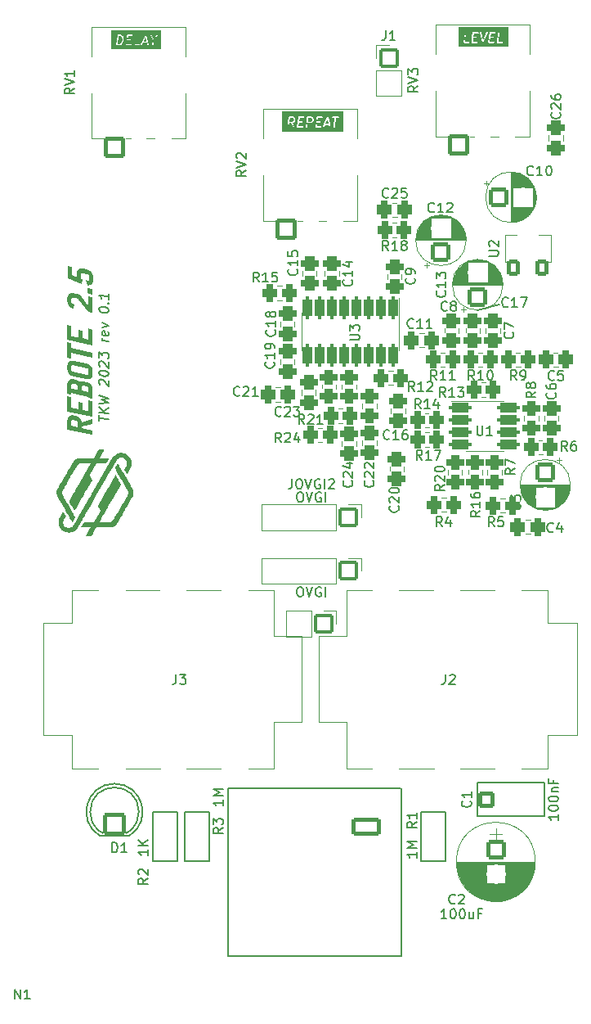
<source format=gbr>
%TF.GenerationSoftware,KiCad,Pcbnew,7.0.2-6a45011f42~172~ubuntu22.04.1*%
%TF.CreationDate,2023-05-29T14:24:00+01:00*%
%TF.ProjectId,rebote-smd,7265626f-7465-42d7-936d-642e6b696361,rev?*%
%TF.SameCoordinates,Original*%
%TF.FileFunction,Legend,Top*%
%TF.FilePolarity,Positive*%
%FSLAX46Y46*%
G04 Gerber Fmt 4.6, Leading zero omitted, Abs format (unit mm)*
G04 Created by KiCad (PCBNEW 7.0.2-6a45011f42~172~ubuntu22.04.1) date 2023-05-29 14:24:00*
%MOMM*%
%LPD*%
G01*
G04 APERTURE LIST*
G04 Aperture macros list*
%AMRoundRect*
0 Rectangle with rounded corners*
0 $1 Rounding radius*
0 $2 $3 $4 $5 $6 $7 $8 $9 X,Y pos of 4 corners*
0 Add a 4 corners polygon primitive as box body*
4,1,4,$2,$3,$4,$5,$6,$7,$8,$9,$2,$3,0*
0 Add four circle primitives for the rounded corners*
1,1,$1+$1,$2,$3*
1,1,$1+$1,$4,$5*
1,1,$1+$1,$6,$7*
1,1,$1+$1,$8,$9*
0 Add four rect primitives between the rounded corners*
20,1,$1+$1,$2,$3,$4,$5,0*
20,1,$1+$1,$4,$5,$6,$7,0*
20,1,$1+$1,$6,$7,$8,$9,0*
20,1,$1+$1,$8,$9,$2,$3,0*%
%AMFreePoly0*
4,1,33,3.949277,1.046694,4.018866,0.991198,4.057486,0.911004,4.062500,0.866500,4.062500,-0.866500,4.042694,-0.953277,3.987198,-1.022866,3.907004,-1.061486,3.862500,-1.066500,0.737500,-1.066500,0.650723,-1.046694,0.581134,-0.991198,0.542514,-0.911004,0.537500,-0.866500,0.537500,-0.650000,-0.737500,-0.650000,-0.824277,-0.630194,-0.893866,-0.574698,-0.932486,-0.494504,-0.937500,-0.450000,
-0.937500,0.450000,-0.917694,0.536777,-0.862198,0.606366,-0.782004,0.644986,-0.737500,0.650000,0.537500,0.650000,0.537500,0.866500,0.557306,0.953277,0.612802,1.022866,0.692996,1.061486,0.737500,1.066500,3.862500,1.066500,3.949277,1.046694,3.949277,1.046694,$1*%
G04 Aperture macros list end*
%ADD10C,0.150000*%
%ADD11C,0.125000*%
%ADD12C,0.120000*%
%ADD13R,2.600000X1.500000*%
%ADD14O,2.600000X1.500000*%
%ADD15R,2.000000X1.900000*%
%ADD16C,1.900000*%
%ADD17C,1.998980*%
%ADD18R,1.300000X1.300000*%
%ADD19C,1.300000*%
%ADD20RoundRect,0.200000X1.300000X0.750000X-1.300000X0.750000X-1.300000X-0.750000X1.300000X-0.750000X0*%
%ADD21O,3.000000X1.900000*%
%ADD22C,3.400000*%
%ADD23RoundRect,0.200000X-0.850000X-0.850000X0.850000X-0.850000X0.850000X0.850000X-0.850000X0.850000X0*%
%ADD24O,2.100000X2.100000*%
%ADD25RoundRect,0.200000X-0.850000X0.850000X-0.850000X-0.850000X0.850000X-0.850000X0.850000X0.850000X0*%
%ADD26RoundRect,0.200000X-0.800000X0.800000X-0.800000X-0.800000X0.800000X-0.800000X0.800000X0.800000X0*%
%ADD27C,2.000000*%
%ADD28RoundRect,0.200000X1.000000X0.950000X-1.000000X0.950000X-1.000000X-0.950000X1.000000X-0.950000X0*%
%ADD29C,2.300000*%
%ADD30C,2.398980*%
%ADD31RoundRect,0.200000X-0.650000X-0.650000X0.650000X-0.650000X0.650000X0.650000X-0.650000X0.650000X0*%
%ADD32C,1.700000*%
%ADD33RoundRect,0.450000X-0.475000X0.337500X-0.475000X-0.337500X0.475000X-0.337500X0.475000X0.337500X0*%
%ADD34RoundRect,0.450000X0.475000X-0.337500X0.475000X0.337500X-0.475000X0.337500X-0.475000X-0.337500X0*%
%ADD35O,3.120000X3.640000*%
%ADD36RoundRect,0.200000X0.900000X0.900000X-0.900000X0.900000X-0.900000X-0.900000X0.900000X-0.900000X0*%
%ADD37C,2.200000*%
%ADD38RoundRect,0.450000X0.450000X-0.350000X0.450000X0.350000X-0.450000X0.350000X-0.450000X-0.350000X0*%
%ADD39RoundRect,0.450000X0.337500X0.475000X-0.337500X0.475000X-0.337500X-0.475000X0.337500X-0.475000X0*%
%ADD40RoundRect,0.450000X-0.450000X0.350000X-0.450000X-0.350000X0.450000X-0.350000X0.450000X0.350000X0*%
%ADD41RoundRect,0.450000X0.350000X0.450000X-0.350000X0.450000X-0.350000X-0.450000X0.350000X-0.450000X0*%
%ADD42RoundRect,0.200000X-0.800000X-0.800000X0.800000X-0.800000X0.800000X0.800000X-0.800000X0.800000X0*%
%ADD43RoundRect,0.200000X0.450000X-0.650000X0.450000X0.650000X-0.450000X0.650000X-0.450000X-0.650000X0*%
%ADD44FreePoly0,90.000000*%
%ADD45RoundRect,0.450000X-0.350000X-0.450000X0.350000X-0.450000X0.350000X0.450000X-0.350000X0.450000X0*%
%ADD46RoundRect,0.200000X0.800000X-0.800000X0.800000X0.800000X-0.800000X0.800000X-0.800000X-0.800000X0*%
%ADD47RoundRect,0.450000X-0.337500X-0.475000X0.337500X-0.475000X0.337500X0.475000X-0.337500X0.475000X0*%
%ADD48RoundRect,0.350000X-0.825000X-0.150000X0.825000X-0.150000X0.825000X0.150000X-0.825000X0.150000X0*%
%ADD49RoundRect,0.350000X-0.150000X0.825000X-0.150000X-0.825000X0.150000X-0.825000X0.150000X0.825000X0*%
G04 APERTURE END LIST*
D10*
X162410000Y-83800000D02*
X160110000Y-84370000D01*
G36*
X118137510Y-95259047D02*
G01*
X118168525Y-95261108D01*
X118200193Y-95264772D01*
X118232513Y-95270038D01*
X118248918Y-95273272D01*
X118525889Y-95331158D01*
X118568357Y-95341241D01*
X118609755Y-95353629D01*
X118650085Y-95368323D01*
X118689345Y-95385323D01*
X118727536Y-95404628D01*
X118764659Y-95426238D01*
X118800712Y-95450154D01*
X118835696Y-95476376D01*
X118858425Y-95495137D01*
X118880679Y-95514924D01*
X118902457Y-95535735D01*
X118923761Y-95557571D01*
X118944246Y-95580037D01*
X118963752Y-95602920D01*
X118982279Y-95626221D01*
X118999827Y-95649941D01*
X119024314Y-95686303D01*
X119046599Y-95723606D01*
X119066681Y-95761848D01*
X119084560Y-95801032D01*
X119100238Y-95841155D01*
X119113712Y-95882218D01*
X119124984Y-95924222D01*
X119134054Y-95967166D01*
X120250000Y-95689462D01*
X120250000Y-96190648D01*
X119124528Y-96454431D01*
X119124528Y-96589986D01*
X120250000Y-96823726D01*
X120250000Y-97300000D01*
X117623900Y-96754117D01*
X117623900Y-96365771D01*
X118045952Y-96365771D01*
X118702477Y-96502058D01*
X118702477Y-95996475D01*
X118699637Y-95962049D01*
X118691120Y-95930942D01*
X118676923Y-95903156D01*
X118657048Y-95878689D01*
X118631494Y-95857543D01*
X118600261Y-95839717D01*
X118573110Y-95828527D01*
X118542765Y-95819204D01*
X118520760Y-95814026D01*
X118232065Y-95753942D01*
X118201636Y-95749565D01*
X118168492Y-95749542D01*
X118137087Y-95754831D01*
X118107423Y-95765433D01*
X118103838Y-95767131D01*
X118078513Y-95783114D01*
X118058671Y-95806897D01*
X118047987Y-95836824D01*
X118045952Y-95860188D01*
X118045952Y-96365771D01*
X117623900Y-96365771D01*
X117623900Y-95772260D01*
X117624607Y-95740888D01*
X117626728Y-95710333D01*
X117630263Y-95680598D01*
X117635212Y-95651681D01*
X117645286Y-95609840D01*
X117658542Y-95569841D01*
X117674979Y-95531684D01*
X117694597Y-95495369D01*
X117717397Y-95460896D01*
X117743378Y-95428264D01*
X117772541Y-95397475D01*
X117804884Y-95368527D01*
X117839416Y-95342166D01*
X117875415Y-95319411D01*
X117912883Y-95300263D01*
X117951819Y-95284721D01*
X117992224Y-95272786D01*
X118034097Y-95264457D01*
X118077438Y-95259734D01*
X118107148Y-95258589D01*
X118137510Y-95259047D01*
G37*
G36*
X120250000Y-93788764D02*
G01*
X120250000Y-95403698D01*
X117623900Y-94857815D01*
X117623900Y-93317620D01*
X118045952Y-93405547D01*
X118045952Y-94465073D01*
X118749371Y-94610886D01*
X118749371Y-93838590D01*
X119171423Y-93926517D01*
X119171423Y-94698813D01*
X119827948Y-94835101D01*
X119827948Y-93700837D01*
X120250000Y-93788764D01*
G37*
G36*
X118136330Y-91505976D02*
G01*
X118167271Y-91508054D01*
X118198858Y-91511730D01*
X118231093Y-91517002D01*
X118247452Y-91520237D01*
X118493649Y-91571528D01*
X118534558Y-91581791D01*
X118574578Y-91595545D01*
X118613710Y-91612789D01*
X118651953Y-91633523D01*
X118676954Y-91649286D01*
X118701561Y-91666599D01*
X118725772Y-91685464D01*
X118749589Y-91705880D01*
X118773011Y-91727848D01*
X118796037Y-91751367D01*
X118818669Y-91776437D01*
X118840905Y-91803059D01*
X118862747Y-91831231D01*
X118884193Y-91860956D01*
X118907149Y-91840462D01*
X118930401Y-91821663D01*
X118965838Y-91796641D01*
X119001945Y-91775432D01*
X119038722Y-91758036D01*
X119076168Y-91744452D01*
X119114285Y-91734680D01*
X119153071Y-91728721D01*
X119192526Y-91726574D01*
X119232652Y-91728240D01*
X119273447Y-91733718D01*
X119287194Y-91736392D01*
X119630844Y-91807466D01*
X119663393Y-91814988D01*
X119695278Y-91823815D01*
X119726499Y-91833948D01*
X119757056Y-91845385D01*
X119786949Y-91858128D01*
X119816178Y-91872175D01*
X119844743Y-91887528D01*
X119872644Y-91904187D01*
X119899881Y-91922150D01*
X119926454Y-91941418D01*
X119952363Y-91961992D01*
X119977608Y-91983871D01*
X120002188Y-92007055D01*
X120026105Y-92031544D01*
X120049358Y-92057338D01*
X120071946Y-92084438D01*
X120093508Y-92112247D01*
X120113678Y-92140354D01*
X120132457Y-92168759D01*
X120149845Y-92197461D01*
X120165842Y-92226461D01*
X120180448Y-92255759D01*
X120193662Y-92285354D01*
X120205486Y-92315247D01*
X120215919Y-92345438D01*
X120224961Y-92375926D01*
X120232612Y-92406712D01*
X120238871Y-92437796D01*
X120243740Y-92469177D01*
X120247217Y-92500857D01*
X120249304Y-92532833D01*
X120250000Y-92565108D01*
X120250000Y-93546964D01*
X119827948Y-93459036D01*
X119827948Y-93335205D01*
X118045952Y-92965177D01*
X118045952Y-93089009D01*
X117623900Y-93001081D01*
X117623900Y-92713119D01*
X119124528Y-92713119D01*
X119827948Y-92858932D01*
X119827948Y-92477180D01*
X119824513Y-92444940D01*
X119814209Y-92414166D01*
X119799558Y-92388440D01*
X119779648Y-92363836D01*
X119772993Y-92357013D01*
X119748319Y-92334934D01*
X119722383Y-92316781D01*
X119695185Y-92302556D01*
X119666725Y-92292258D01*
X119649895Y-92288136D01*
X119306978Y-92216329D01*
X119277691Y-92212412D01*
X119245508Y-92213259D01*
X119214699Y-92219785D01*
X119185264Y-92231990D01*
X119181681Y-92233914D01*
X119156677Y-92251820D01*
X119137086Y-92277110D01*
X119126538Y-92307848D01*
X119124528Y-92331367D01*
X119124528Y-92713119D01*
X117623900Y-92713119D01*
X117623900Y-92488904D01*
X118045952Y-92488904D01*
X118702477Y-92625191D01*
X118702477Y-92222191D01*
X118696971Y-92190506D01*
X118682831Y-92163120D01*
X118663322Y-92139759D01*
X118641297Y-92120181D01*
X118632868Y-92113747D01*
X118607763Y-92093987D01*
X118581817Y-92077663D01*
X118555030Y-92064775D01*
X118523385Y-92054253D01*
X118511235Y-92051465D01*
X118241591Y-91995045D01*
X118209594Y-91990522D01*
X118179000Y-91990417D01*
X118149808Y-91994729D01*
X118118163Y-92005068D01*
X118106769Y-92010432D01*
X118080161Y-92028018D01*
X118059315Y-92053056D01*
X118048090Y-92083659D01*
X118045952Y-92107152D01*
X118045952Y-92488904D01*
X117623900Y-92488904D01*
X117623900Y-92019225D01*
X117624605Y-91987763D01*
X117626717Y-91957126D01*
X117630237Y-91927313D01*
X117635166Y-91898325D01*
X117645200Y-91856387D01*
X117658402Y-91816305D01*
X117674772Y-91778077D01*
X117694311Y-91741704D01*
X117717018Y-91707186D01*
X117742894Y-91674522D01*
X117771939Y-91643713D01*
X117804152Y-91614759D01*
X117838676Y-91588529D01*
X117874657Y-91565892D01*
X117912092Y-91546849D01*
X117950984Y-91531399D01*
X117991330Y-91519543D01*
X118033132Y-91511281D01*
X118076390Y-91506612D01*
X118106037Y-91505496D01*
X118136330Y-91505976D01*
G37*
G36*
X118136816Y-89605935D02*
G01*
X118167425Y-89608628D01*
X118198686Y-89612919D01*
X118230600Y-89618806D01*
X119643300Y-89912630D01*
X119675214Y-89919972D01*
X119706475Y-89928624D01*
X119737084Y-89938588D01*
X119767040Y-89949862D01*
X119796343Y-89962447D01*
X119824994Y-89976343D01*
X119852992Y-89991550D01*
X119880338Y-90008068D01*
X119907031Y-90025897D01*
X119933072Y-90045037D01*
X119958459Y-90065487D01*
X119983195Y-90087249D01*
X120007277Y-90110321D01*
X120030708Y-90134704D01*
X120053485Y-90160398D01*
X120075610Y-90187404D01*
X120096728Y-90215210D01*
X120116483Y-90243308D01*
X120134875Y-90271699D01*
X120151905Y-90300381D01*
X120167573Y-90329355D01*
X120181879Y-90358622D01*
X120194822Y-90388180D01*
X120206402Y-90418030D01*
X120216620Y-90448172D01*
X120225476Y-90478606D01*
X120232969Y-90509332D01*
X120239100Y-90540350D01*
X120243869Y-90571660D01*
X120247275Y-90603261D01*
X120249318Y-90635155D01*
X120250000Y-90667341D01*
X120250000Y-91024912D01*
X120249318Y-91056806D01*
X120247275Y-91087824D01*
X120243869Y-91117966D01*
X120239100Y-91147232D01*
X120229393Y-91189489D01*
X120216620Y-91229776D01*
X120200782Y-91268092D01*
X120181879Y-91304437D01*
X120159910Y-91338811D01*
X120134875Y-91371215D01*
X120106775Y-91401649D01*
X120075610Y-91430111D01*
X120042178Y-91455830D01*
X120007277Y-91478033D01*
X119970909Y-91496720D01*
X119933072Y-91511891D01*
X119893766Y-91523545D01*
X119852992Y-91531683D01*
X119810750Y-91536305D01*
X119767040Y-91537410D01*
X119737084Y-91536194D01*
X119706475Y-91533414D01*
X119675214Y-91529072D01*
X119643300Y-91523168D01*
X118230600Y-91229344D01*
X118198686Y-91222002D01*
X118167425Y-91213349D01*
X118136816Y-91203386D01*
X118106860Y-91192112D01*
X118077557Y-91179527D01*
X118048906Y-91165630D01*
X118020908Y-91150424D01*
X117993562Y-91133906D01*
X117966869Y-91116077D01*
X117940828Y-91096937D01*
X117915441Y-91076487D01*
X117890705Y-91054725D01*
X117866622Y-91031653D01*
X117843192Y-91007270D01*
X117820415Y-90981575D01*
X117798290Y-90954570D01*
X117777172Y-90926781D01*
X117757417Y-90898734D01*
X117739025Y-90870430D01*
X117721994Y-90841868D01*
X117706327Y-90813048D01*
X117692021Y-90783971D01*
X117679078Y-90754636D01*
X117667498Y-90725043D01*
X117657280Y-90695193D01*
X117648424Y-90665085D01*
X117640931Y-90634720D01*
X117634800Y-90604097D01*
X117630031Y-90573217D01*
X117629346Y-90566957D01*
X118045952Y-90566957D01*
X118049387Y-90597319D01*
X118059691Y-90626857D01*
X118076864Y-90655571D01*
X118097526Y-90680020D01*
X118100907Y-90683461D01*
X118125085Y-90705219D01*
X118150174Y-90723051D01*
X118176175Y-90736956D01*
X118207007Y-90748038D01*
X118218876Y-90750872D01*
X119651360Y-91048360D01*
X119684287Y-91052481D01*
X119715657Y-91050924D01*
X119745470Y-91043688D01*
X119773726Y-91030774D01*
X119797448Y-91012822D01*
X119816034Y-90988247D01*
X119826042Y-90959035D01*
X119827948Y-90936985D01*
X119827948Y-90579413D01*
X119824559Y-90549188D01*
X119814392Y-90520062D01*
X119797448Y-90492035D01*
X119777062Y-90468414D01*
X119773726Y-90465108D01*
X119749087Y-90443885D01*
X119723256Y-90426379D01*
X119696233Y-90412589D01*
X119668018Y-90402517D01*
X119651360Y-90398429D01*
X118218876Y-90100942D01*
X118187598Y-90097049D01*
X118157510Y-90098560D01*
X118128613Y-90105475D01*
X118100907Y-90117794D01*
X118076864Y-90134784D01*
X118058027Y-90158606D01*
X118047884Y-90187412D01*
X118045952Y-90209385D01*
X118045952Y-90566957D01*
X117629346Y-90566957D01*
X117626625Y-90542079D01*
X117624582Y-90510683D01*
X117623900Y-90479030D01*
X117623900Y-90121458D01*
X117624582Y-90090079D01*
X117626625Y-90059508D01*
X117630031Y-90029744D01*
X117634800Y-90000787D01*
X117644507Y-89958865D01*
X117657280Y-89918758D01*
X117673118Y-89880468D01*
X117692021Y-89843994D01*
X117713990Y-89809336D01*
X117739025Y-89776495D01*
X117767125Y-89745469D01*
X117798290Y-89716259D01*
X117831722Y-89689754D01*
X117866622Y-89666843D01*
X117902991Y-89647525D01*
X117940828Y-89631801D01*
X117980134Y-89619670D01*
X118020908Y-89611133D01*
X118063150Y-89606189D01*
X118106860Y-89604839D01*
X118136816Y-89605935D01*
G37*
G36*
X118045952Y-87767201D02*
G01*
X118045952Y-88325540D01*
X120250000Y-88783496D01*
X120250000Y-89259769D01*
X118045952Y-88801814D01*
X118045952Y-89352093D01*
X117623900Y-89264166D01*
X117623900Y-87679274D01*
X118045952Y-87767201D01*
G37*
G36*
X120250000Y-86382344D02*
G01*
X120250000Y-87997278D01*
X117623900Y-87451395D01*
X117623900Y-85911200D01*
X118045952Y-85999127D01*
X118045952Y-87058653D01*
X118749371Y-87204466D01*
X118749371Y-86432170D01*
X119171423Y-86520097D01*
X119171423Y-87292393D01*
X119827948Y-87428681D01*
X119827948Y-86294417D01*
X120250000Y-86382344D01*
G37*
G36*
X118504640Y-82669609D02*
G01*
X118543896Y-82678067D01*
X118581156Y-82686679D01*
X118616419Y-82695446D01*
X118649686Y-82704368D01*
X118680956Y-82713444D01*
X118710231Y-82722674D01*
X118746157Y-82735222D01*
X118778535Y-82748045D01*
X118807363Y-82761143D01*
X118820446Y-82767794D01*
X118853957Y-82787406D01*
X118878835Y-82803813D01*
X118903493Y-82821676D01*
X118927933Y-82840993D01*
X118952154Y-82861767D01*
X118976156Y-82883995D01*
X118999939Y-82907680D01*
X119023503Y-82932819D01*
X119046848Y-82959414D01*
X119069974Y-82987465D01*
X119077634Y-82997138D01*
X119827948Y-83959211D01*
X119827948Y-82956106D01*
X120250000Y-83044033D01*
X120250000Y-84658967D01*
X119816957Y-84568841D01*
X118813852Y-83300488D01*
X118790095Y-83273263D01*
X118764988Y-83248739D01*
X118738529Y-83226917D01*
X118710720Y-83207798D01*
X118681560Y-83191380D01*
X118651048Y-83177664D01*
X118619186Y-83166651D01*
X118585973Y-83158339D01*
X118226203Y-83083600D01*
X118193780Y-83079616D01*
X118162456Y-83081585D01*
X118132231Y-83089508D01*
X118103105Y-83103384D01*
X118078101Y-83121702D01*
X118058510Y-83146689D01*
X118047961Y-83176313D01*
X118045952Y-83198639D01*
X118045952Y-83556210D01*
X118049570Y-83586435D01*
X118060423Y-83615561D01*
X118078513Y-83643588D01*
X118100276Y-83667210D01*
X118103838Y-83670516D01*
X118129548Y-83691739D01*
X118156030Y-83709245D01*
X118183284Y-83723034D01*
X118211308Y-83733107D01*
X118227669Y-83737194D01*
X118343440Y-83761374D01*
X118222540Y-84217131D01*
X118191691Y-84209000D01*
X118161425Y-84199626D01*
X118131744Y-84189010D01*
X118102647Y-84177152D01*
X118074133Y-84164052D01*
X118046204Y-84149709D01*
X118018858Y-84134124D01*
X117992096Y-84117297D01*
X117965919Y-84099228D01*
X117940325Y-84079917D01*
X117915315Y-84059363D01*
X117890888Y-84037567D01*
X117867046Y-84014529D01*
X117843788Y-83990249D01*
X117821113Y-83964726D01*
X117799023Y-83937962D01*
X117777816Y-83910367D01*
X117757978Y-83882538D01*
X117739508Y-83854474D01*
X117722407Y-83826175D01*
X117706673Y-83797641D01*
X117692307Y-83768873D01*
X117679310Y-83739870D01*
X117667681Y-83710633D01*
X117657420Y-83681160D01*
X117648527Y-83651454D01*
X117641002Y-83621512D01*
X117634846Y-83591335D01*
X117630057Y-83560924D01*
X117626637Y-83530279D01*
X117624584Y-83499398D01*
X117623900Y-83468283D01*
X117623900Y-83110711D01*
X117624610Y-83079261D01*
X117626740Y-83048658D01*
X117630289Y-83018903D01*
X117635258Y-82989994D01*
X117645373Y-82948220D01*
X117658682Y-82908352D01*
X117675186Y-82870391D01*
X117694883Y-82834335D01*
X117717776Y-82800186D01*
X117743862Y-82767943D01*
X117773142Y-82737606D01*
X117805617Y-82709176D01*
X117840215Y-82683326D01*
X117876139Y-82661005D01*
X117913390Y-82642213D01*
X117951968Y-82626950D01*
X117991873Y-82615216D01*
X118033104Y-82607012D01*
X118075661Y-82602337D01*
X118119545Y-82601190D01*
X118149539Y-82602387D01*
X118180122Y-82605151D01*
X118211294Y-82609485D01*
X118243056Y-82615387D01*
X118504640Y-82669609D01*
G37*
G36*
X120250000Y-82182344D02*
G01*
X120250000Y-82745080D01*
X119687264Y-82627843D01*
X119687264Y-82065108D01*
X120250000Y-82182344D01*
G37*
G36*
X119674808Y-80188590D02*
G01*
X119707975Y-80196201D01*
X119740433Y-80205111D01*
X119772180Y-80215320D01*
X119803218Y-80226829D01*
X119833546Y-80239638D01*
X119863165Y-80253745D01*
X119892073Y-80269153D01*
X119920272Y-80285860D01*
X119947760Y-80303866D01*
X119974539Y-80323171D01*
X120000608Y-80343777D01*
X120025968Y-80365681D01*
X120050617Y-80388885D01*
X120074557Y-80413389D01*
X120097787Y-80439192D01*
X120120307Y-80466294D01*
X120141690Y-80494100D01*
X120161694Y-80522199D01*
X120180319Y-80550589D01*
X120197564Y-80579272D01*
X120213429Y-80608246D01*
X120227915Y-80637512D01*
X120241021Y-80667070D01*
X120252747Y-80696920D01*
X120263094Y-80727062D01*
X120272061Y-80757496D01*
X120279649Y-80788222D01*
X120285857Y-80819240D01*
X120290686Y-80850550D01*
X120294135Y-80882152D01*
X120296204Y-80914046D01*
X120296894Y-80946231D01*
X120296894Y-81299406D01*
X120296213Y-81330421D01*
X120294169Y-81360635D01*
X120290763Y-81390047D01*
X120283100Y-81432663D01*
X120272371Y-81473475D01*
X120258576Y-81512484D01*
X120241716Y-81549690D01*
X120221791Y-81585093D01*
X120198800Y-81618693D01*
X120172744Y-81650489D01*
X120143622Y-81680482D01*
X120122505Y-81699476D01*
X120089034Y-81725522D01*
X120054018Y-81748154D01*
X120017456Y-81767373D01*
X119979348Y-81783179D01*
X119939695Y-81795572D01*
X119898496Y-81804551D01*
X119855751Y-81810117D01*
X119826397Y-81811932D01*
X119796355Y-81812230D01*
X119765626Y-81811010D01*
X119734210Y-81808274D01*
X119702107Y-81804021D01*
X119685799Y-81801325D01*
X119556838Y-81293545D01*
X119677006Y-81318457D01*
X119708537Y-81323121D01*
X119739016Y-81323646D01*
X119768443Y-81320035D01*
X119796818Y-81312286D01*
X119812561Y-81306001D01*
X119839809Y-81289423D01*
X119861157Y-81265299D01*
X119872653Y-81235378D01*
X119874842Y-81212212D01*
X119874842Y-80859036D01*
X119871087Y-80826705D01*
X119859822Y-80795655D01*
X119843803Y-80769539D01*
X119822035Y-80744405D01*
X119814759Y-80737404D01*
X119791566Y-80717963D01*
X119763531Y-80698930D01*
X119734445Y-80683823D01*
X119704306Y-80672643D01*
X119682135Y-80667062D01*
X119172156Y-80560816D01*
X119141406Y-80556578D01*
X119111989Y-80556689D01*
X119080001Y-80562138D01*
X119049753Y-80573267D01*
X119042463Y-80576936D01*
X119016817Y-80594521D01*
X118996725Y-80619560D01*
X118985905Y-80650163D01*
X118983845Y-80673656D01*
X118983845Y-81026831D01*
X118987737Y-81058751D01*
X118999415Y-81089296D01*
X119016020Y-81114897D01*
X119038585Y-81139445D01*
X119046127Y-81146266D01*
X119069723Y-81165260D01*
X119094349Y-81181574D01*
X119124382Y-81197222D01*
X119155818Y-81209223D01*
X119183879Y-81216608D01*
X119216852Y-81223203D01*
X119096685Y-81670900D01*
X117670795Y-81082519D01*
X117670795Y-79809036D01*
X118092847Y-79896964D01*
X118092847Y-80787962D01*
X118561793Y-80984333D01*
X118561793Y-80585729D01*
X118561970Y-80553743D01*
X118563602Y-80522634D01*
X118566687Y-80492400D01*
X118571227Y-80463043D01*
X118580762Y-80420648D01*
X118593569Y-80380224D01*
X118609648Y-80341771D01*
X118628998Y-80305288D01*
X118651619Y-80270776D01*
X118677513Y-80238235D01*
X118706677Y-80207664D01*
X118739113Y-80179064D01*
X118773814Y-80153234D01*
X118810048Y-80130971D01*
X118847814Y-80112275D01*
X118887113Y-80097148D01*
X118927945Y-80085588D01*
X118970309Y-80077596D01*
X119014206Y-80073172D01*
X119044323Y-80072204D01*
X119075120Y-80072822D01*
X119106599Y-80075026D01*
X119138759Y-80078816D01*
X119171600Y-80084191D01*
X119188276Y-80087473D01*
X119674808Y-80188590D01*
G37*
G36*
X163308809Y-57167857D02*
G01*
X158142143Y-57167857D01*
X158142143Y-56688743D01*
X158664772Y-56688743D01*
X158669733Y-56699607D01*
X158671651Y-56711397D01*
X158678693Y-56719226D01*
X158683068Y-56728807D01*
X158693118Y-56735265D01*
X158701103Y-56744144D01*
X158711257Y-56746923D01*
X158720120Y-56752619D01*
X158732068Y-56752619D01*
X158743584Y-56755771D01*
X158753630Y-56752619D01*
X159229115Y-56752619D01*
X159260593Y-56743376D01*
X159289435Y-56710090D01*
X159292504Y-56688743D01*
X159468343Y-56688743D01*
X159473304Y-56699607D01*
X159475222Y-56711397D01*
X159482264Y-56719226D01*
X159486639Y-56728807D01*
X159496689Y-56735265D01*
X159504674Y-56744144D01*
X159514828Y-56746923D01*
X159523691Y-56752619D01*
X159535639Y-56752619D01*
X159547155Y-56755771D01*
X159557201Y-56752619D01*
X160032686Y-56752619D01*
X160064164Y-56743376D01*
X160093006Y-56710090D01*
X160099274Y-56666495D01*
X160080978Y-56626431D01*
X160043926Y-56602619D01*
X159630671Y-56602619D01*
X159677398Y-56228809D01*
X159955305Y-56228809D01*
X159986783Y-56219566D01*
X160015625Y-56186280D01*
X160021893Y-56142685D01*
X160003597Y-56102621D01*
X159966545Y-56078809D01*
X159696148Y-56078809D01*
X159736921Y-55752619D01*
X160157686Y-55752619D01*
X160189164Y-55743376D01*
X160218006Y-55710090D01*
X160223575Y-55671357D01*
X160348751Y-55671357D01*
X160558876Y-56679951D01*
X160557615Y-56688638D01*
X160563278Y-56701084D01*
X160563776Y-56703471D01*
X160567730Y-56710866D01*
X160575857Y-56728726D01*
X160578026Y-56730124D01*
X160579244Y-56732402D01*
X160596387Y-56741959D01*
X160612876Y-56752588D01*
X160615457Y-56752591D01*
X160617713Y-56753849D01*
X160637293Y-56752621D01*
X160656920Y-56752649D01*
X160659095Y-56751255D01*
X160661670Y-56751094D01*
X160677470Y-56739481D01*
X160694004Y-56728888D01*
X160695080Y-56726539D01*
X160697160Y-56725011D01*
X160704177Y-56706691D01*
X160712403Y-56688743D01*
X161218343Y-56688743D01*
X161223304Y-56699607D01*
X161225222Y-56711397D01*
X161232264Y-56719226D01*
X161236639Y-56728807D01*
X161246689Y-56735265D01*
X161254674Y-56744144D01*
X161264828Y-56746923D01*
X161273691Y-56752619D01*
X161285639Y-56752619D01*
X161297155Y-56755771D01*
X161307201Y-56752619D01*
X161782686Y-56752619D01*
X161814164Y-56743376D01*
X161843006Y-56710090D01*
X161846075Y-56688743D01*
X162117153Y-56688743D01*
X162122114Y-56699607D01*
X162124032Y-56711397D01*
X162131074Y-56719226D01*
X162135449Y-56728807D01*
X162145499Y-56735265D01*
X162153484Y-56744144D01*
X162163638Y-56746923D01*
X162172501Y-56752619D01*
X162184449Y-56752619D01*
X162195965Y-56755771D01*
X162206011Y-56752619D01*
X162681496Y-56752619D01*
X162712974Y-56743376D01*
X162741816Y-56710090D01*
X162748084Y-56666495D01*
X162729788Y-56626431D01*
X162692736Y-56602619D01*
X162279481Y-56602619D01*
X162395281Y-55676223D01*
X162390014Y-55643842D01*
X162360562Y-55611094D01*
X162318081Y-55599467D01*
X162276057Y-55612652D01*
X162247834Y-55646465D01*
X162120185Y-56667654D01*
X162117153Y-56688743D01*
X161846075Y-56688743D01*
X161849274Y-56666495D01*
X161830978Y-56626431D01*
X161793926Y-56602619D01*
X161380671Y-56602619D01*
X161427398Y-56228809D01*
X161705305Y-56228809D01*
X161736783Y-56219566D01*
X161765625Y-56186280D01*
X161771893Y-56142685D01*
X161753597Y-56102621D01*
X161716545Y-56078809D01*
X161446148Y-56078809D01*
X161486921Y-55752619D01*
X161907686Y-55752619D01*
X161939164Y-55743376D01*
X161968006Y-55710090D01*
X161974274Y-55666495D01*
X161955978Y-55626431D01*
X161918926Y-55602619D01*
X161430787Y-55602619D01*
X161419271Y-55599467D01*
X161398915Y-55605853D01*
X161378453Y-55611862D01*
X161377963Y-55612427D01*
X161377247Y-55612652D01*
X161363564Y-55629044D01*
X161349611Y-55645148D01*
X161349504Y-55645889D01*
X161349024Y-55646465D01*
X161346376Y-55667641D01*
X161343343Y-55688743D01*
X161343654Y-55689424D01*
X161286847Y-56143877D01*
X161283820Y-56164933D01*
X161284130Y-56165612D01*
X161221375Y-56667654D01*
X161218343Y-56688743D01*
X160712403Y-56688743D01*
X161166005Y-55699067D01*
X161170718Y-55666600D01*
X161152476Y-55626512D01*
X161115457Y-55602650D01*
X161071413Y-55602590D01*
X161034329Y-55626351D01*
X160661887Y-56438950D01*
X160497890Y-55651767D01*
X160482422Y-55622836D01*
X160443953Y-55601389D01*
X160399996Y-55604144D01*
X160364506Y-55630227D01*
X160348751Y-55671357D01*
X160223575Y-55671357D01*
X160224274Y-55666495D01*
X160205978Y-55626431D01*
X160168926Y-55602619D01*
X159680787Y-55602619D01*
X159669271Y-55599467D01*
X159648915Y-55605853D01*
X159628453Y-55611862D01*
X159627963Y-55612427D01*
X159627247Y-55612652D01*
X159613564Y-55629044D01*
X159599611Y-55645148D01*
X159599504Y-55645889D01*
X159599024Y-55646465D01*
X159596376Y-55667641D01*
X159593343Y-55688743D01*
X159593654Y-55689424D01*
X159536847Y-56143877D01*
X159533820Y-56164933D01*
X159534130Y-56165612D01*
X159471375Y-56667654D01*
X159468343Y-56688743D01*
X159292504Y-56688743D01*
X159295703Y-56666495D01*
X159277407Y-56626431D01*
X159240355Y-56602619D01*
X158827100Y-56602619D01*
X158942900Y-55676223D01*
X158937633Y-55643842D01*
X158908181Y-55611094D01*
X158865700Y-55599467D01*
X158823676Y-55612652D01*
X158795453Y-55646465D01*
X158667804Y-56667654D01*
X158664772Y-56688743D01*
X158142143Y-56688743D01*
X158142143Y-55057143D01*
X163308809Y-55057143D01*
X163308809Y-57167857D01*
G37*
D11*
G36*
X123205992Y-56028836D02*
G01*
X123270949Y-56103072D01*
X123300084Y-56180766D01*
X123322013Y-56356191D01*
X123306037Y-56483992D01*
X123239393Y-56661712D01*
X123187952Y-56744016D01*
X123097406Y-56824502D01*
X122970483Y-56865119D01*
X122812941Y-56865119D01*
X122922316Y-55990119D01*
X123094679Y-55990119D01*
X123205992Y-56028836D01*
G37*
G36*
X125825995Y-56579404D02*
G01*
X125524065Y-56579404D01*
X125731641Y-56126509D01*
X125825995Y-56579404D01*
G37*
G36*
X127351666Y-57380357D02*
G01*
X122179643Y-57380357D01*
X122179643Y-56936889D01*
X122677666Y-56936889D01*
X122681801Y-56945944D01*
X122683399Y-56955767D01*
X122689266Y-56962291D01*
X122692913Y-56970276D01*
X122701286Y-56975657D01*
X122707942Y-56983058D01*
X122716408Y-56985375D01*
X122723790Y-56990119D01*
X122733741Y-56990119D01*
X122743343Y-56992747D01*
X122751719Y-56990119D01*
X122972018Y-56990119D01*
X122981808Y-56992739D01*
X122998576Y-56987373D01*
X123015455Y-56982417D01*
X123015988Y-56981801D01*
X123143498Y-56940998D01*
X123156854Y-56938905D01*
X123159122Y-56936889D01*
X123671714Y-56936889D01*
X123675849Y-56945944D01*
X123677447Y-56955767D01*
X123683314Y-56962291D01*
X123686961Y-56970276D01*
X123695334Y-56975657D01*
X123701990Y-56983058D01*
X123710456Y-56985375D01*
X123717838Y-56990119D01*
X123727789Y-56990119D01*
X123737391Y-56992747D01*
X123745767Y-56990119D01*
X124221368Y-56990119D01*
X124247598Y-56982417D01*
X124271634Y-56954679D01*
X124274192Y-56936889D01*
X124570524Y-56936889D01*
X124574659Y-56945944D01*
X124576257Y-56955767D01*
X124582124Y-56962291D01*
X124585771Y-56970276D01*
X124594144Y-56975657D01*
X124600800Y-56983058D01*
X124609266Y-56985375D01*
X124616648Y-56990119D01*
X124626599Y-56990119D01*
X124636201Y-56992747D01*
X124644577Y-56990119D01*
X125120178Y-56990119D01*
X125146408Y-56982417D01*
X125170444Y-56954679D01*
X125173014Y-56936802D01*
X125231226Y-56936802D01*
X125246427Y-56970209D01*
X125277277Y-56990094D01*
X125313980Y-56990145D01*
X125344884Y-56970343D01*
X125466773Y-56704404D01*
X125852036Y-56704404D01*
X125903028Y-56949164D01*
X125915918Y-56973272D01*
X125947975Y-56991146D01*
X125984606Y-56988849D01*
X126014182Y-56967113D01*
X126027310Y-56932838D01*
X125966285Y-56639920D01*
X125967333Y-56632634D01*
X125962615Y-56622303D01*
X125820413Y-55939735D01*
X126207902Y-55939735D01*
X126475358Y-56462760D01*
X126417106Y-56928785D01*
X126421495Y-56955767D01*
X126446038Y-56983058D01*
X126481439Y-56992747D01*
X126516460Y-56981759D01*
X126539979Y-56953581D01*
X126599610Y-56476523D01*
X126600154Y-56475837D01*
X126600217Y-56475196D01*
X126993742Y-55958330D01*
X127003504Y-55932794D01*
X126995995Y-55896868D01*
X126970253Y-55870704D01*
X126934453Y-55862610D01*
X126899960Y-55875157D01*
X126550192Y-56334552D01*
X126323459Y-55891162D01*
X126304659Y-55871315D01*
X126269019Y-55862543D01*
X126234295Y-55874434D01*
X126211511Y-55903210D01*
X126207902Y-55939735D01*
X125820413Y-55939735D01*
X125817484Y-55925676D01*
X125818536Y-55918436D01*
X125813814Y-55908060D01*
X125813401Y-55906074D01*
X125810110Y-55899918D01*
X125803335Y-55885029D01*
X125801526Y-55883863D01*
X125800512Y-55881966D01*
X125786223Y-55873999D01*
X125772485Y-55865144D01*
X125770335Y-55865141D01*
X125768454Y-55864092D01*
X125752128Y-55865115D01*
X125735782Y-55865093D01*
X125733969Y-55866254D01*
X125731823Y-55866389D01*
X125718646Y-55876072D01*
X125704878Y-55884895D01*
X125703981Y-55886849D01*
X125702247Y-55888125D01*
X125696395Y-55903402D01*
X125373577Y-56607731D01*
X125367414Y-56614844D01*
X125366087Y-56624074D01*
X125235153Y-56909748D01*
X125231226Y-56936802D01*
X125173014Y-56936802D01*
X125175667Y-56918349D01*
X125160420Y-56884962D01*
X125129543Y-56865119D01*
X124705799Y-56865119D01*
X124823132Y-55926454D01*
X124818743Y-55899471D01*
X124794200Y-55872180D01*
X124758799Y-55862491D01*
X124723778Y-55873479D01*
X124700259Y-55901657D01*
X124573058Y-56919256D01*
X124570524Y-56936889D01*
X124274192Y-56936889D01*
X124276857Y-56918349D01*
X124261610Y-56884962D01*
X124230733Y-56865119D01*
X123806989Y-56865119D01*
X123856840Y-56466309D01*
X124143987Y-56466309D01*
X124170217Y-56458607D01*
X124194253Y-56430869D01*
X124199476Y-56394539D01*
X124184229Y-56361152D01*
X124153352Y-56341309D01*
X123872465Y-56341309D01*
X123916364Y-55990119D01*
X124346368Y-55990119D01*
X124372598Y-55982417D01*
X124396634Y-55954679D01*
X124401857Y-55918349D01*
X124386610Y-55884962D01*
X124355733Y-55865119D01*
X123869591Y-55865119D01*
X123859989Y-55862491D01*
X123843003Y-55867820D01*
X123825973Y-55872821D01*
X123825565Y-55873291D01*
X123824968Y-55873479D01*
X123813583Y-55887118D01*
X123801937Y-55900559D01*
X123801847Y-55901179D01*
X123801449Y-55901657D01*
X123799249Y-55919250D01*
X123796714Y-55936889D01*
X123796973Y-55937458D01*
X123739720Y-56395483D01*
X123737191Y-56413079D01*
X123737450Y-56413646D01*
X123674248Y-56919256D01*
X123671714Y-56936889D01*
X123159122Y-56936889D01*
X123167495Y-56929445D01*
X123179289Y-56921458D01*
X123181012Y-56917430D01*
X123270995Y-56837444D01*
X123279463Y-56833448D01*
X123284427Y-56825505D01*
X123284430Y-56825503D01*
X123291918Y-56813518D01*
X123342490Y-56732605D01*
X123347791Y-56728652D01*
X123352035Y-56717333D01*
X123353477Y-56715027D01*
X123355175Y-56708958D01*
X123421931Y-56530941D01*
X123426883Y-56525010D01*
X123428246Y-56514101D01*
X123428818Y-56512578D01*
X123429357Y-56505213D01*
X123445756Y-56374031D01*
X123449294Y-56366648D01*
X123447986Y-56356188D01*
X123448132Y-56355025D01*
X123446875Y-56347299D01*
X123424525Y-56168503D01*
X123426154Y-56160952D01*
X123422295Y-56150661D01*
X123422093Y-56149044D01*
X123419143Y-56142257D01*
X123386322Y-56054733D01*
X123384597Y-56043131D01*
X123374047Y-56031075D01*
X123364420Y-56018261D01*
X123362074Y-56017390D01*
X123290292Y-55935355D01*
X123280008Y-55922236D01*
X123269542Y-55918595D01*
X123260191Y-55912650D01*
X123252553Y-55912686D01*
X123132785Y-55871028D01*
X123123590Y-55865119D01*
X123106771Y-55865119D01*
X123089978Y-55864293D01*
X123088542Y-55865119D01*
X122875543Y-55865119D01*
X122865941Y-55862491D01*
X122848955Y-55867820D01*
X122831925Y-55872821D01*
X122831517Y-55873291D01*
X122830920Y-55873479D01*
X122819535Y-55887118D01*
X122807889Y-55900559D01*
X122807799Y-55901179D01*
X122807401Y-55901657D01*
X122805201Y-55919250D01*
X122802666Y-55936889D01*
X122802925Y-55937458D01*
X122680200Y-56919256D01*
X122677666Y-56936889D01*
X122179643Y-56936889D01*
X122179643Y-55407143D01*
X127351666Y-55407143D01*
X127351666Y-57380357D01*
G37*
D10*
G36*
X141039974Y-64534954D02*
G01*
X141063615Y-64561972D01*
X141088048Y-64627127D01*
X141074535Y-64735232D01*
X141029494Y-64807297D01*
X140992075Y-64840558D01*
X140915854Y-64876428D01*
X140796987Y-64876428D01*
X140782468Y-64873603D01*
X140775375Y-64876428D01*
X140636624Y-64876428D01*
X140683350Y-64502619D01*
X140979345Y-64502619D01*
X141039974Y-64534954D01*
G37*
G36*
X142932832Y-64534954D02*
G01*
X142956473Y-64561972D01*
X142980906Y-64627127D01*
X142967393Y-64735232D01*
X142922352Y-64807297D01*
X142884933Y-64840558D01*
X142808712Y-64876428D01*
X142529482Y-64876428D01*
X142576208Y-64502619D01*
X142872203Y-64502619D01*
X142932832Y-64534954D01*
G37*
G36*
X144649909Y-65066904D02*
G01*
X144382831Y-65066904D01*
X144566447Y-64666287D01*
X144649909Y-65066904D01*
G37*
G36*
X146195715Y-65917857D02*
G01*
X139892143Y-65917857D01*
X139892143Y-65429015D01*
X140416384Y-65429015D01*
X140421651Y-65461397D01*
X140451103Y-65494144D01*
X140493584Y-65505771D01*
X140535607Y-65492586D01*
X140563831Y-65458774D01*
X140617874Y-65026428D01*
X140746372Y-65026428D01*
X141003927Y-65474351D01*
X141027631Y-65497032D01*
X141070864Y-65505443D01*
X141111781Y-65489146D01*
X141137393Y-65453315D01*
X141138113Y-65438743D01*
X141408820Y-65438743D01*
X141413781Y-65449607D01*
X141415699Y-65461397D01*
X141422741Y-65469226D01*
X141427116Y-65478807D01*
X141437166Y-65485265D01*
X141445151Y-65494144D01*
X141455305Y-65496923D01*
X141464168Y-65502619D01*
X141476116Y-65502619D01*
X141487632Y-65505771D01*
X141497678Y-65502619D01*
X141973163Y-65502619D01*
X142004641Y-65493376D01*
X142033483Y-65460090D01*
X142037951Y-65429015D01*
X142309242Y-65429015D01*
X142314509Y-65461397D01*
X142343961Y-65494144D01*
X142386442Y-65505771D01*
X142428465Y-65492586D01*
X142456689Y-65458774D01*
X142459193Y-65438743D01*
X143301678Y-65438743D01*
X143306639Y-65449607D01*
X143308557Y-65461397D01*
X143315599Y-65469226D01*
X143319974Y-65478807D01*
X143330024Y-65485265D01*
X143338009Y-65494144D01*
X143348163Y-65496923D01*
X143357026Y-65502619D01*
X143368974Y-65502619D01*
X143380490Y-65505771D01*
X143390536Y-65502619D01*
X143866021Y-65502619D01*
X143897499Y-65493376D01*
X143926341Y-65460090D01*
X143929425Y-65438638D01*
X144057616Y-65438638D01*
X144075858Y-65478726D01*
X144112877Y-65502588D01*
X144156921Y-65502649D01*
X144194005Y-65478888D01*
X144314081Y-65216904D01*
X144681159Y-65216904D01*
X144730444Y-65453471D01*
X144745912Y-65482402D01*
X144784381Y-65503849D01*
X144828338Y-65501094D01*
X144863828Y-65475011D01*
X144879583Y-65433882D01*
X144818257Y-65139518D01*
X144819514Y-65130780D01*
X144813855Y-65118389D01*
X144672263Y-64438743D01*
X145033821Y-64438743D01*
X145052117Y-64478807D01*
X145089169Y-64502619D01*
X145311948Y-64502619D01*
X145196148Y-65429015D01*
X145201415Y-65461397D01*
X145230867Y-65494144D01*
X145273348Y-65505771D01*
X145315371Y-65492586D01*
X145343595Y-65458774D01*
X145463114Y-64502619D01*
X145693402Y-64502619D01*
X145724880Y-64493376D01*
X145753722Y-64460090D01*
X145759990Y-64416495D01*
X145741694Y-64376431D01*
X145704642Y-64352619D01*
X145406980Y-64352619D01*
X145395464Y-64349467D01*
X145385418Y-64352619D01*
X145100409Y-64352619D01*
X145068931Y-64361862D01*
X145040089Y-64395148D01*
X145033821Y-64438743D01*
X144672263Y-64438743D01*
X144669459Y-64425284D01*
X144670720Y-64416600D01*
X144665057Y-64404157D01*
X144664560Y-64401767D01*
X144660600Y-64394361D01*
X144652478Y-64376512D01*
X144650308Y-64375113D01*
X144649091Y-64372836D01*
X144631947Y-64363278D01*
X144615459Y-64352650D01*
X144612877Y-64352646D01*
X144610622Y-64351389D01*
X144591041Y-64352616D01*
X144571415Y-64352589D01*
X144569239Y-64353982D01*
X144566665Y-64354144D01*
X144550864Y-64365756D01*
X144534331Y-64376350D01*
X144533254Y-64378698D01*
X144531175Y-64380227D01*
X144524156Y-64398547D01*
X144202244Y-65100901D01*
X144194852Y-65109433D01*
X144193260Y-65120502D01*
X144062329Y-65406171D01*
X144057616Y-65438638D01*
X143929425Y-65438638D01*
X143932609Y-65416495D01*
X143914313Y-65376431D01*
X143877261Y-65352619D01*
X143464006Y-65352619D01*
X143510733Y-64978809D01*
X143788640Y-64978809D01*
X143820118Y-64969566D01*
X143848960Y-64936280D01*
X143855228Y-64892685D01*
X143836932Y-64852621D01*
X143799880Y-64828809D01*
X143529483Y-64828809D01*
X143570256Y-64502619D01*
X143991021Y-64502619D01*
X144022499Y-64493376D01*
X144051341Y-64460090D01*
X144057609Y-64416495D01*
X144039313Y-64376431D01*
X144002261Y-64352619D01*
X143514122Y-64352619D01*
X143502606Y-64349467D01*
X143482250Y-64355853D01*
X143461788Y-64361862D01*
X143461298Y-64362427D01*
X143460582Y-64362652D01*
X143446899Y-64379044D01*
X143432946Y-64395148D01*
X143432839Y-64395889D01*
X143432359Y-64396465D01*
X143429711Y-64417641D01*
X143426678Y-64438743D01*
X143426989Y-64439424D01*
X143370182Y-64893877D01*
X143367155Y-64914933D01*
X143367465Y-64915612D01*
X143304710Y-65417654D01*
X143301678Y-65438743D01*
X142459193Y-65438743D01*
X142510732Y-65026428D01*
X142820547Y-65026428D01*
X142837486Y-65028666D01*
X142852169Y-65021756D01*
X142867737Y-65017185D01*
X142871767Y-65012533D01*
X142948886Y-64976242D01*
X142960035Y-64974495D01*
X142976588Y-64959780D01*
X142992904Y-64945313D01*
X142992917Y-64945266D01*
X143022003Y-64919411D01*
X143032166Y-64914615D01*
X143100635Y-64805063D01*
X143111451Y-64792106D01*
X143113490Y-64775792D01*
X143117921Y-64759967D01*
X143116177Y-64754294D01*
X143131629Y-64630677D01*
X143135576Y-64612381D01*
X143130452Y-64598717D01*
X143128110Y-64584317D01*
X143122865Y-64578485D01*
X143094920Y-64503964D01*
X143092850Y-64490042D01*
X143080183Y-64475566D01*
X143068637Y-64460199D01*
X143065823Y-64459155D01*
X143041867Y-64431777D01*
X143034964Y-64419425D01*
X143018049Y-64410404D01*
X143001896Y-64400133D01*
X142998819Y-64400147D01*
X142928937Y-64362877D01*
X142912975Y-64352619D01*
X142898640Y-64352619D01*
X142884609Y-64349711D01*
X142877041Y-64352619D01*
X142520074Y-64352619D01*
X142508558Y-64349467D01*
X142488202Y-64355853D01*
X142467740Y-64361862D01*
X142467250Y-64362427D01*
X142466534Y-64362652D01*
X142452851Y-64379044D01*
X142438898Y-64395148D01*
X142438791Y-64395889D01*
X142438311Y-64396465D01*
X142435663Y-64417641D01*
X142432630Y-64438743D01*
X142432941Y-64439424D01*
X142370186Y-64941463D01*
X142367154Y-64962552D01*
X142367464Y-64963232D01*
X142309242Y-65429015D01*
X142037951Y-65429015D01*
X142039751Y-65416495D01*
X142021455Y-65376431D01*
X141984403Y-65352619D01*
X141571148Y-65352619D01*
X141617875Y-64978809D01*
X141895782Y-64978809D01*
X141927260Y-64969566D01*
X141956102Y-64936280D01*
X141962370Y-64892685D01*
X141944074Y-64852621D01*
X141907022Y-64828809D01*
X141636625Y-64828809D01*
X141677398Y-64502619D01*
X142098163Y-64502619D01*
X142129641Y-64493376D01*
X142158483Y-64460090D01*
X142164751Y-64416495D01*
X142146455Y-64376431D01*
X142109403Y-64352619D01*
X141621264Y-64352619D01*
X141609748Y-64349467D01*
X141589392Y-64355853D01*
X141568930Y-64361862D01*
X141568440Y-64362427D01*
X141567724Y-64362652D01*
X141554041Y-64379044D01*
X141540088Y-64395148D01*
X141539981Y-64395889D01*
X141539501Y-64396465D01*
X141536853Y-64417641D01*
X141533820Y-64438743D01*
X141534131Y-64439424D01*
X141477324Y-64893877D01*
X141474297Y-64914933D01*
X141474607Y-64915612D01*
X141411852Y-65417654D01*
X141408820Y-65438743D01*
X141138113Y-65438743D01*
X141139566Y-65409324D01*
X140919400Y-65026428D01*
X140927689Y-65026428D01*
X140944628Y-65028666D01*
X140959311Y-65021756D01*
X140974879Y-65017185D01*
X140978909Y-65012533D01*
X141056028Y-64976242D01*
X141067177Y-64974495D01*
X141083730Y-64959780D01*
X141100046Y-64945313D01*
X141100059Y-64945266D01*
X141129145Y-64919411D01*
X141139308Y-64914615D01*
X141207777Y-64805063D01*
X141218593Y-64792106D01*
X141220632Y-64775792D01*
X141225063Y-64759967D01*
X141223319Y-64754294D01*
X141238771Y-64630677D01*
X141242718Y-64612381D01*
X141237594Y-64598717D01*
X141235252Y-64584317D01*
X141230007Y-64578485D01*
X141202062Y-64503964D01*
X141199992Y-64490042D01*
X141187325Y-64475566D01*
X141175779Y-64460199D01*
X141172965Y-64459155D01*
X141149009Y-64431777D01*
X141142106Y-64419425D01*
X141125191Y-64410404D01*
X141109038Y-64400133D01*
X141105961Y-64400147D01*
X141036079Y-64362877D01*
X141020117Y-64352619D01*
X141005782Y-64352619D01*
X140991751Y-64349711D01*
X140984183Y-64352619D01*
X140627216Y-64352619D01*
X140615700Y-64349467D01*
X140595344Y-64355853D01*
X140574882Y-64361862D01*
X140574392Y-64362427D01*
X140573676Y-64362652D01*
X140559993Y-64379044D01*
X140546040Y-64395148D01*
X140545933Y-64395889D01*
X140545453Y-64396465D01*
X140542805Y-64417641D01*
X140539772Y-64438743D01*
X140540083Y-64439424D01*
X140477328Y-64941463D01*
X140474296Y-64962552D01*
X140474606Y-64963232D01*
X140416384Y-65429015D01*
X139892143Y-65429015D01*
X139892143Y-63807143D01*
X146195715Y-63807143D01*
X146195715Y-65917857D01*
G37*
X120887619Y-95835714D02*
X120887619Y-95264285D01*
X121887619Y-95675000D02*
X120887619Y-95550000D01*
X121887619Y-95061905D02*
X120887619Y-94936905D01*
X121887619Y-94490476D02*
X121316190Y-94847619D01*
X120887619Y-94365476D02*
X121459047Y-95008333D01*
X120887619Y-94038095D02*
X121887619Y-93925000D01*
X121887619Y-93925000D02*
X121173333Y-93645238D01*
X121173333Y-93645238D02*
X121887619Y-93544047D01*
X121887619Y-93544047D02*
X120887619Y-93180952D01*
X120982857Y-92103570D02*
X120935238Y-92049999D01*
X120935238Y-92049999D02*
X120887619Y-91948809D01*
X120887619Y-91948809D02*
X120887619Y-91710713D01*
X120887619Y-91710713D02*
X120935238Y-91621428D01*
X120935238Y-91621428D02*
X120982857Y-91579761D01*
X120982857Y-91579761D02*
X121078095Y-91544047D01*
X121078095Y-91544047D02*
X121173333Y-91555951D01*
X121173333Y-91555951D02*
X121316190Y-91621428D01*
X121316190Y-91621428D02*
X121887619Y-92264285D01*
X121887619Y-92264285D02*
X121887619Y-91645237D01*
X120887619Y-90907141D02*
X120887619Y-90811903D01*
X120887619Y-90811903D02*
X120935238Y-90722618D01*
X120935238Y-90722618D02*
X120982857Y-90680951D01*
X120982857Y-90680951D02*
X121078095Y-90645237D01*
X121078095Y-90645237D02*
X121268571Y-90621427D01*
X121268571Y-90621427D02*
X121506666Y-90651189D01*
X121506666Y-90651189D02*
X121697142Y-90722618D01*
X121697142Y-90722618D02*
X121792380Y-90782141D01*
X121792380Y-90782141D02*
X121840000Y-90835713D01*
X121840000Y-90835713D02*
X121887619Y-90936903D01*
X121887619Y-90936903D02*
X121887619Y-91032141D01*
X121887619Y-91032141D02*
X121840000Y-91121427D01*
X121840000Y-91121427D02*
X121792380Y-91163094D01*
X121792380Y-91163094D02*
X121697142Y-91198808D01*
X121697142Y-91198808D02*
X121506666Y-91222618D01*
X121506666Y-91222618D02*
X121268571Y-91192856D01*
X121268571Y-91192856D02*
X121078095Y-91121427D01*
X121078095Y-91121427D02*
X120982857Y-91061903D01*
X120982857Y-91061903D02*
X120935238Y-91008332D01*
X120935238Y-91008332D02*
X120887619Y-90907141D01*
X120982857Y-90210712D02*
X120935238Y-90157141D01*
X120935238Y-90157141D02*
X120887619Y-90055951D01*
X120887619Y-90055951D02*
X120887619Y-89817855D01*
X120887619Y-89817855D02*
X120935238Y-89728570D01*
X120935238Y-89728570D02*
X120982857Y-89686903D01*
X120982857Y-89686903D02*
X121078095Y-89651189D01*
X121078095Y-89651189D02*
X121173333Y-89663093D01*
X121173333Y-89663093D02*
X121316190Y-89728570D01*
X121316190Y-89728570D02*
X121887619Y-90371427D01*
X121887619Y-90371427D02*
X121887619Y-89752379D01*
X120887619Y-89299998D02*
X120887619Y-88680950D01*
X120887619Y-88680950D02*
X121268571Y-89061903D01*
X121268571Y-89061903D02*
X121268571Y-88919045D01*
X121268571Y-88919045D02*
X121316190Y-88829760D01*
X121316190Y-88829760D02*
X121363809Y-88788093D01*
X121363809Y-88788093D02*
X121459047Y-88752379D01*
X121459047Y-88752379D02*
X121697142Y-88782141D01*
X121697142Y-88782141D02*
X121792380Y-88841664D01*
X121792380Y-88841664D02*
X121840000Y-88895236D01*
X121840000Y-88895236D02*
X121887619Y-88996426D01*
X121887619Y-88996426D02*
X121887619Y-89282141D01*
X121887619Y-89282141D02*
X121840000Y-89371426D01*
X121840000Y-89371426D02*
X121792380Y-89413093D01*
X121887619Y-87621426D02*
X121220952Y-87538092D01*
X121411428Y-87561902D02*
X121316190Y-87502378D01*
X121316190Y-87502378D02*
X121268571Y-87448807D01*
X121268571Y-87448807D02*
X121220952Y-87347616D01*
X121220952Y-87347616D02*
X121220952Y-87252378D01*
X121840000Y-86621426D02*
X121887619Y-86722616D01*
X121887619Y-86722616D02*
X121887619Y-86913093D01*
X121887619Y-86913093D02*
X121840000Y-87002378D01*
X121840000Y-87002378D02*
X121744761Y-87038093D01*
X121744761Y-87038093D02*
X121363809Y-86990474D01*
X121363809Y-86990474D02*
X121268571Y-86930950D01*
X121268571Y-86930950D02*
X121220952Y-86829759D01*
X121220952Y-86829759D02*
X121220952Y-86639283D01*
X121220952Y-86639283D02*
X121268571Y-86549997D01*
X121268571Y-86549997D02*
X121363809Y-86514283D01*
X121363809Y-86514283D02*
X121459047Y-86526188D01*
X121459047Y-86526188D02*
X121554285Y-87014283D01*
X121220952Y-86169045D02*
X121887619Y-86014284D01*
X121887619Y-86014284D02*
X121220952Y-85692855D01*
X120887619Y-84323807D02*
X120887619Y-84228569D01*
X120887619Y-84228569D02*
X120935238Y-84139284D01*
X120935238Y-84139284D02*
X120982857Y-84097617D01*
X120982857Y-84097617D02*
X121078095Y-84061903D01*
X121078095Y-84061903D02*
X121268571Y-84038093D01*
X121268571Y-84038093D02*
X121506666Y-84067855D01*
X121506666Y-84067855D02*
X121697142Y-84139284D01*
X121697142Y-84139284D02*
X121792380Y-84198807D01*
X121792380Y-84198807D02*
X121840000Y-84252379D01*
X121840000Y-84252379D02*
X121887619Y-84353569D01*
X121887619Y-84353569D02*
X121887619Y-84448807D01*
X121887619Y-84448807D02*
X121840000Y-84538093D01*
X121840000Y-84538093D02*
X121792380Y-84579760D01*
X121792380Y-84579760D02*
X121697142Y-84615474D01*
X121697142Y-84615474D02*
X121506666Y-84639284D01*
X121506666Y-84639284D02*
X121268571Y-84609522D01*
X121268571Y-84609522D02*
X121078095Y-84538093D01*
X121078095Y-84538093D02*
X120982857Y-84478569D01*
X120982857Y-84478569D02*
X120935238Y-84424998D01*
X120935238Y-84424998D02*
X120887619Y-84323807D01*
X121792380Y-83680950D02*
X121840000Y-83639283D01*
X121840000Y-83639283D02*
X121887619Y-83692855D01*
X121887619Y-83692855D02*
X121840000Y-83734521D01*
X121840000Y-83734521D02*
X121792380Y-83680950D01*
X121792380Y-83680950D02*
X121887619Y-83692855D01*
X121887619Y-82698807D02*
X121887619Y-83270236D01*
X121887619Y-82984521D02*
X120887619Y-82859521D01*
X120887619Y-82859521D02*
X121030476Y-82972617D01*
X121030476Y-82972617D02*
X121125714Y-83079760D01*
X121125714Y-83079760D02*
X121173333Y-83180950D01*
%TO.C,J3*%
X128876666Y-122062619D02*
X128876666Y-122776904D01*
X128876666Y-122776904D02*
X128829047Y-122919761D01*
X128829047Y-122919761D02*
X128733809Y-123015000D01*
X128733809Y-123015000D02*
X128590952Y-123062619D01*
X128590952Y-123062619D02*
X128495714Y-123062619D01*
X129257619Y-122062619D02*
X129876666Y-122062619D01*
X129876666Y-122062619D02*
X129543333Y-122443571D01*
X129543333Y-122443571D02*
X129686190Y-122443571D01*
X129686190Y-122443571D02*
X129781428Y-122491190D01*
X129781428Y-122491190D02*
X129829047Y-122538809D01*
X129829047Y-122538809D02*
X129876666Y-122634047D01*
X129876666Y-122634047D02*
X129876666Y-122872142D01*
X129876666Y-122872142D02*
X129829047Y-122967380D01*
X129829047Y-122967380D02*
X129781428Y-123015000D01*
X129781428Y-123015000D02*
X129686190Y-123062619D01*
X129686190Y-123062619D02*
X129400476Y-123062619D01*
X129400476Y-123062619D02*
X129305238Y-123015000D01*
X129305238Y-123015000D02*
X129257619Y-122967380D01*
%TO.C,J1*%
X150576666Y-55457619D02*
X150576666Y-56171904D01*
X150576666Y-56171904D02*
X150529047Y-56314761D01*
X150529047Y-56314761D02*
X150433809Y-56410000D01*
X150433809Y-56410000D02*
X150290952Y-56457619D01*
X150290952Y-56457619D02*
X150195714Y-56457619D01*
X151576666Y-56457619D02*
X151005238Y-56457619D01*
X151290952Y-56457619D02*
X151290952Y-55457619D01*
X151290952Y-55457619D02*
X151195714Y-55600476D01*
X151195714Y-55600476D02*
X151100476Y-55695714D01*
X151100476Y-55695714D02*
X151005238Y-55743333D01*
%TO.C,JOVGI1*%
X141638095Y-113012619D02*
X141828571Y-113012619D01*
X141828571Y-113012619D02*
X141923809Y-113060238D01*
X141923809Y-113060238D02*
X142019047Y-113155476D01*
X142019047Y-113155476D02*
X142066666Y-113345952D01*
X142066666Y-113345952D02*
X142066666Y-113679285D01*
X142066666Y-113679285D02*
X142019047Y-113869761D01*
X142019047Y-113869761D02*
X141923809Y-113965000D01*
X141923809Y-113965000D02*
X141828571Y-114012619D01*
X141828571Y-114012619D02*
X141638095Y-114012619D01*
X141638095Y-114012619D02*
X141542857Y-113965000D01*
X141542857Y-113965000D02*
X141447619Y-113869761D01*
X141447619Y-113869761D02*
X141400000Y-113679285D01*
X141400000Y-113679285D02*
X141400000Y-113345952D01*
X141400000Y-113345952D02*
X141447619Y-113155476D01*
X141447619Y-113155476D02*
X141542857Y-113060238D01*
X141542857Y-113060238D02*
X141638095Y-113012619D01*
X142352381Y-113012619D02*
X142685714Y-114012619D01*
X142685714Y-114012619D02*
X143019047Y-113012619D01*
X143876190Y-113060238D02*
X143780952Y-113012619D01*
X143780952Y-113012619D02*
X143638095Y-113012619D01*
X143638095Y-113012619D02*
X143495238Y-113060238D01*
X143495238Y-113060238D02*
X143400000Y-113155476D01*
X143400000Y-113155476D02*
X143352381Y-113250714D01*
X143352381Y-113250714D02*
X143304762Y-113441190D01*
X143304762Y-113441190D02*
X143304762Y-113584047D01*
X143304762Y-113584047D02*
X143352381Y-113774523D01*
X143352381Y-113774523D02*
X143400000Y-113869761D01*
X143400000Y-113869761D02*
X143495238Y-113965000D01*
X143495238Y-113965000D02*
X143638095Y-114012619D01*
X143638095Y-114012619D02*
X143733333Y-114012619D01*
X143733333Y-114012619D02*
X143876190Y-113965000D01*
X143876190Y-113965000D02*
X143923809Y-113917380D01*
X143923809Y-113917380D02*
X143923809Y-113584047D01*
X143923809Y-113584047D02*
X143733333Y-113584047D01*
X144352381Y-114012619D02*
X144352381Y-113012619D01*
%TO.C,JOVGI2*%
X140876190Y-101862619D02*
X140876190Y-102576904D01*
X140876190Y-102576904D02*
X140828571Y-102719761D01*
X140828571Y-102719761D02*
X140733333Y-102815000D01*
X140733333Y-102815000D02*
X140590476Y-102862619D01*
X140590476Y-102862619D02*
X140495238Y-102862619D01*
X141542857Y-101862619D02*
X141733333Y-101862619D01*
X141733333Y-101862619D02*
X141828571Y-101910238D01*
X141828571Y-101910238D02*
X141923809Y-102005476D01*
X141923809Y-102005476D02*
X141971428Y-102195952D01*
X141971428Y-102195952D02*
X141971428Y-102529285D01*
X141971428Y-102529285D02*
X141923809Y-102719761D01*
X141923809Y-102719761D02*
X141828571Y-102815000D01*
X141828571Y-102815000D02*
X141733333Y-102862619D01*
X141733333Y-102862619D02*
X141542857Y-102862619D01*
X141542857Y-102862619D02*
X141447619Y-102815000D01*
X141447619Y-102815000D02*
X141352381Y-102719761D01*
X141352381Y-102719761D02*
X141304762Y-102529285D01*
X141304762Y-102529285D02*
X141304762Y-102195952D01*
X141304762Y-102195952D02*
X141352381Y-102005476D01*
X141352381Y-102005476D02*
X141447619Y-101910238D01*
X141447619Y-101910238D02*
X141542857Y-101862619D01*
X142257143Y-101862619D02*
X142590476Y-102862619D01*
X142590476Y-102862619D02*
X142923809Y-101862619D01*
X143780952Y-101910238D02*
X143685714Y-101862619D01*
X143685714Y-101862619D02*
X143542857Y-101862619D01*
X143542857Y-101862619D02*
X143400000Y-101910238D01*
X143400000Y-101910238D02*
X143304762Y-102005476D01*
X143304762Y-102005476D02*
X143257143Y-102100714D01*
X143257143Y-102100714D02*
X143209524Y-102291190D01*
X143209524Y-102291190D02*
X143209524Y-102434047D01*
X143209524Y-102434047D02*
X143257143Y-102624523D01*
X143257143Y-102624523D02*
X143304762Y-102719761D01*
X143304762Y-102719761D02*
X143400000Y-102815000D01*
X143400000Y-102815000D02*
X143542857Y-102862619D01*
X143542857Y-102862619D02*
X143638095Y-102862619D01*
X143638095Y-102862619D02*
X143780952Y-102815000D01*
X143780952Y-102815000D02*
X143828571Y-102767380D01*
X143828571Y-102767380D02*
X143828571Y-102434047D01*
X143828571Y-102434047D02*
X143638095Y-102434047D01*
X144257143Y-102862619D02*
X144257143Y-101862619D01*
X144685714Y-101957857D02*
X144733333Y-101910238D01*
X144733333Y-101910238D02*
X144828571Y-101862619D01*
X144828571Y-101862619D02*
X145066666Y-101862619D01*
X145066666Y-101862619D02*
X145161904Y-101910238D01*
X145161904Y-101910238D02*
X145209523Y-101957857D01*
X145209523Y-101957857D02*
X145257142Y-102053095D01*
X145257142Y-102053095D02*
X145257142Y-102148333D01*
X145257142Y-102148333D02*
X145209523Y-102291190D01*
X145209523Y-102291190D02*
X144638095Y-102862619D01*
X144638095Y-102862619D02*
X145257142Y-102862619D01*
X141638095Y-103212619D02*
X141828571Y-103212619D01*
X141828571Y-103212619D02*
X141923809Y-103260238D01*
X141923809Y-103260238D02*
X142019047Y-103355476D01*
X142019047Y-103355476D02*
X142066666Y-103545952D01*
X142066666Y-103545952D02*
X142066666Y-103879285D01*
X142066666Y-103879285D02*
X142019047Y-104069761D01*
X142019047Y-104069761D02*
X141923809Y-104165000D01*
X141923809Y-104165000D02*
X141828571Y-104212619D01*
X141828571Y-104212619D02*
X141638095Y-104212619D01*
X141638095Y-104212619D02*
X141542857Y-104165000D01*
X141542857Y-104165000D02*
X141447619Y-104069761D01*
X141447619Y-104069761D02*
X141400000Y-103879285D01*
X141400000Y-103879285D02*
X141400000Y-103545952D01*
X141400000Y-103545952D02*
X141447619Y-103355476D01*
X141447619Y-103355476D02*
X141542857Y-103260238D01*
X141542857Y-103260238D02*
X141638095Y-103212619D01*
X142352381Y-103212619D02*
X142685714Y-104212619D01*
X142685714Y-104212619D02*
X143019047Y-103212619D01*
X143876190Y-103260238D02*
X143780952Y-103212619D01*
X143780952Y-103212619D02*
X143638095Y-103212619D01*
X143638095Y-103212619D02*
X143495238Y-103260238D01*
X143495238Y-103260238D02*
X143400000Y-103355476D01*
X143400000Y-103355476D02*
X143352381Y-103450714D01*
X143352381Y-103450714D02*
X143304762Y-103641190D01*
X143304762Y-103641190D02*
X143304762Y-103784047D01*
X143304762Y-103784047D02*
X143352381Y-103974523D01*
X143352381Y-103974523D02*
X143400000Y-104069761D01*
X143400000Y-104069761D02*
X143495238Y-104165000D01*
X143495238Y-104165000D02*
X143638095Y-104212619D01*
X143638095Y-104212619D02*
X143733333Y-104212619D01*
X143733333Y-104212619D02*
X143876190Y-104165000D01*
X143876190Y-104165000D02*
X143923809Y-104117380D01*
X143923809Y-104117380D02*
X143923809Y-103784047D01*
X143923809Y-103784047D02*
X143733333Y-103784047D01*
X144352381Y-104212619D02*
X144352381Y-103212619D01*
%TO.C,C2*%
X157783333Y-145717380D02*
X157735714Y-145765000D01*
X157735714Y-145765000D02*
X157592857Y-145812619D01*
X157592857Y-145812619D02*
X157497619Y-145812619D01*
X157497619Y-145812619D02*
X157354762Y-145765000D01*
X157354762Y-145765000D02*
X157259524Y-145669761D01*
X157259524Y-145669761D02*
X157211905Y-145574523D01*
X157211905Y-145574523D02*
X157164286Y-145384047D01*
X157164286Y-145384047D02*
X157164286Y-145241190D01*
X157164286Y-145241190D02*
X157211905Y-145050714D01*
X157211905Y-145050714D02*
X157259524Y-144955476D01*
X157259524Y-144955476D02*
X157354762Y-144860238D01*
X157354762Y-144860238D02*
X157497619Y-144812619D01*
X157497619Y-144812619D02*
X157592857Y-144812619D01*
X157592857Y-144812619D02*
X157735714Y-144860238D01*
X157735714Y-144860238D02*
X157783333Y-144907857D01*
X158164286Y-144907857D02*
X158211905Y-144860238D01*
X158211905Y-144860238D02*
X158307143Y-144812619D01*
X158307143Y-144812619D02*
X158545238Y-144812619D01*
X158545238Y-144812619D02*
X158640476Y-144860238D01*
X158640476Y-144860238D02*
X158688095Y-144907857D01*
X158688095Y-144907857D02*
X158735714Y-145003095D01*
X158735714Y-145003095D02*
X158735714Y-145098333D01*
X158735714Y-145098333D02*
X158688095Y-145241190D01*
X158688095Y-145241190D02*
X158116667Y-145812619D01*
X158116667Y-145812619D02*
X158735714Y-145812619D01*
X156902380Y-147312619D02*
X156330952Y-147312619D01*
X156616666Y-147312619D02*
X156616666Y-146312619D01*
X156616666Y-146312619D02*
X156521428Y-146455476D01*
X156521428Y-146455476D02*
X156426190Y-146550714D01*
X156426190Y-146550714D02*
X156330952Y-146598333D01*
X157521428Y-146312619D02*
X157616666Y-146312619D01*
X157616666Y-146312619D02*
X157711904Y-146360238D01*
X157711904Y-146360238D02*
X157759523Y-146407857D01*
X157759523Y-146407857D02*
X157807142Y-146503095D01*
X157807142Y-146503095D02*
X157854761Y-146693571D01*
X157854761Y-146693571D02*
X157854761Y-146931666D01*
X157854761Y-146931666D02*
X157807142Y-147122142D01*
X157807142Y-147122142D02*
X157759523Y-147217380D01*
X157759523Y-147217380D02*
X157711904Y-147265000D01*
X157711904Y-147265000D02*
X157616666Y-147312619D01*
X157616666Y-147312619D02*
X157521428Y-147312619D01*
X157521428Y-147312619D02*
X157426190Y-147265000D01*
X157426190Y-147265000D02*
X157378571Y-147217380D01*
X157378571Y-147217380D02*
X157330952Y-147122142D01*
X157330952Y-147122142D02*
X157283333Y-146931666D01*
X157283333Y-146931666D02*
X157283333Y-146693571D01*
X157283333Y-146693571D02*
X157330952Y-146503095D01*
X157330952Y-146503095D02*
X157378571Y-146407857D01*
X157378571Y-146407857D02*
X157426190Y-146360238D01*
X157426190Y-146360238D02*
X157521428Y-146312619D01*
X158473809Y-146312619D02*
X158569047Y-146312619D01*
X158569047Y-146312619D02*
X158664285Y-146360238D01*
X158664285Y-146360238D02*
X158711904Y-146407857D01*
X158711904Y-146407857D02*
X158759523Y-146503095D01*
X158759523Y-146503095D02*
X158807142Y-146693571D01*
X158807142Y-146693571D02*
X158807142Y-146931666D01*
X158807142Y-146931666D02*
X158759523Y-147122142D01*
X158759523Y-147122142D02*
X158711904Y-147217380D01*
X158711904Y-147217380D02*
X158664285Y-147265000D01*
X158664285Y-147265000D02*
X158569047Y-147312619D01*
X158569047Y-147312619D02*
X158473809Y-147312619D01*
X158473809Y-147312619D02*
X158378571Y-147265000D01*
X158378571Y-147265000D02*
X158330952Y-147217380D01*
X158330952Y-147217380D02*
X158283333Y-147122142D01*
X158283333Y-147122142D02*
X158235714Y-146931666D01*
X158235714Y-146931666D02*
X158235714Y-146693571D01*
X158235714Y-146693571D02*
X158283333Y-146503095D01*
X158283333Y-146503095D02*
X158330952Y-146407857D01*
X158330952Y-146407857D02*
X158378571Y-146360238D01*
X158378571Y-146360238D02*
X158473809Y-146312619D01*
X159664285Y-146645952D02*
X159664285Y-147312619D01*
X159235714Y-146645952D02*
X159235714Y-147169761D01*
X159235714Y-147169761D02*
X159283333Y-147265000D01*
X159283333Y-147265000D02*
X159378571Y-147312619D01*
X159378571Y-147312619D02*
X159521428Y-147312619D01*
X159521428Y-147312619D02*
X159616666Y-147265000D01*
X159616666Y-147265000D02*
X159664285Y-147217380D01*
X160473809Y-146788809D02*
X160140476Y-146788809D01*
X160140476Y-147312619D02*
X160140476Y-146312619D01*
X160140476Y-146312619D02*
X160616666Y-146312619D01*
%TO.C,D1*%
X122261905Y-140462619D02*
X122261905Y-139462619D01*
X122261905Y-139462619D02*
X122500000Y-139462619D01*
X122500000Y-139462619D02*
X122642857Y-139510238D01*
X122642857Y-139510238D02*
X122738095Y-139605476D01*
X122738095Y-139605476D02*
X122785714Y-139700714D01*
X122785714Y-139700714D02*
X122833333Y-139891190D01*
X122833333Y-139891190D02*
X122833333Y-140034047D01*
X122833333Y-140034047D02*
X122785714Y-140224523D01*
X122785714Y-140224523D02*
X122738095Y-140319761D01*
X122738095Y-140319761D02*
X122642857Y-140415000D01*
X122642857Y-140415000D02*
X122500000Y-140462619D01*
X122500000Y-140462619D02*
X122261905Y-140462619D01*
X123785714Y-140462619D02*
X123214286Y-140462619D01*
X123500000Y-140462619D02*
X123500000Y-139462619D01*
X123500000Y-139462619D02*
X123404762Y-139605476D01*
X123404762Y-139605476D02*
X123309524Y-139700714D01*
X123309524Y-139700714D02*
X123214286Y-139748333D01*
%TO.C,R1*%
X153812619Y-137316666D02*
X153336428Y-137649999D01*
X153812619Y-137888094D02*
X152812619Y-137888094D01*
X152812619Y-137888094D02*
X152812619Y-137507142D01*
X152812619Y-137507142D02*
X152860238Y-137411904D01*
X152860238Y-137411904D02*
X152907857Y-137364285D01*
X152907857Y-137364285D02*
X153003095Y-137316666D01*
X153003095Y-137316666D02*
X153145952Y-137316666D01*
X153145952Y-137316666D02*
X153241190Y-137364285D01*
X153241190Y-137364285D02*
X153288809Y-137411904D01*
X153288809Y-137411904D02*
X153336428Y-137507142D01*
X153336428Y-137507142D02*
X153336428Y-137888094D01*
X153812619Y-136364285D02*
X153812619Y-136935713D01*
X153812619Y-136649999D02*
X152812619Y-136649999D01*
X152812619Y-136649999D02*
X152955476Y-136745237D01*
X152955476Y-136745237D02*
X153050714Y-136840475D01*
X153050714Y-136840475D02*
X153098333Y-136935713D01*
X153812619Y-140435714D02*
X153812619Y-141007142D01*
X153812619Y-140721428D02*
X152812619Y-140721428D01*
X152812619Y-140721428D02*
X152955476Y-140816666D01*
X152955476Y-140816666D02*
X153050714Y-140911904D01*
X153050714Y-140911904D02*
X153098333Y-141007142D01*
X153812619Y-140007142D02*
X152812619Y-140007142D01*
X152812619Y-140007142D02*
X153526904Y-139673809D01*
X153526904Y-139673809D02*
X152812619Y-139340476D01*
X152812619Y-139340476D02*
X153812619Y-139340476D01*
%TO.C,R2*%
X125972619Y-143146666D02*
X125496428Y-143479999D01*
X125972619Y-143718094D02*
X124972619Y-143718094D01*
X124972619Y-143718094D02*
X124972619Y-143337142D01*
X124972619Y-143337142D02*
X125020238Y-143241904D01*
X125020238Y-143241904D02*
X125067857Y-143194285D01*
X125067857Y-143194285D02*
X125163095Y-143146666D01*
X125163095Y-143146666D02*
X125305952Y-143146666D01*
X125305952Y-143146666D02*
X125401190Y-143194285D01*
X125401190Y-143194285D02*
X125448809Y-143241904D01*
X125448809Y-143241904D02*
X125496428Y-143337142D01*
X125496428Y-143337142D02*
X125496428Y-143718094D01*
X125067857Y-142765713D02*
X125020238Y-142718094D01*
X125020238Y-142718094D02*
X124972619Y-142622856D01*
X124972619Y-142622856D02*
X124972619Y-142384761D01*
X124972619Y-142384761D02*
X125020238Y-142289523D01*
X125020238Y-142289523D02*
X125067857Y-142241904D01*
X125067857Y-142241904D02*
X125163095Y-142194285D01*
X125163095Y-142194285D02*
X125258333Y-142194285D01*
X125258333Y-142194285D02*
X125401190Y-142241904D01*
X125401190Y-142241904D02*
X125972619Y-142813332D01*
X125972619Y-142813332D02*
X125972619Y-142194285D01*
X125972619Y-140194285D02*
X125972619Y-140765713D01*
X125972619Y-140479999D02*
X124972619Y-140479999D01*
X124972619Y-140479999D02*
X125115476Y-140575237D01*
X125115476Y-140575237D02*
X125210714Y-140670475D01*
X125210714Y-140670475D02*
X125258333Y-140765713D01*
X125972619Y-139765713D02*
X124972619Y-139765713D01*
X125972619Y-139194285D02*
X125401190Y-139622856D01*
X124972619Y-139194285D02*
X125544047Y-139765713D01*
%TO.C,R3*%
X133722619Y-137916666D02*
X133246428Y-138249999D01*
X133722619Y-138488094D02*
X132722619Y-138488094D01*
X132722619Y-138488094D02*
X132722619Y-138107142D01*
X132722619Y-138107142D02*
X132770238Y-138011904D01*
X132770238Y-138011904D02*
X132817857Y-137964285D01*
X132817857Y-137964285D02*
X132913095Y-137916666D01*
X132913095Y-137916666D02*
X133055952Y-137916666D01*
X133055952Y-137916666D02*
X133151190Y-137964285D01*
X133151190Y-137964285D02*
X133198809Y-138011904D01*
X133198809Y-138011904D02*
X133246428Y-138107142D01*
X133246428Y-138107142D02*
X133246428Y-138488094D01*
X132722619Y-137583332D02*
X132722619Y-136964285D01*
X132722619Y-136964285D02*
X133103571Y-137297618D01*
X133103571Y-137297618D02*
X133103571Y-137154761D01*
X133103571Y-137154761D02*
X133151190Y-137059523D01*
X133151190Y-137059523D02*
X133198809Y-137011904D01*
X133198809Y-137011904D02*
X133294047Y-136964285D01*
X133294047Y-136964285D02*
X133532142Y-136964285D01*
X133532142Y-136964285D02*
X133627380Y-137011904D01*
X133627380Y-137011904D02*
X133675000Y-137059523D01*
X133675000Y-137059523D02*
X133722619Y-137154761D01*
X133722619Y-137154761D02*
X133722619Y-137440475D01*
X133722619Y-137440475D02*
X133675000Y-137535713D01*
X133675000Y-137535713D02*
X133627380Y-137583332D01*
X133722619Y-135035714D02*
X133722619Y-135607142D01*
X133722619Y-135321428D02*
X132722619Y-135321428D01*
X132722619Y-135321428D02*
X132865476Y-135416666D01*
X132865476Y-135416666D02*
X132960714Y-135511904D01*
X132960714Y-135511904D02*
X133008333Y-135607142D01*
X133722619Y-134607142D02*
X132722619Y-134607142D01*
X132722619Y-134607142D02*
X133436904Y-134273809D01*
X133436904Y-134273809D02*
X132722619Y-133940476D01*
X132722619Y-133940476D02*
X133722619Y-133940476D01*
%TO.C,C1*%
X159367380Y-135166666D02*
X159415000Y-135214285D01*
X159415000Y-135214285D02*
X159462619Y-135357142D01*
X159462619Y-135357142D02*
X159462619Y-135452380D01*
X159462619Y-135452380D02*
X159415000Y-135595237D01*
X159415000Y-135595237D02*
X159319761Y-135690475D01*
X159319761Y-135690475D02*
X159224523Y-135738094D01*
X159224523Y-135738094D02*
X159034047Y-135785713D01*
X159034047Y-135785713D02*
X158891190Y-135785713D01*
X158891190Y-135785713D02*
X158700714Y-135738094D01*
X158700714Y-135738094D02*
X158605476Y-135690475D01*
X158605476Y-135690475D02*
X158510238Y-135595237D01*
X158510238Y-135595237D02*
X158462619Y-135452380D01*
X158462619Y-135452380D02*
X158462619Y-135357142D01*
X158462619Y-135357142D02*
X158510238Y-135214285D01*
X158510238Y-135214285D02*
X158557857Y-135166666D01*
X159462619Y-134214285D02*
X159462619Y-134785713D01*
X159462619Y-134499999D02*
X158462619Y-134499999D01*
X158462619Y-134499999D02*
X158605476Y-134595237D01*
X158605476Y-134595237D02*
X158700714Y-134690475D01*
X158700714Y-134690475D02*
X158748333Y-134785713D01*
X168462619Y-136547619D02*
X168462619Y-137119047D01*
X168462619Y-136833333D02*
X167462619Y-136833333D01*
X167462619Y-136833333D02*
X167605476Y-136928571D01*
X167605476Y-136928571D02*
X167700714Y-137023809D01*
X167700714Y-137023809D02*
X167748333Y-137119047D01*
X167462619Y-135928571D02*
X167462619Y-135833333D01*
X167462619Y-135833333D02*
X167510238Y-135738095D01*
X167510238Y-135738095D02*
X167557857Y-135690476D01*
X167557857Y-135690476D02*
X167653095Y-135642857D01*
X167653095Y-135642857D02*
X167843571Y-135595238D01*
X167843571Y-135595238D02*
X168081666Y-135595238D01*
X168081666Y-135595238D02*
X168272142Y-135642857D01*
X168272142Y-135642857D02*
X168367380Y-135690476D01*
X168367380Y-135690476D02*
X168415000Y-135738095D01*
X168415000Y-135738095D02*
X168462619Y-135833333D01*
X168462619Y-135833333D02*
X168462619Y-135928571D01*
X168462619Y-135928571D02*
X168415000Y-136023809D01*
X168415000Y-136023809D02*
X168367380Y-136071428D01*
X168367380Y-136071428D02*
X168272142Y-136119047D01*
X168272142Y-136119047D02*
X168081666Y-136166666D01*
X168081666Y-136166666D02*
X167843571Y-136166666D01*
X167843571Y-136166666D02*
X167653095Y-136119047D01*
X167653095Y-136119047D02*
X167557857Y-136071428D01*
X167557857Y-136071428D02*
X167510238Y-136023809D01*
X167510238Y-136023809D02*
X167462619Y-135928571D01*
X167462619Y-134976190D02*
X167462619Y-134880952D01*
X167462619Y-134880952D02*
X167510238Y-134785714D01*
X167510238Y-134785714D02*
X167557857Y-134738095D01*
X167557857Y-134738095D02*
X167653095Y-134690476D01*
X167653095Y-134690476D02*
X167843571Y-134642857D01*
X167843571Y-134642857D02*
X168081666Y-134642857D01*
X168081666Y-134642857D02*
X168272142Y-134690476D01*
X168272142Y-134690476D02*
X168367380Y-134738095D01*
X168367380Y-134738095D02*
X168415000Y-134785714D01*
X168415000Y-134785714D02*
X168462619Y-134880952D01*
X168462619Y-134880952D02*
X168462619Y-134976190D01*
X168462619Y-134976190D02*
X168415000Y-135071428D01*
X168415000Y-135071428D02*
X168367380Y-135119047D01*
X168367380Y-135119047D02*
X168272142Y-135166666D01*
X168272142Y-135166666D02*
X168081666Y-135214285D01*
X168081666Y-135214285D02*
X167843571Y-135214285D01*
X167843571Y-135214285D02*
X167653095Y-135166666D01*
X167653095Y-135166666D02*
X167557857Y-135119047D01*
X167557857Y-135119047D02*
X167510238Y-135071428D01*
X167510238Y-135071428D02*
X167462619Y-134976190D01*
X167795952Y-134214285D02*
X168462619Y-134214285D01*
X167891190Y-134214285D02*
X167843571Y-134166666D01*
X167843571Y-134166666D02*
X167795952Y-134071428D01*
X167795952Y-134071428D02*
X167795952Y-133928571D01*
X167795952Y-133928571D02*
X167843571Y-133833333D01*
X167843571Y-133833333D02*
X167938809Y-133785714D01*
X167938809Y-133785714D02*
X168462619Y-133785714D01*
X167938809Y-132976190D02*
X167938809Y-133309523D01*
X168462619Y-133309523D02*
X167462619Y-133309523D01*
X167462619Y-133309523D02*
X167462619Y-132833333D01*
%TO.C,J2*%
X156776666Y-122062619D02*
X156776666Y-122776904D01*
X156776666Y-122776904D02*
X156729047Y-122919761D01*
X156729047Y-122919761D02*
X156633809Y-123015000D01*
X156633809Y-123015000D02*
X156490952Y-123062619D01*
X156490952Y-123062619D02*
X156395714Y-123062619D01*
X157205238Y-122157857D02*
X157252857Y-122110238D01*
X157252857Y-122110238D02*
X157348095Y-122062619D01*
X157348095Y-122062619D02*
X157586190Y-122062619D01*
X157586190Y-122062619D02*
X157681428Y-122110238D01*
X157681428Y-122110238D02*
X157729047Y-122157857D01*
X157729047Y-122157857D02*
X157776666Y-122253095D01*
X157776666Y-122253095D02*
X157776666Y-122348333D01*
X157776666Y-122348333D02*
X157729047Y-122491190D01*
X157729047Y-122491190D02*
X157157619Y-123062619D01*
X157157619Y-123062619D02*
X157776666Y-123062619D01*
%TO.C,C15*%
X141377380Y-80142857D02*
X141425000Y-80190476D01*
X141425000Y-80190476D02*
X141472619Y-80333333D01*
X141472619Y-80333333D02*
X141472619Y-80428571D01*
X141472619Y-80428571D02*
X141425000Y-80571428D01*
X141425000Y-80571428D02*
X141329761Y-80666666D01*
X141329761Y-80666666D02*
X141234523Y-80714285D01*
X141234523Y-80714285D02*
X141044047Y-80761904D01*
X141044047Y-80761904D02*
X140901190Y-80761904D01*
X140901190Y-80761904D02*
X140710714Y-80714285D01*
X140710714Y-80714285D02*
X140615476Y-80666666D01*
X140615476Y-80666666D02*
X140520238Y-80571428D01*
X140520238Y-80571428D02*
X140472619Y-80428571D01*
X140472619Y-80428571D02*
X140472619Y-80333333D01*
X140472619Y-80333333D02*
X140520238Y-80190476D01*
X140520238Y-80190476D02*
X140567857Y-80142857D01*
X141472619Y-79190476D02*
X141472619Y-79761904D01*
X141472619Y-79476190D02*
X140472619Y-79476190D01*
X140472619Y-79476190D02*
X140615476Y-79571428D01*
X140615476Y-79571428D02*
X140710714Y-79666666D01*
X140710714Y-79666666D02*
X140758333Y-79761904D01*
X140472619Y-78285714D02*
X140472619Y-78761904D01*
X140472619Y-78761904D02*
X140948809Y-78809523D01*
X140948809Y-78809523D02*
X140901190Y-78761904D01*
X140901190Y-78761904D02*
X140853571Y-78666666D01*
X140853571Y-78666666D02*
X140853571Y-78428571D01*
X140853571Y-78428571D02*
X140901190Y-78333333D01*
X140901190Y-78333333D02*
X140948809Y-78285714D01*
X140948809Y-78285714D02*
X141044047Y-78238095D01*
X141044047Y-78238095D02*
X141282142Y-78238095D01*
X141282142Y-78238095D02*
X141377380Y-78285714D01*
X141377380Y-78285714D02*
X141425000Y-78333333D01*
X141425000Y-78333333D02*
X141472619Y-78428571D01*
X141472619Y-78428571D02*
X141472619Y-78666666D01*
X141472619Y-78666666D02*
X141425000Y-78761904D01*
X141425000Y-78761904D02*
X141377380Y-78809523D01*
%TO.C,C6*%
X168133380Y-92931666D02*
X168181000Y-92979285D01*
X168181000Y-92979285D02*
X168228619Y-93122142D01*
X168228619Y-93122142D02*
X168228619Y-93217380D01*
X168228619Y-93217380D02*
X168181000Y-93360237D01*
X168181000Y-93360237D02*
X168085761Y-93455475D01*
X168085761Y-93455475D02*
X167990523Y-93503094D01*
X167990523Y-93503094D02*
X167800047Y-93550713D01*
X167800047Y-93550713D02*
X167657190Y-93550713D01*
X167657190Y-93550713D02*
X167466714Y-93503094D01*
X167466714Y-93503094D02*
X167371476Y-93455475D01*
X167371476Y-93455475D02*
X167276238Y-93360237D01*
X167276238Y-93360237D02*
X167228619Y-93217380D01*
X167228619Y-93217380D02*
X167228619Y-93122142D01*
X167228619Y-93122142D02*
X167276238Y-92979285D01*
X167276238Y-92979285D02*
X167323857Y-92931666D01*
X167228619Y-92074523D02*
X167228619Y-92264999D01*
X167228619Y-92264999D02*
X167276238Y-92360237D01*
X167276238Y-92360237D02*
X167323857Y-92407856D01*
X167323857Y-92407856D02*
X167466714Y-92503094D01*
X167466714Y-92503094D02*
X167657190Y-92550713D01*
X167657190Y-92550713D02*
X168038142Y-92550713D01*
X168038142Y-92550713D02*
X168133380Y-92503094D01*
X168133380Y-92503094D02*
X168181000Y-92455475D01*
X168181000Y-92455475D02*
X168228619Y-92360237D01*
X168228619Y-92360237D02*
X168228619Y-92169761D01*
X168228619Y-92169761D02*
X168181000Y-92074523D01*
X168181000Y-92074523D02*
X168133380Y-92026904D01*
X168133380Y-92026904D02*
X168038142Y-91979285D01*
X168038142Y-91979285D02*
X167800047Y-91979285D01*
X167800047Y-91979285D02*
X167704809Y-92026904D01*
X167704809Y-92026904D02*
X167657190Y-92074523D01*
X167657190Y-92074523D02*
X167609571Y-92169761D01*
X167609571Y-92169761D02*
X167609571Y-92360237D01*
X167609571Y-92360237D02*
X167657190Y-92455475D01*
X167657190Y-92455475D02*
X167704809Y-92503094D01*
X167704809Y-92503094D02*
X167800047Y-92550713D01*
%TO.C,RV2*%
X136132619Y-69910238D02*
X135656428Y-70243571D01*
X136132619Y-70481666D02*
X135132619Y-70481666D01*
X135132619Y-70481666D02*
X135132619Y-70100714D01*
X135132619Y-70100714D02*
X135180238Y-70005476D01*
X135180238Y-70005476D02*
X135227857Y-69957857D01*
X135227857Y-69957857D02*
X135323095Y-69910238D01*
X135323095Y-69910238D02*
X135465952Y-69910238D01*
X135465952Y-69910238D02*
X135561190Y-69957857D01*
X135561190Y-69957857D02*
X135608809Y-70005476D01*
X135608809Y-70005476D02*
X135656428Y-70100714D01*
X135656428Y-70100714D02*
X135656428Y-70481666D01*
X135132619Y-69624523D02*
X136132619Y-69291190D01*
X136132619Y-69291190D02*
X135132619Y-68957857D01*
X135227857Y-68672142D02*
X135180238Y-68624523D01*
X135180238Y-68624523D02*
X135132619Y-68529285D01*
X135132619Y-68529285D02*
X135132619Y-68291190D01*
X135132619Y-68291190D02*
X135180238Y-68195952D01*
X135180238Y-68195952D02*
X135227857Y-68148333D01*
X135227857Y-68148333D02*
X135323095Y-68100714D01*
X135323095Y-68100714D02*
X135418333Y-68100714D01*
X135418333Y-68100714D02*
X135561190Y-68148333D01*
X135561190Y-68148333D02*
X136132619Y-68719761D01*
X136132619Y-68719761D02*
X136132619Y-68100714D01*
%TO.C,R7*%
X163972619Y-100766666D02*
X163496428Y-101099999D01*
X163972619Y-101338094D02*
X162972619Y-101338094D01*
X162972619Y-101338094D02*
X162972619Y-100957142D01*
X162972619Y-100957142D02*
X163020238Y-100861904D01*
X163020238Y-100861904D02*
X163067857Y-100814285D01*
X163067857Y-100814285D02*
X163163095Y-100766666D01*
X163163095Y-100766666D02*
X163305952Y-100766666D01*
X163305952Y-100766666D02*
X163401190Y-100814285D01*
X163401190Y-100814285D02*
X163448809Y-100861904D01*
X163448809Y-100861904D02*
X163496428Y-100957142D01*
X163496428Y-100957142D02*
X163496428Y-101338094D01*
X162972619Y-100433332D02*
X162972619Y-99766666D01*
X162972619Y-99766666D02*
X163972619Y-100195237D01*
%TO.C,C5*%
X168043333Y-91547380D02*
X167995714Y-91595000D01*
X167995714Y-91595000D02*
X167852857Y-91642619D01*
X167852857Y-91642619D02*
X167757619Y-91642619D01*
X167757619Y-91642619D02*
X167614762Y-91595000D01*
X167614762Y-91595000D02*
X167519524Y-91499761D01*
X167519524Y-91499761D02*
X167471905Y-91404523D01*
X167471905Y-91404523D02*
X167424286Y-91214047D01*
X167424286Y-91214047D02*
X167424286Y-91071190D01*
X167424286Y-91071190D02*
X167471905Y-90880714D01*
X167471905Y-90880714D02*
X167519524Y-90785476D01*
X167519524Y-90785476D02*
X167614762Y-90690238D01*
X167614762Y-90690238D02*
X167757619Y-90642619D01*
X167757619Y-90642619D02*
X167852857Y-90642619D01*
X167852857Y-90642619D02*
X167995714Y-90690238D01*
X167995714Y-90690238D02*
X168043333Y-90737857D01*
X168948095Y-90642619D02*
X168471905Y-90642619D01*
X168471905Y-90642619D02*
X168424286Y-91118809D01*
X168424286Y-91118809D02*
X168471905Y-91071190D01*
X168471905Y-91071190D02*
X168567143Y-91023571D01*
X168567143Y-91023571D02*
X168805238Y-91023571D01*
X168805238Y-91023571D02*
X168900476Y-91071190D01*
X168900476Y-91071190D02*
X168948095Y-91118809D01*
X168948095Y-91118809D02*
X168995714Y-91214047D01*
X168995714Y-91214047D02*
X168995714Y-91452142D01*
X168995714Y-91452142D02*
X168948095Y-91547380D01*
X168948095Y-91547380D02*
X168900476Y-91595000D01*
X168900476Y-91595000D02*
X168805238Y-91642619D01*
X168805238Y-91642619D02*
X168567143Y-91642619D01*
X168567143Y-91642619D02*
X168471905Y-91595000D01*
X168471905Y-91595000D02*
X168424286Y-91547380D01*
%TO.C,C20*%
X151877380Y-104642857D02*
X151925000Y-104690476D01*
X151925000Y-104690476D02*
X151972619Y-104833333D01*
X151972619Y-104833333D02*
X151972619Y-104928571D01*
X151972619Y-104928571D02*
X151925000Y-105071428D01*
X151925000Y-105071428D02*
X151829761Y-105166666D01*
X151829761Y-105166666D02*
X151734523Y-105214285D01*
X151734523Y-105214285D02*
X151544047Y-105261904D01*
X151544047Y-105261904D02*
X151401190Y-105261904D01*
X151401190Y-105261904D02*
X151210714Y-105214285D01*
X151210714Y-105214285D02*
X151115476Y-105166666D01*
X151115476Y-105166666D02*
X151020238Y-105071428D01*
X151020238Y-105071428D02*
X150972619Y-104928571D01*
X150972619Y-104928571D02*
X150972619Y-104833333D01*
X150972619Y-104833333D02*
X151020238Y-104690476D01*
X151020238Y-104690476D02*
X151067857Y-104642857D01*
X151067857Y-104261904D02*
X151020238Y-104214285D01*
X151020238Y-104214285D02*
X150972619Y-104119047D01*
X150972619Y-104119047D02*
X150972619Y-103880952D01*
X150972619Y-103880952D02*
X151020238Y-103785714D01*
X151020238Y-103785714D02*
X151067857Y-103738095D01*
X151067857Y-103738095D02*
X151163095Y-103690476D01*
X151163095Y-103690476D02*
X151258333Y-103690476D01*
X151258333Y-103690476D02*
X151401190Y-103738095D01*
X151401190Y-103738095D02*
X151972619Y-104309523D01*
X151972619Y-104309523D02*
X151972619Y-103690476D01*
X150972619Y-103071428D02*
X150972619Y-102976190D01*
X150972619Y-102976190D02*
X151020238Y-102880952D01*
X151020238Y-102880952D02*
X151067857Y-102833333D01*
X151067857Y-102833333D02*
X151163095Y-102785714D01*
X151163095Y-102785714D02*
X151353571Y-102738095D01*
X151353571Y-102738095D02*
X151591666Y-102738095D01*
X151591666Y-102738095D02*
X151782142Y-102785714D01*
X151782142Y-102785714D02*
X151877380Y-102833333D01*
X151877380Y-102833333D02*
X151925000Y-102880952D01*
X151925000Y-102880952D02*
X151972619Y-102976190D01*
X151972619Y-102976190D02*
X151972619Y-103071428D01*
X151972619Y-103071428D02*
X151925000Y-103166666D01*
X151925000Y-103166666D02*
X151877380Y-103214285D01*
X151877380Y-103214285D02*
X151782142Y-103261904D01*
X151782142Y-103261904D02*
X151591666Y-103309523D01*
X151591666Y-103309523D02*
X151353571Y-103309523D01*
X151353571Y-103309523D02*
X151163095Y-103261904D01*
X151163095Y-103261904D02*
X151067857Y-103214285D01*
X151067857Y-103214285D02*
X151020238Y-103166666D01*
X151020238Y-103166666D02*
X150972619Y-103071428D01*
%TO.C,R20*%
X156672619Y-102442857D02*
X156196428Y-102776190D01*
X156672619Y-103014285D02*
X155672619Y-103014285D01*
X155672619Y-103014285D02*
X155672619Y-102633333D01*
X155672619Y-102633333D02*
X155720238Y-102538095D01*
X155720238Y-102538095D02*
X155767857Y-102490476D01*
X155767857Y-102490476D02*
X155863095Y-102442857D01*
X155863095Y-102442857D02*
X156005952Y-102442857D01*
X156005952Y-102442857D02*
X156101190Y-102490476D01*
X156101190Y-102490476D02*
X156148809Y-102538095D01*
X156148809Y-102538095D02*
X156196428Y-102633333D01*
X156196428Y-102633333D02*
X156196428Y-103014285D01*
X155767857Y-102061904D02*
X155720238Y-102014285D01*
X155720238Y-102014285D02*
X155672619Y-101919047D01*
X155672619Y-101919047D02*
X155672619Y-101680952D01*
X155672619Y-101680952D02*
X155720238Y-101585714D01*
X155720238Y-101585714D02*
X155767857Y-101538095D01*
X155767857Y-101538095D02*
X155863095Y-101490476D01*
X155863095Y-101490476D02*
X155958333Y-101490476D01*
X155958333Y-101490476D02*
X156101190Y-101538095D01*
X156101190Y-101538095D02*
X156672619Y-102109523D01*
X156672619Y-102109523D02*
X156672619Y-101490476D01*
X155672619Y-100871428D02*
X155672619Y-100776190D01*
X155672619Y-100776190D02*
X155720238Y-100680952D01*
X155720238Y-100680952D02*
X155767857Y-100633333D01*
X155767857Y-100633333D02*
X155863095Y-100585714D01*
X155863095Y-100585714D02*
X156053571Y-100538095D01*
X156053571Y-100538095D02*
X156291666Y-100538095D01*
X156291666Y-100538095D02*
X156482142Y-100585714D01*
X156482142Y-100585714D02*
X156577380Y-100633333D01*
X156577380Y-100633333D02*
X156625000Y-100680952D01*
X156625000Y-100680952D02*
X156672619Y-100776190D01*
X156672619Y-100776190D02*
X156672619Y-100871428D01*
X156672619Y-100871428D02*
X156625000Y-100966666D01*
X156625000Y-100966666D02*
X156577380Y-101014285D01*
X156577380Y-101014285D02*
X156482142Y-101061904D01*
X156482142Y-101061904D02*
X156291666Y-101109523D01*
X156291666Y-101109523D02*
X156053571Y-101109523D01*
X156053571Y-101109523D02*
X155863095Y-101061904D01*
X155863095Y-101061904D02*
X155767857Y-101014285D01*
X155767857Y-101014285D02*
X155720238Y-100966666D01*
X155720238Y-100966666D02*
X155672619Y-100871428D01*
%TO.C,R15*%
X137467142Y-81462619D02*
X137133809Y-80986428D01*
X136895714Y-81462619D02*
X136895714Y-80462619D01*
X136895714Y-80462619D02*
X137276666Y-80462619D01*
X137276666Y-80462619D02*
X137371904Y-80510238D01*
X137371904Y-80510238D02*
X137419523Y-80557857D01*
X137419523Y-80557857D02*
X137467142Y-80653095D01*
X137467142Y-80653095D02*
X137467142Y-80795952D01*
X137467142Y-80795952D02*
X137419523Y-80891190D01*
X137419523Y-80891190D02*
X137371904Y-80938809D01*
X137371904Y-80938809D02*
X137276666Y-80986428D01*
X137276666Y-80986428D02*
X136895714Y-80986428D01*
X138419523Y-81462619D02*
X137848095Y-81462619D01*
X138133809Y-81462619D02*
X138133809Y-80462619D01*
X138133809Y-80462619D02*
X138038571Y-80605476D01*
X138038571Y-80605476D02*
X137943333Y-80700714D01*
X137943333Y-80700714D02*
X137848095Y-80748333D01*
X139324285Y-80462619D02*
X138848095Y-80462619D01*
X138848095Y-80462619D02*
X138800476Y-80938809D01*
X138800476Y-80938809D02*
X138848095Y-80891190D01*
X138848095Y-80891190D02*
X138943333Y-80843571D01*
X138943333Y-80843571D02*
X139181428Y-80843571D01*
X139181428Y-80843571D02*
X139276666Y-80891190D01*
X139276666Y-80891190D02*
X139324285Y-80938809D01*
X139324285Y-80938809D02*
X139371904Y-81034047D01*
X139371904Y-81034047D02*
X139371904Y-81272142D01*
X139371904Y-81272142D02*
X139324285Y-81367380D01*
X139324285Y-81367380D02*
X139276666Y-81415000D01*
X139276666Y-81415000D02*
X139181428Y-81462619D01*
X139181428Y-81462619D02*
X138943333Y-81462619D01*
X138943333Y-81462619D02*
X138848095Y-81415000D01*
X138848095Y-81415000D02*
X138800476Y-81367380D01*
%TO.C,C10*%
X165867142Y-70367380D02*
X165819523Y-70415000D01*
X165819523Y-70415000D02*
X165676666Y-70462619D01*
X165676666Y-70462619D02*
X165581428Y-70462619D01*
X165581428Y-70462619D02*
X165438571Y-70415000D01*
X165438571Y-70415000D02*
X165343333Y-70319761D01*
X165343333Y-70319761D02*
X165295714Y-70224523D01*
X165295714Y-70224523D02*
X165248095Y-70034047D01*
X165248095Y-70034047D02*
X165248095Y-69891190D01*
X165248095Y-69891190D02*
X165295714Y-69700714D01*
X165295714Y-69700714D02*
X165343333Y-69605476D01*
X165343333Y-69605476D02*
X165438571Y-69510238D01*
X165438571Y-69510238D02*
X165581428Y-69462619D01*
X165581428Y-69462619D02*
X165676666Y-69462619D01*
X165676666Y-69462619D02*
X165819523Y-69510238D01*
X165819523Y-69510238D02*
X165867142Y-69557857D01*
X166819523Y-70462619D02*
X166248095Y-70462619D01*
X166533809Y-70462619D02*
X166533809Y-69462619D01*
X166533809Y-69462619D02*
X166438571Y-69605476D01*
X166438571Y-69605476D02*
X166343333Y-69700714D01*
X166343333Y-69700714D02*
X166248095Y-69748333D01*
X167438571Y-69462619D02*
X167533809Y-69462619D01*
X167533809Y-69462619D02*
X167629047Y-69510238D01*
X167629047Y-69510238D02*
X167676666Y-69557857D01*
X167676666Y-69557857D02*
X167724285Y-69653095D01*
X167724285Y-69653095D02*
X167771904Y-69843571D01*
X167771904Y-69843571D02*
X167771904Y-70081666D01*
X167771904Y-70081666D02*
X167724285Y-70272142D01*
X167724285Y-70272142D02*
X167676666Y-70367380D01*
X167676666Y-70367380D02*
X167629047Y-70415000D01*
X167629047Y-70415000D02*
X167533809Y-70462619D01*
X167533809Y-70462619D02*
X167438571Y-70462619D01*
X167438571Y-70462619D02*
X167343333Y-70415000D01*
X167343333Y-70415000D02*
X167295714Y-70367380D01*
X167295714Y-70367380D02*
X167248095Y-70272142D01*
X167248095Y-70272142D02*
X167200476Y-70081666D01*
X167200476Y-70081666D02*
X167200476Y-69843571D01*
X167200476Y-69843571D02*
X167248095Y-69653095D01*
X167248095Y-69653095D02*
X167295714Y-69557857D01*
X167295714Y-69557857D02*
X167343333Y-69510238D01*
X167343333Y-69510238D02*
X167438571Y-69462619D01*
%TO.C,C25*%
X150867142Y-72667380D02*
X150819523Y-72715000D01*
X150819523Y-72715000D02*
X150676666Y-72762619D01*
X150676666Y-72762619D02*
X150581428Y-72762619D01*
X150581428Y-72762619D02*
X150438571Y-72715000D01*
X150438571Y-72715000D02*
X150343333Y-72619761D01*
X150343333Y-72619761D02*
X150295714Y-72524523D01*
X150295714Y-72524523D02*
X150248095Y-72334047D01*
X150248095Y-72334047D02*
X150248095Y-72191190D01*
X150248095Y-72191190D02*
X150295714Y-72000714D01*
X150295714Y-72000714D02*
X150343333Y-71905476D01*
X150343333Y-71905476D02*
X150438571Y-71810238D01*
X150438571Y-71810238D02*
X150581428Y-71762619D01*
X150581428Y-71762619D02*
X150676666Y-71762619D01*
X150676666Y-71762619D02*
X150819523Y-71810238D01*
X150819523Y-71810238D02*
X150867142Y-71857857D01*
X151248095Y-71857857D02*
X151295714Y-71810238D01*
X151295714Y-71810238D02*
X151390952Y-71762619D01*
X151390952Y-71762619D02*
X151629047Y-71762619D01*
X151629047Y-71762619D02*
X151724285Y-71810238D01*
X151724285Y-71810238D02*
X151771904Y-71857857D01*
X151771904Y-71857857D02*
X151819523Y-71953095D01*
X151819523Y-71953095D02*
X151819523Y-72048333D01*
X151819523Y-72048333D02*
X151771904Y-72191190D01*
X151771904Y-72191190D02*
X151200476Y-72762619D01*
X151200476Y-72762619D02*
X151819523Y-72762619D01*
X152724285Y-71762619D02*
X152248095Y-71762619D01*
X152248095Y-71762619D02*
X152200476Y-72238809D01*
X152200476Y-72238809D02*
X152248095Y-72191190D01*
X152248095Y-72191190D02*
X152343333Y-72143571D01*
X152343333Y-72143571D02*
X152581428Y-72143571D01*
X152581428Y-72143571D02*
X152676666Y-72191190D01*
X152676666Y-72191190D02*
X152724285Y-72238809D01*
X152724285Y-72238809D02*
X152771904Y-72334047D01*
X152771904Y-72334047D02*
X152771904Y-72572142D01*
X152771904Y-72572142D02*
X152724285Y-72667380D01*
X152724285Y-72667380D02*
X152676666Y-72715000D01*
X152676666Y-72715000D02*
X152581428Y-72762619D01*
X152581428Y-72762619D02*
X152343333Y-72762619D01*
X152343333Y-72762619D02*
X152248095Y-72715000D01*
X152248095Y-72715000D02*
X152200476Y-72667380D01*
%TO.C,RV1*%
X118332619Y-61410238D02*
X117856428Y-61743571D01*
X118332619Y-61981666D02*
X117332619Y-61981666D01*
X117332619Y-61981666D02*
X117332619Y-61600714D01*
X117332619Y-61600714D02*
X117380238Y-61505476D01*
X117380238Y-61505476D02*
X117427857Y-61457857D01*
X117427857Y-61457857D02*
X117523095Y-61410238D01*
X117523095Y-61410238D02*
X117665952Y-61410238D01*
X117665952Y-61410238D02*
X117761190Y-61457857D01*
X117761190Y-61457857D02*
X117808809Y-61505476D01*
X117808809Y-61505476D02*
X117856428Y-61600714D01*
X117856428Y-61600714D02*
X117856428Y-61981666D01*
X117332619Y-61124523D02*
X118332619Y-60791190D01*
X118332619Y-60791190D02*
X117332619Y-60457857D01*
X118332619Y-59600714D02*
X118332619Y-60172142D01*
X118332619Y-59886428D02*
X117332619Y-59886428D01*
X117332619Y-59886428D02*
X117475476Y-59981666D01*
X117475476Y-59981666D02*
X117570714Y-60076904D01*
X117570714Y-60076904D02*
X117618333Y-60172142D01*
%TO.C,U2*%
X161272619Y-78761904D02*
X162082142Y-78761904D01*
X162082142Y-78761904D02*
X162177380Y-78714285D01*
X162177380Y-78714285D02*
X162225000Y-78666666D01*
X162225000Y-78666666D02*
X162272619Y-78571428D01*
X162272619Y-78571428D02*
X162272619Y-78380952D01*
X162272619Y-78380952D02*
X162225000Y-78285714D01*
X162225000Y-78285714D02*
X162177380Y-78238095D01*
X162177380Y-78238095D02*
X162082142Y-78190476D01*
X162082142Y-78190476D02*
X161272619Y-78190476D01*
X161367857Y-77761904D02*
X161320238Y-77714285D01*
X161320238Y-77714285D02*
X161272619Y-77619047D01*
X161272619Y-77619047D02*
X161272619Y-77380952D01*
X161272619Y-77380952D02*
X161320238Y-77285714D01*
X161320238Y-77285714D02*
X161367857Y-77238095D01*
X161367857Y-77238095D02*
X161463095Y-77190476D01*
X161463095Y-77190476D02*
X161558333Y-77190476D01*
X161558333Y-77190476D02*
X161701190Y-77238095D01*
X161701190Y-77238095D02*
X162272619Y-77809523D01*
X162272619Y-77809523D02*
X162272619Y-77190476D01*
%TO.C,R6*%
X169399333Y-98927619D02*
X169066000Y-98451428D01*
X168827905Y-98927619D02*
X168827905Y-97927619D01*
X168827905Y-97927619D02*
X169208857Y-97927619D01*
X169208857Y-97927619D02*
X169304095Y-97975238D01*
X169304095Y-97975238D02*
X169351714Y-98022857D01*
X169351714Y-98022857D02*
X169399333Y-98118095D01*
X169399333Y-98118095D02*
X169399333Y-98260952D01*
X169399333Y-98260952D02*
X169351714Y-98356190D01*
X169351714Y-98356190D02*
X169304095Y-98403809D01*
X169304095Y-98403809D02*
X169208857Y-98451428D01*
X169208857Y-98451428D02*
X168827905Y-98451428D01*
X170256476Y-97927619D02*
X170066000Y-97927619D01*
X170066000Y-97927619D02*
X169970762Y-97975238D01*
X169970762Y-97975238D02*
X169923143Y-98022857D01*
X169923143Y-98022857D02*
X169827905Y-98165714D01*
X169827905Y-98165714D02*
X169780286Y-98356190D01*
X169780286Y-98356190D02*
X169780286Y-98737142D01*
X169780286Y-98737142D02*
X169827905Y-98832380D01*
X169827905Y-98832380D02*
X169875524Y-98880000D01*
X169875524Y-98880000D02*
X169970762Y-98927619D01*
X169970762Y-98927619D02*
X170161238Y-98927619D01*
X170161238Y-98927619D02*
X170256476Y-98880000D01*
X170256476Y-98880000D02*
X170304095Y-98832380D01*
X170304095Y-98832380D02*
X170351714Y-98737142D01*
X170351714Y-98737142D02*
X170351714Y-98499047D01*
X170351714Y-98499047D02*
X170304095Y-98403809D01*
X170304095Y-98403809D02*
X170256476Y-98356190D01*
X170256476Y-98356190D02*
X170161238Y-98308571D01*
X170161238Y-98308571D02*
X169970762Y-98308571D01*
X169970762Y-98308571D02*
X169875524Y-98356190D01*
X169875524Y-98356190D02*
X169827905Y-98403809D01*
X169827905Y-98403809D02*
X169780286Y-98499047D01*
%TO.C,C9*%
X153557380Y-81066666D02*
X153605000Y-81114285D01*
X153605000Y-81114285D02*
X153652619Y-81257142D01*
X153652619Y-81257142D02*
X153652619Y-81352380D01*
X153652619Y-81352380D02*
X153605000Y-81495237D01*
X153605000Y-81495237D02*
X153509761Y-81590475D01*
X153509761Y-81590475D02*
X153414523Y-81638094D01*
X153414523Y-81638094D02*
X153224047Y-81685713D01*
X153224047Y-81685713D02*
X153081190Y-81685713D01*
X153081190Y-81685713D02*
X152890714Y-81638094D01*
X152890714Y-81638094D02*
X152795476Y-81590475D01*
X152795476Y-81590475D02*
X152700238Y-81495237D01*
X152700238Y-81495237D02*
X152652619Y-81352380D01*
X152652619Y-81352380D02*
X152652619Y-81257142D01*
X152652619Y-81257142D02*
X152700238Y-81114285D01*
X152700238Y-81114285D02*
X152747857Y-81066666D01*
X153652619Y-80590475D02*
X153652619Y-80399999D01*
X153652619Y-80399999D02*
X153605000Y-80304761D01*
X153605000Y-80304761D02*
X153557380Y-80257142D01*
X153557380Y-80257142D02*
X153414523Y-80161904D01*
X153414523Y-80161904D02*
X153224047Y-80114285D01*
X153224047Y-80114285D02*
X152843095Y-80114285D01*
X152843095Y-80114285D02*
X152747857Y-80161904D01*
X152747857Y-80161904D02*
X152700238Y-80209523D01*
X152700238Y-80209523D02*
X152652619Y-80304761D01*
X152652619Y-80304761D02*
X152652619Y-80495237D01*
X152652619Y-80495237D02*
X152700238Y-80590475D01*
X152700238Y-80590475D02*
X152747857Y-80638094D01*
X152747857Y-80638094D02*
X152843095Y-80685713D01*
X152843095Y-80685713D02*
X153081190Y-80685713D01*
X153081190Y-80685713D02*
X153176428Y-80638094D01*
X153176428Y-80638094D02*
X153224047Y-80590475D01*
X153224047Y-80590475D02*
X153271666Y-80495237D01*
X153271666Y-80495237D02*
X153271666Y-80304761D01*
X153271666Y-80304761D02*
X153224047Y-80209523D01*
X153224047Y-80209523D02*
X153176428Y-80161904D01*
X153176428Y-80161904D02*
X153081190Y-80114285D01*
%TO.C,R13*%
X156767142Y-93362619D02*
X156433809Y-92886428D01*
X156195714Y-93362619D02*
X156195714Y-92362619D01*
X156195714Y-92362619D02*
X156576666Y-92362619D01*
X156576666Y-92362619D02*
X156671904Y-92410238D01*
X156671904Y-92410238D02*
X156719523Y-92457857D01*
X156719523Y-92457857D02*
X156767142Y-92553095D01*
X156767142Y-92553095D02*
X156767142Y-92695952D01*
X156767142Y-92695952D02*
X156719523Y-92791190D01*
X156719523Y-92791190D02*
X156671904Y-92838809D01*
X156671904Y-92838809D02*
X156576666Y-92886428D01*
X156576666Y-92886428D02*
X156195714Y-92886428D01*
X157719523Y-93362619D02*
X157148095Y-93362619D01*
X157433809Y-93362619D02*
X157433809Y-92362619D01*
X157433809Y-92362619D02*
X157338571Y-92505476D01*
X157338571Y-92505476D02*
X157243333Y-92600714D01*
X157243333Y-92600714D02*
X157148095Y-92648333D01*
X158052857Y-92362619D02*
X158671904Y-92362619D01*
X158671904Y-92362619D02*
X158338571Y-92743571D01*
X158338571Y-92743571D02*
X158481428Y-92743571D01*
X158481428Y-92743571D02*
X158576666Y-92791190D01*
X158576666Y-92791190D02*
X158624285Y-92838809D01*
X158624285Y-92838809D02*
X158671904Y-92934047D01*
X158671904Y-92934047D02*
X158671904Y-93172142D01*
X158671904Y-93172142D02*
X158624285Y-93267380D01*
X158624285Y-93267380D02*
X158576666Y-93315000D01*
X158576666Y-93315000D02*
X158481428Y-93362619D01*
X158481428Y-93362619D02*
X158195714Y-93362619D01*
X158195714Y-93362619D02*
X158100476Y-93315000D01*
X158100476Y-93315000D02*
X158052857Y-93267380D01*
%TO.C,R21*%
X142167142Y-96162619D02*
X141833809Y-95686428D01*
X141595714Y-96162619D02*
X141595714Y-95162619D01*
X141595714Y-95162619D02*
X141976666Y-95162619D01*
X141976666Y-95162619D02*
X142071904Y-95210238D01*
X142071904Y-95210238D02*
X142119523Y-95257857D01*
X142119523Y-95257857D02*
X142167142Y-95353095D01*
X142167142Y-95353095D02*
X142167142Y-95495952D01*
X142167142Y-95495952D02*
X142119523Y-95591190D01*
X142119523Y-95591190D02*
X142071904Y-95638809D01*
X142071904Y-95638809D02*
X141976666Y-95686428D01*
X141976666Y-95686428D02*
X141595714Y-95686428D01*
X142548095Y-95257857D02*
X142595714Y-95210238D01*
X142595714Y-95210238D02*
X142690952Y-95162619D01*
X142690952Y-95162619D02*
X142929047Y-95162619D01*
X142929047Y-95162619D02*
X143024285Y-95210238D01*
X143024285Y-95210238D02*
X143071904Y-95257857D01*
X143071904Y-95257857D02*
X143119523Y-95353095D01*
X143119523Y-95353095D02*
X143119523Y-95448333D01*
X143119523Y-95448333D02*
X143071904Y-95591190D01*
X143071904Y-95591190D02*
X142500476Y-96162619D01*
X142500476Y-96162619D02*
X143119523Y-96162619D01*
X144071904Y-96162619D02*
X143500476Y-96162619D01*
X143786190Y-96162619D02*
X143786190Y-95162619D01*
X143786190Y-95162619D02*
X143690952Y-95305476D01*
X143690952Y-95305476D02*
X143595714Y-95400714D01*
X143595714Y-95400714D02*
X143500476Y-95448333D01*
%TO.C,C24*%
X147077380Y-102042857D02*
X147125000Y-102090476D01*
X147125000Y-102090476D02*
X147172619Y-102233333D01*
X147172619Y-102233333D02*
X147172619Y-102328571D01*
X147172619Y-102328571D02*
X147125000Y-102471428D01*
X147125000Y-102471428D02*
X147029761Y-102566666D01*
X147029761Y-102566666D02*
X146934523Y-102614285D01*
X146934523Y-102614285D02*
X146744047Y-102661904D01*
X146744047Y-102661904D02*
X146601190Y-102661904D01*
X146601190Y-102661904D02*
X146410714Y-102614285D01*
X146410714Y-102614285D02*
X146315476Y-102566666D01*
X146315476Y-102566666D02*
X146220238Y-102471428D01*
X146220238Y-102471428D02*
X146172619Y-102328571D01*
X146172619Y-102328571D02*
X146172619Y-102233333D01*
X146172619Y-102233333D02*
X146220238Y-102090476D01*
X146220238Y-102090476D02*
X146267857Y-102042857D01*
X146267857Y-101661904D02*
X146220238Y-101614285D01*
X146220238Y-101614285D02*
X146172619Y-101519047D01*
X146172619Y-101519047D02*
X146172619Y-101280952D01*
X146172619Y-101280952D02*
X146220238Y-101185714D01*
X146220238Y-101185714D02*
X146267857Y-101138095D01*
X146267857Y-101138095D02*
X146363095Y-101090476D01*
X146363095Y-101090476D02*
X146458333Y-101090476D01*
X146458333Y-101090476D02*
X146601190Y-101138095D01*
X146601190Y-101138095D02*
X147172619Y-101709523D01*
X147172619Y-101709523D02*
X147172619Y-101090476D01*
X146505952Y-100233333D02*
X147172619Y-100233333D01*
X146125000Y-100471428D02*
X146839285Y-100709523D01*
X146839285Y-100709523D02*
X146839285Y-100090476D01*
%TO.C,C11*%
X153467142Y-86167380D02*
X153419523Y-86215000D01*
X153419523Y-86215000D02*
X153276666Y-86262619D01*
X153276666Y-86262619D02*
X153181428Y-86262619D01*
X153181428Y-86262619D02*
X153038571Y-86215000D01*
X153038571Y-86215000D02*
X152943333Y-86119761D01*
X152943333Y-86119761D02*
X152895714Y-86024523D01*
X152895714Y-86024523D02*
X152848095Y-85834047D01*
X152848095Y-85834047D02*
X152848095Y-85691190D01*
X152848095Y-85691190D02*
X152895714Y-85500714D01*
X152895714Y-85500714D02*
X152943333Y-85405476D01*
X152943333Y-85405476D02*
X153038571Y-85310238D01*
X153038571Y-85310238D02*
X153181428Y-85262619D01*
X153181428Y-85262619D02*
X153276666Y-85262619D01*
X153276666Y-85262619D02*
X153419523Y-85310238D01*
X153419523Y-85310238D02*
X153467142Y-85357857D01*
X154419523Y-86262619D02*
X153848095Y-86262619D01*
X154133809Y-86262619D02*
X154133809Y-85262619D01*
X154133809Y-85262619D02*
X154038571Y-85405476D01*
X154038571Y-85405476D02*
X153943333Y-85500714D01*
X153943333Y-85500714D02*
X153848095Y-85548333D01*
X155371904Y-86262619D02*
X154800476Y-86262619D01*
X155086190Y-86262619D02*
X155086190Y-85262619D01*
X155086190Y-85262619D02*
X154990952Y-85405476D01*
X154990952Y-85405476D02*
X154895714Y-85500714D01*
X154895714Y-85500714D02*
X154800476Y-85548333D01*
%TO.C,R24*%
X139767142Y-98062619D02*
X139433809Y-97586428D01*
X139195714Y-98062619D02*
X139195714Y-97062619D01*
X139195714Y-97062619D02*
X139576666Y-97062619D01*
X139576666Y-97062619D02*
X139671904Y-97110238D01*
X139671904Y-97110238D02*
X139719523Y-97157857D01*
X139719523Y-97157857D02*
X139767142Y-97253095D01*
X139767142Y-97253095D02*
X139767142Y-97395952D01*
X139767142Y-97395952D02*
X139719523Y-97491190D01*
X139719523Y-97491190D02*
X139671904Y-97538809D01*
X139671904Y-97538809D02*
X139576666Y-97586428D01*
X139576666Y-97586428D02*
X139195714Y-97586428D01*
X140148095Y-97157857D02*
X140195714Y-97110238D01*
X140195714Y-97110238D02*
X140290952Y-97062619D01*
X140290952Y-97062619D02*
X140529047Y-97062619D01*
X140529047Y-97062619D02*
X140624285Y-97110238D01*
X140624285Y-97110238D02*
X140671904Y-97157857D01*
X140671904Y-97157857D02*
X140719523Y-97253095D01*
X140719523Y-97253095D02*
X140719523Y-97348333D01*
X140719523Y-97348333D02*
X140671904Y-97491190D01*
X140671904Y-97491190D02*
X140100476Y-98062619D01*
X140100476Y-98062619D02*
X140719523Y-98062619D01*
X141576666Y-97395952D02*
X141576666Y-98062619D01*
X141338571Y-97015000D02*
X141100476Y-97729285D01*
X141100476Y-97729285D02*
X141719523Y-97729285D01*
%TO.C,C13*%
X156727380Y-82392857D02*
X156775000Y-82440476D01*
X156775000Y-82440476D02*
X156822619Y-82583333D01*
X156822619Y-82583333D02*
X156822619Y-82678571D01*
X156822619Y-82678571D02*
X156775000Y-82821428D01*
X156775000Y-82821428D02*
X156679761Y-82916666D01*
X156679761Y-82916666D02*
X156584523Y-82964285D01*
X156584523Y-82964285D02*
X156394047Y-83011904D01*
X156394047Y-83011904D02*
X156251190Y-83011904D01*
X156251190Y-83011904D02*
X156060714Y-82964285D01*
X156060714Y-82964285D02*
X155965476Y-82916666D01*
X155965476Y-82916666D02*
X155870238Y-82821428D01*
X155870238Y-82821428D02*
X155822619Y-82678571D01*
X155822619Y-82678571D02*
X155822619Y-82583333D01*
X155822619Y-82583333D02*
X155870238Y-82440476D01*
X155870238Y-82440476D02*
X155917857Y-82392857D01*
X156822619Y-81440476D02*
X156822619Y-82011904D01*
X156822619Y-81726190D02*
X155822619Y-81726190D01*
X155822619Y-81726190D02*
X155965476Y-81821428D01*
X155965476Y-81821428D02*
X156060714Y-81916666D01*
X156060714Y-81916666D02*
X156108333Y-82011904D01*
X155822619Y-81107142D02*
X155822619Y-80488095D01*
X155822619Y-80488095D02*
X156203571Y-80821428D01*
X156203571Y-80821428D02*
X156203571Y-80678571D01*
X156203571Y-80678571D02*
X156251190Y-80583333D01*
X156251190Y-80583333D02*
X156298809Y-80535714D01*
X156298809Y-80535714D02*
X156394047Y-80488095D01*
X156394047Y-80488095D02*
X156632142Y-80488095D01*
X156632142Y-80488095D02*
X156727380Y-80535714D01*
X156727380Y-80535714D02*
X156775000Y-80583333D01*
X156775000Y-80583333D02*
X156822619Y-80678571D01*
X156822619Y-80678571D02*
X156822619Y-80964285D01*
X156822619Y-80964285D02*
X156775000Y-81059523D01*
X156775000Y-81059523D02*
X156727380Y-81107142D01*
%TO.C,C7*%
X163757380Y-86666666D02*
X163805000Y-86714285D01*
X163805000Y-86714285D02*
X163852619Y-86857142D01*
X163852619Y-86857142D02*
X163852619Y-86952380D01*
X163852619Y-86952380D02*
X163805000Y-87095237D01*
X163805000Y-87095237D02*
X163709761Y-87190475D01*
X163709761Y-87190475D02*
X163614523Y-87238094D01*
X163614523Y-87238094D02*
X163424047Y-87285713D01*
X163424047Y-87285713D02*
X163281190Y-87285713D01*
X163281190Y-87285713D02*
X163090714Y-87238094D01*
X163090714Y-87238094D02*
X162995476Y-87190475D01*
X162995476Y-87190475D02*
X162900238Y-87095237D01*
X162900238Y-87095237D02*
X162852619Y-86952380D01*
X162852619Y-86952380D02*
X162852619Y-86857142D01*
X162852619Y-86857142D02*
X162900238Y-86714285D01*
X162900238Y-86714285D02*
X162947857Y-86666666D01*
X162852619Y-86333332D02*
X162852619Y-85666666D01*
X162852619Y-85666666D02*
X163852619Y-86095237D01*
%TO.C,C16*%
X150967142Y-97667380D02*
X150919523Y-97715000D01*
X150919523Y-97715000D02*
X150776666Y-97762619D01*
X150776666Y-97762619D02*
X150681428Y-97762619D01*
X150681428Y-97762619D02*
X150538571Y-97715000D01*
X150538571Y-97715000D02*
X150443333Y-97619761D01*
X150443333Y-97619761D02*
X150395714Y-97524523D01*
X150395714Y-97524523D02*
X150348095Y-97334047D01*
X150348095Y-97334047D02*
X150348095Y-97191190D01*
X150348095Y-97191190D02*
X150395714Y-97000714D01*
X150395714Y-97000714D02*
X150443333Y-96905476D01*
X150443333Y-96905476D02*
X150538571Y-96810238D01*
X150538571Y-96810238D02*
X150681428Y-96762619D01*
X150681428Y-96762619D02*
X150776666Y-96762619D01*
X150776666Y-96762619D02*
X150919523Y-96810238D01*
X150919523Y-96810238D02*
X150967142Y-96857857D01*
X151919523Y-97762619D02*
X151348095Y-97762619D01*
X151633809Y-97762619D02*
X151633809Y-96762619D01*
X151633809Y-96762619D02*
X151538571Y-96905476D01*
X151538571Y-96905476D02*
X151443333Y-97000714D01*
X151443333Y-97000714D02*
X151348095Y-97048333D01*
X152776666Y-96762619D02*
X152586190Y-96762619D01*
X152586190Y-96762619D02*
X152490952Y-96810238D01*
X152490952Y-96810238D02*
X152443333Y-96857857D01*
X152443333Y-96857857D02*
X152348095Y-97000714D01*
X152348095Y-97000714D02*
X152300476Y-97191190D01*
X152300476Y-97191190D02*
X152300476Y-97572142D01*
X152300476Y-97572142D02*
X152348095Y-97667380D01*
X152348095Y-97667380D02*
X152395714Y-97715000D01*
X152395714Y-97715000D02*
X152490952Y-97762619D01*
X152490952Y-97762619D02*
X152681428Y-97762619D01*
X152681428Y-97762619D02*
X152776666Y-97715000D01*
X152776666Y-97715000D02*
X152824285Y-97667380D01*
X152824285Y-97667380D02*
X152871904Y-97572142D01*
X152871904Y-97572142D02*
X152871904Y-97334047D01*
X152871904Y-97334047D02*
X152824285Y-97238809D01*
X152824285Y-97238809D02*
X152776666Y-97191190D01*
X152776666Y-97191190D02*
X152681428Y-97143571D01*
X152681428Y-97143571D02*
X152490952Y-97143571D01*
X152490952Y-97143571D02*
X152395714Y-97191190D01*
X152395714Y-97191190D02*
X152348095Y-97238809D01*
X152348095Y-97238809D02*
X152300476Y-97334047D01*
%TO.C,R8*%
X166128619Y-92831666D02*
X165652428Y-93164999D01*
X166128619Y-93403094D02*
X165128619Y-93403094D01*
X165128619Y-93403094D02*
X165128619Y-93022142D01*
X165128619Y-93022142D02*
X165176238Y-92926904D01*
X165176238Y-92926904D02*
X165223857Y-92879285D01*
X165223857Y-92879285D02*
X165319095Y-92831666D01*
X165319095Y-92831666D02*
X165461952Y-92831666D01*
X165461952Y-92831666D02*
X165557190Y-92879285D01*
X165557190Y-92879285D02*
X165604809Y-92926904D01*
X165604809Y-92926904D02*
X165652428Y-93022142D01*
X165652428Y-93022142D02*
X165652428Y-93403094D01*
X165557190Y-92260237D02*
X165509571Y-92355475D01*
X165509571Y-92355475D02*
X165461952Y-92403094D01*
X165461952Y-92403094D02*
X165366714Y-92450713D01*
X165366714Y-92450713D02*
X165319095Y-92450713D01*
X165319095Y-92450713D02*
X165223857Y-92403094D01*
X165223857Y-92403094D02*
X165176238Y-92355475D01*
X165176238Y-92355475D02*
X165128619Y-92260237D01*
X165128619Y-92260237D02*
X165128619Y-92069761D01*
X165128619Y-92069761D02*
X165176238Y-91974523D01*
X165176238Y-91974523D02*
X165223857Y-91926904D01*
X165223857Y-91926904D02*
X165319095Y-91879285D01*
X165319095Y-91879285D02*
X165366714Y-91879285D01*
X165366714Y-91879285D02*
X165461952Y-91926904D01*
X165461952Y-91926904D02*
X165509571Y-91974523D01*
X165509571Y-91974523D02*
X165557190Y-92069761D01*
X165557190Y-92069761D02*
X165557190Y-92260237D01*
X165557190Y-92260237D02*
X165604809Y-92355475D01*
X165604809Y-92355475D02*
X165652428Y-92403094D01*
X165652428Y-92403094D02*
X165747666Y-92450713D01*
X165747666Y-92450713D02*
X165938142Y-92450713D01*
X165938142Y-92450713D02*
X166033380Y-92403094D01*
X166033380Y-92403094D02*
X166081000Y-92355475D01*
X166081000Y-92355475D02*
X166128619Y-92260237D01*
X166128619Y-92260237D02*
X166128619Y-92069761D01*
X166128619Y-92069761D02*
X166081000Y-91974523D01*
X166081000Y-91974523D02*
X166033380Y-91926904D01*
X166033380Y-91926904D02*
X165938142Y-91879285D01*
X165938142Y-91879285D02*
X165747666Y-91879285D01*
X165747666Y-91879285D02*
X165652428Y-91926904D01*
X165652428Y-91926904D02*
X165604809Y-91974523D01*
X165604809Y-91974523D02*
X165557190Y-92069761D01*
%TO.C,C18*%
X139097380Y-86442857D02*
X139145000Y-86490476D01*
X139145000Y-86490476D02*
X139192619Y-86633333D01*
X139192619Y-86633333D02*
X139192619Y-86728571D01*
X139192619Y-86728571D02*
X139145000Y-86871428D01*
X139145000Y-86871428D02*
X139049761Y-86966666D01*
X139049761Y-86966666D02*
X138954523Y-87014285D01*
X138954523Y-87014285D02*
X138764047Y-87061904D01*
X138764047Y-87061904D02*
X138621190Y-87061904D01*
X138621190Y-87061904D02*
X138430714Y-87014285D01*
X138430714Y-87014285D02*
X138335476Y-86966666D01*
X138335476Y-86966666D02*
X138240238Y-86871428D01*
X138240238Y-86871428D02*
X138192619Y-86728571D01*
X138192619Y-86728571D02*
X138192619Y-86633333D01*
X138192619Y-86633333D02*
X138240238Y-86490476D01*
X138240238Y-86490476D02*
X138287857Y-86442857D01*
X139192619Y-85490476D02*
X139192619Y-86061904D01*
X139192619Y-85776190D02*
X138192619Y-85776190D01*
X138192619Y-85776190D02*
X138335476Y-85871428D01*
X138335476Y-85871428D02*
X138430714Y-85966666D01*
X138430714Y-85966666D02*
X138478333Y-86061904D01*
X138621190Y-84919047D02*
X138573571Y-85014285D01*
X138573571Y-85014285D02*
X138525952Y-85061904D01*
X138525952Y-85061904D02*
X138430714Y-85109523D01*
X138430714Y-85109523D02*
X138383095Y-85109523D01*
X138383095Y-85109523D02*
X138287857Y-85061904D01*
X138287857Y-85061904D02*
X138240238Y-85014285D01*
X138240238Y-85014285D02*
X138192619Y-84919047D01*
X138192619Y-84919047D02*
X138192619Y-84728571D01*
X138192619Y-84728571D02*
X138240238Y-84633333D01*
X138240238Y-84633333D02*
X138287857Y-84585714D01*
X138287857Y-84585714D02*
X138383095Y-84538095D01*
X138383095Y-84538095D02*
X138430714Y-84538095D01*
X138430714Y-84538095D02*
X138525952Y-84585714D01*
X138525952Y-84585714D02*
X138573571Y-84633333D01*
X138573571Y-84633333D02*
X138621190Y-84728571D01*
X138621190Y-84728571D02*
X138621190Y-84919047D01*
X138621190Y-84919047D02*
X138668809Y-85014285D01*
X138668809Y-85014285D02*
X138716428Y-85061904D01*
X138716428Y-85061904D02*
X138811666Y-85109523D01*
X138811666Y-85109523D02*
X139002142Y-85109523D01*
X139002142Y-85109523D02*
X139097380Y-85061904D01*
X139097380Y-85061904D02*
X139145000Y-85014285D01*
X139145000Y-85014285D02*
X139192619Y-84919047D01*
X139192619Y-84919047D02*
X139192619Y-84728571D01*
X139192619Y-84728571D02*
X139145000Y-84633333D01*
X139145000Y-84633333D02*
X139097380Y-84585714D01*
X139097380Y-84585714D02*
X139002142Y-84538095D01*
X139002142Y-84538095D02*
X138811666Y-84538095D01*
X138811666Y-84538095D02*
X138716428Y-84585714D01*
X138716428Y-84585714D02*
X138668809Y-84633333D01*
X138668809Y-84633333D02*
X138621190Y-84728571D01*
%TO.C,C22*%
X149277380Y-102042857D02*
X149325000Y-102090476D01*
X149325000Y-102090476D02*
X149372619Y-102233333D01*
X149372619Y-102233333D02*
X149372619Y-102328571D01*
X149372619Y-102328571D02*
X149325000Y-102471428D01*
X149325000Y-102471428D02*
X149229761Y-102566666D01*
X149229761Y-102566666D02*
X149134523Y-102614285D01*
X149134523Y-102614285D02*
X148944047Y-102661904D01*
X148944047Y-102661904D02*
X148801190Y-102661904D01*
X148801190Y-102661904D02*
X148610714Y-102614285D01*
X148610714Y-102614285D02*
X148515476Y-102566666D01*
X148515476Y-102566666D02*
X148420238Y-102471428D01*
X148420238Y-102471428D02*
X148372619Y-102328571D01*
X148372619Y-102328571D02*
X148372619Y-102233333D01*
X148372619Y-102233333D02*
X148420238Y-102090476D01*
X148420238Y-102090476D02*
X148467857Y-102042857D01*
X148467857Y-101661904D02*
X148420238Y-101614285D01*
X148420238Y-101614285D02*
X148372619Y-101519047D01*
X148372619Y-101519047D02*
X148372619Y-101280952D01*
X148372619Y-101280952D02*
X148420238Y-101185714D01*
X148420238Y-101185714D02*
X148467857Y-101138095D01*
X148467857Y-101138095D02*
X148563095Y-101090476D01*
X148563095Y-101090476D02*
X148658333Y-101090476D01*
X148658333Y-101090476D02*
X148801190Y-101138095D01*
X148801190Y-101138095D02*
X149372619Y-101709523D01*
X149372619Y-101709523D02*
X149372619Y-101090476D01*
X148467857Y-100709523D02*
X148420238Y-100661904D01*
X148420238Y-100661904D02*
X148372619Y-100566666D01*
X148372619Y-100566666D02*
X148372619Y-100328571D01*
X148372619Y-100328571D02*
X148420238Y-100233333D01*
X148420238Y-100233333D02*
X148467857Y-100185714D01*
X148467857Y-100185714D02*
X148563095Y-100138095D01*
X148563095Y-100138095D02*
X148658333Y-100138095D01*
X148658333Y-100138095D02*
X148801190Y-100185714D01*
X148801190Y-100185714D02*
X149372619Y-100757142D01*
X149372619Y-100757142D02*
X149372619Y-100138095D01*
%TO.C,R16*%
X160372619Y-105142857D02*
X159896428Y-105476190D01*
X160372619Y-105714285D02*
X159372619Y-105714285D01*
X159372619Y-105714285D02*
X159372619Y-105333333D01*
X159372619Y-105333333D02*
X159420238Y-105238095D01*
X159420238Y-105238095D02*
X159467857Y-105190476D01*
X159467857Y-105190476D02*
X159563095Y-105142857D01*
X159563095Y-105142857D02*
X159705952Y-105142857D01*
X159705952Y-105142857D02*
X159801190Y-105190476D01*
X159801190Y-105190476D02*
X159848809Y-105238095D01*
X159848809Y-105238095D02*
X159896428Y-105333333D01*
X159896428Y-105333333D02*
X159896428Y-105714285D01*
X160372619Y-104190476D02*
X160372619Y-104761904D01*
X160372619Y-104476190D02*
X159372619Y-104476190D01*
X159372619Y-104476190D02*
X159515476Y-104571428D01*
X159515476Y-104571428D02*
X159610714Y-104666666D01*
X159610714Y-104666666D02*
X159658333Y-104761904D01*
X159372619Y-103333333D02*
X159372619Y-103523809D01*
X159372619Y-103523809D02*
X159420238Y-103619047D01*
X159420238Y-103619047D02*
X159467857Y-103666666D01*
X159467857Y-103666666D02*
X159610714Y-103761904D01*
X159610714Y-103761904D02*
X159801190Y-103809523D01*
X159801190Y-103809523D02*
X160182142Y-103809523D01*
X160182142Y-103809523D02*
X160277380Y-103761904D01*
X160277380Y-103761904D02*
X160325000Y-103714285D01*
X160325000Y-103714285D02*
X160372619Y-103619047D01*
X160372619Y-103619047D02*
X160372619Y-103428571D01*
X160372619Y-103428571D02*
X160325000Y-103333333D01*
X160325000Y-103333333D02*
X160277380Y-103285714D01*
X160277380Y-103285714D02*
X160182142Y-103238095D01*
X160182142Y-103238095D02*
X159944047Y-103238095D01*
X159944047Y-103238095D02*
X159848809Y-103285714D01*
X159848809Y-103285714D02*
X159801190Y-103333333D01*
X159801190Y-103333333D02*
X159753571Y-103428571D01*
X159753571Y-103428571D02*
X159753571Y-103619047D01*
X159753571Y-103619047D02*
X159801190Y-103714285D01*
X159801190Y-103714285D02*
X159848809Y-103761904D01*
X159848809Y-103761904D02*
X159944047Y-103809523D01*
%TO.C,C19*%
X138977380Y-89742857D02*
X139025000Y-89790476D01*
X139025000Y-89790476D02*
X139072619Y-89933333D01*
X139072619Y-89933333D02*
X139072619Y-90028571D01*
X139072619Y-90028571D02*
X139025000Y-90171428D01*
X139025000Y-90171428D02*
X138929761Y-90266666D01*
X138929761Y-90266666D02*
X138834523Y-90314285D01*
X138834523Y-90314285D02*
X138644047Y-90361904D01*
X138644047Y-90361904D02*
X138501190Y-90361904D01*
X138501190Y-90361904D02*
X138310714Y-90314285D01*
X138310714Y-90314285D02*
X138215476Y-90266666D01*
X138215476Y-90266666D02*
X138120238Y-90171428D01*
X138120238Y-90171428D02*
X138072619Y-90028571D01*
X138072619Y-90028571D02*
X138072619Y-89933333D01*
X138072619Y-89933333D02*
X138120238Y-89790476D01*
X138120238Y-89790476D02*
X138167857Y-89742857D01*
X139072619Y-88790476D02*
X139072619Y-89361904D01*
X139072619Y-89076190D02*
X138072619Y-89076190D01*
X138072619Y-89076190D02*
X138215476Y-89171428D01*
X138215476Y-89171428D02*
X138310714Y-89266666D01*
X138310714Y-89266666D02*
X138358333Y-89361904D01*
X139072619Y-88314285D02*
X139072619Y-88123809D01*
X139072619Y-88123809D02*
X139025000Y-88028571D01*
X139025000Y-88028571D02*
X138977380Y-87980952D01*
X138977380Y-87980952D02*
X138834523Y-87885714D01*
X138834523Y-87885714D02*
X138644047Y-87838095D01*
X138644047Y-87838095D02*
X138263095Y-87838095D01*
X138263095Y-87838095D02*
X138167857Y-87885714D01*
X138167857Y-87885714D02*
X138120238Y-87933333D01*
X138120238Y-87933333D02*
X138072619Y-88028571D01*
X138072619Y-88028571D02*
X138072619Y-88219047D01*
X138072619Y-88219047D02*
X138120238Y-88314285D01*
X138120238Y-88314285D02*
X138167857Y-88361904D01*
X138167857Y-88361904D02*
X138263095Y-88409523D01*
X138263095Y-88409523D02*
X138501190Y-88409523D01*
X138501190Y-88409523D02*
X138596428Y-88361904D01*
X138596428Y-88361904D02*
X138644047Y-88314285D01*
X138644047Y-88314285D02*
X138691666Y-88219047D01*
X138691666Y-88219047D02*
X138691666Y-88028571D01*
X138691666Y-88028571D02*
X138644047Y-87933333D01*
X138644047Y-87933333D02*
X138596428Y-87885714D01*
X138596428Y-87885714D02*
X138501190Y-87838095D01*
%TO.C,R17*%
X154367142Y-99862619D02*
X154033809Y-99386428D01*
X153795714Y-99862619D02*
X153795714Y-98862619D01*
X153795714Y-98862619D02*
X154176666Y-98862619D01*
X154176666Y-98862619D02*
X154271904Y-98910238D01*
X154271904Y-98910238D02*
X154319523Y-98957857D01*
X154319523Y-98957857D02*
X154367142Y-99053095D01*
X154367142Y-99053095D02*
X154367142Y-99195952D01*
X154367142Y-99195952D02*
X154319523Y-99291190D01*
X154319523Y-99291190D02*
X154271904Y-99338809D01*
X154271904Y-99338809D02*
X154176666Y-99386428D01*
X154176666Y-99386428D02*
X153795714Y-99386428D01*
X155319523Y-99862619D02*
X154748095Y-99862619D01*
X155033809Y-99862619D02*
X155033809Y-98862619D01*
X155033809Y-98862619D02*
X154938571Y-99005476D01*
X154938571Y-99005476D02*
X154843333Y-99100714D01*
X154843333Y-99100714D02*
X154748095Y-99148333D01*
X155652857Y-98862619D02*
X156319523Y-98862619D01*
X156319523Y-98862619D02*
X155890952Y-99862619D01*
%TO.C,C14*%
X147057380Y-81242857D02*
X147105000Y-81290476D01*
X147105000Y-81290476D02*
X147152619Y-81433333D01*
X147152619Y-81433333D02*
X147152619Y-81528571D01*
X147152619Y-81528571D02*
X147105000Y-81671428D01*
X147105000Y-81671428D02*
X147009761Y-81766666D01*
X147009761Y-81766666D02*
X146914523Y-81814285D01*
X146914523Y-81814285D02*
X146724047Y-81861904D01*
X146724047Y-81861904D02*
X146581190Y-81861904D01*
X146581190Y-81861904D02*
X146390714Y-81814285D01*
X146390714Y-81814285D02*
X146295476Y-81766666D01*
X146295476Y-81766666D02*
X146200238Y-81671428D01*
X146200238Y-81671428D02*
X146152619Y-81528571D01*
X146152619Y-81528571D02*
X146152619Y-81433333D01*
X146152619Y-81433333D02*
X146200238Y-81290476D01*
X146200238Y-81290476D02*
X146247857Y-81242857D01*
X147152619Y-80290476D02*
X147152619Y-80861904D01*
X147152619Y-80576190D02*
X146152619Y-80576190D01*
X146152619Y-80576190D02*
X146295476Y-80671428D01*
X146295476Y-80671428D02*
X146390714Y-80766666D01*
X146390714Y-80766666D02*
X146438333Y-80861904D01*
X146485952Y-79433333D02*
X147152619Y-79433333D01*
X146105000Y-79671428D02*
X146819285Y-79909523D01*
X146819285Y-79909523D02*
X146819285Y-79290476D01*
%TO.C,R18*%
X150867142Y-78212619D02*
X150533809Y-77736428D01*
X150295714Y-78212619D02*
X150295714Y-77212619D01*
X150295714Y-77212619D02*
X150676666Y-77212619D01*
X150676666Y-77212619D02*
X150771904Y-77260238D01*
X150771904Y-77260238D02*
X150819523Y-77307857D01*
X150819523Y-77307857D02*
X150867142Y-77403095D01*
X150867142Y-77403095D02*
X150867142Y-77545952D01*
X150867142Y-77545952D02*
X150819523Y-77641190D01*
X150819523Y-77641190D02*
X150771904Y-77688809D01*
X150771904Y-77688809D02*
X150676666Y-77736428D01*
X150676666Y-77736428D02*
X150295714Y-77736428D01*
X151819523Y-78212619D02*
X151248095Y-78212619D01*
X151533809Y-78212619D02*
X151533809Y-77212619D01*
X151533809Y-77212619D02*
X151438571Y-77355476D01*
X151438571Y-77355476D02*
X151343333Y-77450714D01*
X151343333Y-77450714D02*
X151248095Y-77498333D01*
X152390952Y-77641190D02*
X152295714Y-77593571D01*
X152295714Y-77593571D02*
X152248095Y-77545952D01*
X152248095Y-77545952D02*
X152200476Y-77450714D01*
X152200476Y-77450714D02*
X152200476Y-77403095D01*
X152200476Y-77403095D02*
X152248095Y-77307857D01*
X152248095Y-77307857D02*
X152295714Y-77260238D01*
X152295714Y-77260238D02*
X152390952Y-77212619D01*
X152390952Y-77212619D02*
X152581428Y-77212619D01*
X152581428Y-77212619D02*
X152676666Y-77260238D01*
X152676666Y-77260238D02*
X152724285Y-77307857D01*
X152724285Y-77307857D02*
X152771904Y-77403095D01*
X152771904Y-77403095D02*
X152771904Y-77450714D01*
X152771904Y-77450714D02*
X152724285Y-77545952D01*
X152724285Y-77545952D02*
X152676666Y-77593571D01*
X152676666Y-77593571D02*
X152581428Y-77641190D01*
X152581428Y-77641190D02*
X152390952Y-77641190D01*
X152390952Y-77641190D02*
X152295714Y-77688809D01*
X152295714Y-77688809D02*
X152248095Y-77736428D01*
X152248095Y-77736428D02*
X152200476Y-77831666D01*
X152200476Y-77831666D02*
X152200476Y-78022142D01*
X152200476Y-78022142D02*
X152248095Y-78117380D01*
X152248095Y-78117380D02*
X152295714Y-78165000D01*
X152295714Y-78165000D02*
X152390952Y-78212619D01*
X152390952Y-78212619D02*
X152581428Y-78212619D01*
X152581428Y-78212619D02*
X152676666Y-78165000D01*
X152676666Y-78165000D02*
X152724285Y-78117380D01*
X152724285Y-78117380D02*
X152771904Y-78022142D01*
X152771904Y-78022142D02*
X152771904Y-77831666D01*
X152771904Y-77831666D02*
X152724285Y-77736428D01*
X152724285Y-77736428D02*
X152676666Y-77688809D01*
X152676666Y-77688809D02*
X152581428Y-77641190D01*
%TO.C,C8*%
X156943333Y-84367380D02*
X156895714Y-84415000D01*
X156895714Y-84415000D02*
X156752857Y-84462619D01*
X156752857Y-84462619D02*
X156657619Y-84462619D01*
X156657619Y-84462619D02*
X156514762Y-84415000D01*
X156514762Y-84415000D02*
X156419524Y-84319761D01*
X156419524Y-84319761D02*
X156371905Y-84224523D01*
X156371905Y-84224523D02*
X156324286Y-84034047D01*
X156324286Y-84034047D02*
X156324286Y-83891190D01*
X156324286Y-83891190D02*
X156371905Y-83700714D01*
X156371905Y-83700714D02*
X156419524Y-83605476D01*
X156419524Y-83605476D02*
X156514762Y-83510238D01*
X156514762Y-83510238D02*
X156657619Y-83462619D01*
X156657619Y-83462619D02*
X156752857Y-83462619D01*
X156752857Y-83462619D02*
X156895714Y-83510238D01*
X156895714Y-83510238D02*
X156943333Y-83557857D01*
X157514762Y-83891190D02*
X157419524Y-83843571D01*
X157419524Y-83843571D02*
X157371905Y-83795952D01*
X157371905Y-83795952D02*
X157324286Y-83700714D01*
X157324286Y-83700714D02*
X157324286Y-83653095D01*
X157324286Y-83653095D02*
X157371905Y-83557857D01*
X157371905Y-83557857D02*
X157419524Y-83510238D01*
X157419524Y-83510238D02*
X157514762Y-83462619D01*
X157514762Y-83462619D02*
X157705238Y-83462619D01*
X157705238Y-83462619D02*
X157800476Y-83510238D01*
X157800476Y-83510238D02*
X157848095Y-83557857D01*
X157848095Y-83557857D02*
X157895714Y-83653095D01*
X157895714Y-83653095D02*
X157895714Y-83700714D01*
X157895714Y-83700714D02*
X157848095Y-83795952D01*
X157848095Y-83795952D02*
X157800476Y-83843571D01*
X157800476Y-83843571D02*
X157705238Y-83891190D01*
X157705238Y-83891190D02*
X157514762Y-83891190D01*
X157514762Y-83891190D02*
X157419524Y-83938809D01*
X157419524Y-83938809D02*
X157371905Y-83986428D01*
X157371905Y-83986428D02*
X157324286Y-84081666D01*
X157324286Y-84081666D02*
X157324286Y-84272142D01*
X157324286Y-84272142D02*
X157371905Y-84367380D01*
X157371905Y-84367380D02*
X157419524Y-84415000D01*
X157419524Y-84415000D02*
X157514762Y-84462619D01*
X157514762Y-84462619D02*
X157705238Y-84462619D01*
X157705238Y-84462619D02*
X157800476Y-84415000D01*
X157800476Y-84415000D02*
X157848095Y-84367380D01*
X157848095Y-84367380D02*
X157895714Y-84272142D01*
X157895714Y-84272142D02*
X157895714Y-84081666D01*
X157895714Y-84081666D02*
X157848095Y-83986428D01*
X157848095Y-83986428D02*
X157800476Y-83938809D01*
X157800476Y-83938809D02*
X157705238Y-83891190D01*
%TO.C,C4*%
X167943333Y-107267380D02*
X167895714Y-107315000D01*
X167895714Y-107315000D02*
X167752857Y-107362619D01*
X167752857Y-107362619D02*
X167657619Y-107362619D01*
X167657619Y-107362619D02*
X167514762Y-107315000D01*
X167514762Y-107315000D02*
X167419524Y-107219761D01*
X167419524Y-107219761D02*
X167371905Y-107124523D01*
X167371905Y-107124523D02*
X167324286Y-106934047D01*
X167324286Y-106934047D02*
X167324286Y-106791190D01*
X167324286Y-106791190D02*
X167371905Y-106600714D01*
X167371905Y-106600714D02*
X167419524Y-106505476D01*
X167419524Y-106505476D02*
X167514762Y-106410238D01*
X167514762Y-106410238D02*
X167657619Y-106362619D01*
X167657619Y-106362619D02*
X167752857Y-106362619D01*
X167752857Y-106362619D02*
X167895714Y-106410238D01*
X167895714Y-106410238D02*
X167943333Y-106457857D01*
X168800476Y-106695952D02*
X168800476Y-107362619D01*
X168562381Y-106315000D02*
X168324286Y-107029285D01*
X168324286Y-107029285D02*
X168943333Y-107029285D01*
%TO.C,U1*%
X160054095Y-96327619D02*
X160054095Y-97137142D01*
X160054095Y-97137142D02*
X160101714Y-97232380D01*
X160101714Y-97232380D02*
X160149333Y-97280000D01*
X160149333Y-97280000D02*
X160244571Y-97327619D01*
X160244571Y-97327619D02*
X160435047Y-97327619D01*
X160435047Y-97327619D02*
X160530285Y-97280000D01*
X160530285Y-97280000D02*
X160577904Y-97232380D01*
X160577904Y-97232380D02*
X160625523Y-97137142D01*
X160625523Y-97137142D02*
X160625523Y-96327619D01*
X161625523Y-97327619D02*
X161054095Y-97327619D01*
X161339809Y-97327619D02*
X161339809Y-96327619D01*
X161339809Y-96327619D02*
X161244571Y-96470476D01*
X161244571Y-96470476D02*
X161149333Y-96565714D01*
X161149333Y-96565714D02*
X161054095Y-96613333D01*
%TO.C,C3*%
X164477380Y-104461554D02*
X164525000Y-104509173D01*
X164525000Y-104509173D02*
X164572619Y-104652030D01*
X164572619Y-104652030D02*
X164572619Y-104747268D01*
X164572619Y-104747268D02*
X164525000Y-104890125D01*
X164525000Y-104890125D02*
X164429761Y-104985363D01*
X164429761Y-104985363D02*
X164334523Y-105032982D01*
X164334523Y-105032982D02*
X164144047Y-105080601D01*
X164144047Y-105080601D02*
X164001190Y-105080601D01*
X164001190Y-105080601D02*
X163810714Y-105032982D01*
X163810714Y-105032982D02*
X163715476Y-104985363D01*
X163715476Y-104985363D02*
X163620238Y-104890125D01*
X163620238Y-104890125D02*
X163572619Y-104747268D01*
X163572619Y-104747268D02*
X163572619Y-104652030D01*
X163572619Y-104652030D02*
X163620238Y-104509173D01*
X163620238Y-104509173D02*
X163667857Y-104461554D01*
X163572619Y-104128220D02*
X163572619Y-103509173D01*
X163572619Y-103509173D02*
X163953571Y-103842506D01*
X163953571Y-103842506D02*
X163953571Y-103699649D01*
X163953571Y-103699649D02*
X164001190Y-103604411D01*
X164001190Y-103604411D02*
X164048809Y-103556792D01*
X164048809Y-103556792D02*
X164144047Y-103509173D01*
X164144047Y-103509173D02*
X164382142Y-103509173D01*
X164382142Y-103509173D02*
X164477380Y-103556792D01*
X164477380Y-103556792D02*
X164525000Y-103604411D01*
X164525000Y-103604411D02*
X164572619Y-103699649D01*
X164572619Y-103699649D02*
X164572619Y-103985363D01*
X164572619Y-103985363D02*
X164525000Y-104080601D01*
X164525000Y-104080601D02*
X164477380Y-104128220D01*
%TO.C,R4*%
X156443333Y-106762619D02*
X156110000Y-106286428D01*
X155871905Y-106762619D02*
X155871905Y-105762619D01*
X155871905Y-105762619D02*
X156252857Y-105762619D01*
X156252857Y-105762619D02*
X156348095Y-105810238D01*
X156348095Y-105810238D02*
X156395714Y-105857857D01*
X156395714Y-105857857D02*
X156443333Y-105953095D01*
X156443333Y-105953095D02*
X156443333Y-106095952D01*
X156443333Y-106095952D02*
X156395714Y-106191190D01*
X156395714Y-106191190D02*
X156348095Y-106238809D01*
X156348095Y-106238809D02*
X156252857Y-106286428D01*
X156252857Y-106286428D02*
X155871905Y-106286428D01*
X157300476Y-106095952D02*
X157300476Y-106762619D01*
X157062381Y-105715000D02*
X156824286Y-106429285D01*
X156824286Y-106429285D02*
X157443333Y-106429285D01*
%TO.C,C17*%
X163267142Y-83967380D02*
X163219523Y-84015000D01*
X163219523Y-84015000D02*
X163076666Y-84062619D01*
X163076666Y-84062619D02*
X162981428Y-84062619D01*
X162981428Y-84062619D02*
X162838571Y-84015000D01*
X162838571Y-84015000D02*
X162743333Y-83919761D01*
X162743333Y-83919761D02*
X162695714Y-83824523D01*
X162695714Y-83824523D02*
X162648095Y-83634047D01*
X162648095Y-83634047D02*
X162648095Y-83491190D01*
X162648095Y-83491190D02*
X162695714Y-83300714D01*
X162695714Y-83300714D02*
X162743333Y-83205476D01*
X162743333Y-83205476D02*
X162838571Y-83110238D01*
X162838571Y-83110238D02*
X162981428Y-83062619D01*
X162981428Y-83062619D02*
X163076666Y-83062619D01*
X163076666Y-83062619D02*
X163219523Y-83110238D01*
X163219523Y-83110238D02*
X163267142Y-83157857D01*
X164219523Y-84062619D02*
X163648095Y-84062619D01*
X163933809Y-84062619D02*
X163933809Y-83062619D01*
X163933809Y-83062619D02*
X163838571Y-83205476D01*
X163838571Y-83205476D02*
X163743333Y-83300714D01*
X163743333Y-83300714D02*
X163648095Y-83348333D01*
X164552857Y-83062619D02*
X165219523Y-83062619D01*
X165219523Y-83062619D02*
X164790952Y-84062619D01*
%TO.C,R11*%
X155867142Y-91612619D02*
X155533809Y-91136428D01*
X155295714Y-91612619D02*
X155295714Y-90612619D01*
X155295714Y-90612619D02*
X155676666Y-90612619D01*
X155676666Y-90612619D02*
X155771904Y-90660238D01*
X155771904Y-90660238D02*
X155819523Y-90707857D01*
X155819523Y-90707857D02*
X155867142Y-90803095D01*
X155867142Y-90803095D02*
X155867142Y-90945952D01*
X155867142Y-90945952D02*
X155819523Y-91041190D01*
X155819523Y-91041190D02*
X155771904Y-91088809D01*
X155771904Y-91088809D02*
X155676666Y-91136428D01*
X155676666Y-91136428D02*
X155295714Y-91136428D01*
X156819523Y-91612619D02*
X156248095Y-91612619D01*
X156533809Y-91612619D02*
X156533809Y-90612619D01*
X156533809Y-90612619D02*
X156438571Y-90755476D01*
X156438571Y-90755476D02*
X156343333Y-90850714D01*
X156343333Y-90850714D02*
X156248095Y-90898333D01*
X157771904Y-91612619D02*
X157200476Y-91612619D01*
X157486190Y-91612619D02*
X157486190Y-90612619D01*
X157486190Y-90612619D02*
X157390952Y-90755476D01*
X157390952Y-90755476D02*
X157295714Y-90850714D01*
X157295714Y-90850714D02*
X157200476Y-90898333D01*
%TO.C,U3*%
X146872619Y-87461904D02*
X147682142Y-87461904D01*
X147682142Y-87461904D02*
X147777380Y-87414285D01*
X147777380Y-87414285D02*
X147825000Y-87366666D01*
X147825000Y-87366666D02*
X147872619Y-87271428D01*
X147872619Y-87271428D02*
X147872619Y-87080952D01*
X147872619Y-87080952D02*
X147825000Y-86985714D01*
X147825000Y-86985714D02*
X147777380Y-86938095D01*
X147777380Y-86938095D02*
X147682142Y-86890476D01*
X147682142Y-86890476D02*
X146872619Y-86890476D01*
X146872619Y-86509523D02*
X146872619Y-85890476D01*
X146872619Y-85890476D02*
X147253571Y-86223809D01*
X147253571Y-86223809D02*
X147253571Y-86080952D01*
X147253571Y-86080952D02*
X147301190Y-85985714D01*
X147301190Y-85985714D02*
X147348809Y-85938095D01*
X147348809Y-85938095D02*
X147444047Y-85890476D01*
X147444047Y-85890476D02*
X147682142Y-85890476D01*
X147682142Y-85890476D02*
X147777380Y-85938095D01*
X147777380Y-85938095D02*
X147825000Y-85985714D01*
X147825000Y-85985714D02*
X147872619Y-86080952D01*
X147872619Y-86080952D02*
X147872619Y-86366666D01*
X147872619Y-86366666D02*
X147825000Y-86461904D01*
X147825000Y-86461904D02*
X147777380Y-86509523D01*
%TO.C,N1*%
X112178095Y-155621704D02*
X112178095Y-154621704D01*
X112178095Y-154621704D02*
X112749523Y-155621704D01*
X112749523Y-155621704D02*
X112749523Y-154621704D01*
X113749523Y-155621704D02*
X113178095Y-155621704D01*
X113463809Y-155621704D02*
X113463809Y-154621704D01*
X113463809Y-154621704D02*
X113368571Y-154764561D01*
X113368571Y-154764561D02*
X113273333Y-154859799D01*
X113273333Y-154859799D02*
X113178095Y-154907418D01*
%TO.C,C12*%
X155617142Y-74167380D02*
X155569523Y-74215000D01*
X155569523Y-74215000D02*
X155426666Y-74262619D01*
X155426666Y-74262619D02*
X155331428Y-74262619D01*
X155331428Y-74262619D02*
X155188571Y-74215000D01*
X155188571Y-74215000D02*
X155093333Y-74119761D01*
X155093333Y-74119761D02*
X155045714Y-74024523D01*
X155045714Y-74024523D02*
X154998095Y-73834047D01*
X154998095Y-73834047D02*
X154998095Y-73691190D01*
X154998095Y-73691190D02*
X155045714Y-73500714D01*
X155045714Y-73500714D02*
X155093333Y-73405476D01*
X155093333Y-73405476D02*
X155188571Y-73310238D01*
X155188571Y-73310238D02*
X155331428Y-73262619D01*
X155331428Y-73262619D02*
X155426666Y-73262619D01*
X155426666Y-73262619D02*
X155569523Y-73310238D01*
X155569523Y-73310238D02*
X155617142Y-73357857D01*
X156569523Y-74262619D02*
X155998095Y-74262619D01*
X156283809Y-74262619D02*
X156283809Y-73262619D01*
X156283809Y-73262619D02*
X156188571Y-73405476D01*
X156188571Y-73405476D02*
X156093333Y-73500714D01*
X156093333Y-73500714D02*
X155998095Y-73548333D01*
X156950476Y-73357857D02*
X156998095Y-73310238D01*
X156998095Y-73310238D02*
X157093333Y-73262619D01*
X157093333Y-73262619D02*
X157331428Y-73262619D01*
X157331428Y-73262619D02*
X157426666Y-73310238D01*
X157426666Y-73310238D02*
X157474285Y-73357857D01*
X157474285Y-73357857D02*
X157521904Y-73453095D01*
X157521904Y-73453095D02*
X157521904Y-73548333D01*
X157521904Y-73548333D02*
X157474285Y-73691190D01*
X157474285Y-73691190D02*
X156902857Y-74262619D01*
X156902857Y-74262619D02*
X157521904Y-74262619D01*
%TO.C,R10*%
X159767142Y-91612619D02*
X159433809Y-91136428D01*
X159195714Y-91612619D02*
X159195714Y-90612619D01*
X159195714Y-90612619D02*
X159576666Y-90612619D01*
X159576666Y-90612619D02*
X159671904Y-90660238D01*
X159671904Y-90660238D02*
X159719523Y-90707857D01*
X159719523Y-90707857D02*
X159767142Y-90803095D01*
X159767142Y-90803095D02*
X159767142Y-90945952D01*
X159767142Y-90945952D02*
X159719523Y-91041190D01*
X159719523Y-91041190D02*
X159671904Y-91088809D01*
X159671904Y-91088809D02*
X159576666Y-91136428D01*
X159576666Y-91136428D02*
X159195714Y-91136428D01*
X160719523Y-91612619D02*
X160148095Y-91612619D01*
X160433809Y-91612619D02*
X160433809Y-90612619D01*
X160433809Y-90612619D02*
X160338571Y-90755476D01*
X160338571Y-90755476D02*
X160243333Y-90850714D01*
X160243333Y-90850714D02*
X160148095Y-90898333D01*
X161338571Y-90612619D02*
X161433809Y-90612619D01*
X161433809Y-90612619D02*
X161529047Y-90660238D01*
X161529047Y-90660238D02*
X161576666Y-90707857D01*
X161576666Y-90707857D02*
X161624285Y-90803095D01*
X161624285Y-90803095D02*
X161671904Y-90993571D01*
X161671904Y-90993571D02*
X161671904Y-91231666D01*
X161671904Y-91231666D02*
X161624285Y-91422142D01*
X161624285Y-91422142D02*
X161576666Y-91517380D01*
X161576666Y-91517380D02*
X161529047Y-91565000D01*
X161529047Y-91565000D02*
X161433809Y-91612619D01*
X161433809Y-91612619D02*
X161338571Y-91612619D01*
X161338571Y-91612619D02*
X161243333Y-91565000D01*
X161243333Y-91565000D02*
X161195714Y-91517380D01*
X161195714Y-91517380D02*
X161148095Y-91422142D01*
X161148095Y-91422142D02*
X161100476Y-91231666D01*
X161100476Y-91231666D02*
X161100476Y-90993571D01*
X161100476Y-90993571D02*
X161148095Y-90803095D01*
X161148095Y-90803095D02*
X161195714Y-90707857D01*
X161195714Y-90707857D02*
X161243333Y-90660238D01*
X161243333Y-90660238D02*
X161338571Y-90612619D01*
%TO.C,R5*%
X161843333Y-106762619D02*
X161510000Y-106286428D01*
X161271905Y-106762619D02*
X161271905Y-105762619D01*
X161271905Y-105762619D02*
X161652857Y-105762619D01*
X161652857Y-105762619D02*
X161748095Y-105810238D01*
X161748095Y-105810238D02*
X161795714Y-105857857D01*
X161795714Y-105857857D02*
X161843333Y-105953095D01*
X161843333Y-105953095D02*
X161843333Y-106095952D01*
X161843333Y-106095952D02*
X161795714Y-106191190D01*
X161795714Y-106191190D02*
X161748095Y-106238809D01*
X161748095Y-106238809D02*
X161652857Y-106286428D01*
X161652857Y-106286428D02*
X161271905Y-106286428D01*
X162748095Y-105762619D02*
X162271905Y-105762619D01*
X162271905Y-105762619D02*
X162224286Y-106238809D01*
X162224286Y-106238809D02*
X162271905Y-106191190D01*
X162271905Y-106191190D02*
X162367143Y-106143571D01*
X162367143Y-106143571D02*
X162605238Y-106143571D01*
X162605238Y-106143571D02*
X162700476Y-106191190D01*
X162700476Y-106191190D02*
X162748095Y-106238809D01*
X162748095Y-106238809D02*
X162795714Y-106334047D01*
X162795714Y-106334047D02*
X162795714Y-106572142D01*
X162795714Y-106572142D02*
X162748095Y-106667380D01*
X162748095Y-106667380D02*
X162700476Y-106715000D01*
X162700476Y-106715000D02*
X162605238Y-106762619D01*
X162605238Y-106762619D02*
X162367143Y-106762619D01*
X162367143Y-106762619D02*
X162271905Y-106715000D01*
X162271905Y-106715000D02*
X162224286Y-106667380D01*
%TO.C,R14*%
X154223142Y-94562619D02*
X153889809Y-94086428D01*
X153651714Y-94562619D02*
X153651714Y-93562619D01*
X153651714Y-93562619D02*
X154032666Y-93562619D01*
X154032666Y-93562619D02*
X154127904Y-93610238D01*
X154127904Y-93610238D02*
X154175523Y-93657857D01*
X154175523Y-93657857D02*
X154223142Y-93753095D01*
X154223142Y-93753095D02*
X154223142Y-93895952D01*
X154223142Y-93895952D02*
X154175523Y-93991190D01*
X154175523Y-93991190D02*
X154127904Y-94038809D01*
X154127904Y-94038809D02*
X154032666Y-94086428D01*
X154032666Y-94086428D02*
X153651714Y-94086428D01*
X155175523Y-94562619D02*
X154604095Y-94562619D01*
X154889809Y-94562619D02*
X154889809Y-93562619D01*
X154889809Y-93562619D02*
X154794571Y-93705476D01*
X154794571Y-93705476D02*
X154699333Y-93800714D01*
X154699333Y-93800714D02*
X154604095Y-93848333D01*
X156032666Y-93895952D02*
X156032666Y-94562619D01*
X155794571Y-93515000D02*
X155556476Y-94229285D01*
X155556476Y-94229285D02*
X156175523Y-94229285D01*
%TO.C,C23*%
X139767142Y-95267380D02*
X139719523Y-95315000D01*
X139719523Y-95315000D02*
X139576666Y-95362619D01*
X139576666Y-95362619D02*
X139481428Y-95362619D01*
X139481428Y-95362619D02*
X139338571Y-95315000D01*
X139338571Y-95315000D02*
X139243333Y-95219761D01*
X139243333Y-95219761D02*
X139195714Y-95124523D01*
X139195714Y-95124523D02*
X139148095Y-94934047D01*
X139148095Y-94934047D02*
X139148095Y-94791190D01*
X139148095Y-94791190D02*
X139195714Y-94600714D01*
X139195714Y-94600714D02*
X139243333Y-94505476D01*
X139243333Y-94505476D02*
X139338571Y-94410238D01*
X139338571Y-94410238D02*
X139481428Y-94362619D01*
X139481428Y-94362619D02*
X139576666Y-94362619D01*
X139576666Y-94362619D02*
X139719523Y-94410238D01*
X139719523Y-94410238D02*
X139767142Y-94457857D01*
X140148095Y-94457857D02*
X140195714Y-94410238D01*
X140195714Y-94410238D02*
X140290952Y-94362619D01*
X140290952Y-94362619D02*
X140529047Y-94362619D01*
X140529047Y-94362619D02*
X140624285Y-94410238D01*
X140624285Y-94410238D02*
X140671904Y-94457857D01*
X140671904Y-94457857D02*
X140719523Y-94553095D01*
X140719523Y-94553095D02*
X140719523Y-94648333D01*
X140719523Y-94648333D02*
X140671904Y-94791190D01*
X140671904Y-94791190D02*
X140100476Y-95362619D01*
X140100476Y-95362619D02*
X140719523Y-95362619D01*
X141052857Y-94362619D02*
X141671904Y-94362619D01*
X141671904Y-94362619D02*
X141338571Y-94743571D01*
X141338571Y-94743571D02*
X141481428Y-94743571D01*
X141481428Y-94743571D02*
X141576666Y-94791190D01*
X141576666Y-94791190D02*
X141624285Y-94838809D01*
X141624285Y-94838809D02*
X141671904Y-94934047D01*
X141671904Y-94934047D02*
X141671904Y-95172142D01*
X141671904Y-95172142D02*
X141624285Y-95267380D01*
X141624285Y-95267380D02*
X141576666Y-95315000D01*
X141576666Y-95315000D02*
X141481428Y-95362619D01*
X141481428Y-95362619D02*
X141195714Y-95362619D01*
X141195714Y-95362619D02*
X141100476Y-95315000D01*
X141100476Y-95315000D02*
X141052857Y-95267380D01*
%TO.C,C26*%
X168627380Y-63942857D02*
X168675000Y-63990476D01*
X168675000Y-63990476D02*
X168722619Y-64133333D01*
X168722619Y-64133333D02*
X168722619Y-64228571D01*
X168722619Y-64228571D02*
X168675000Y-64371428D01*
X168675000Y-64371428D02*
X168579761Y-64466666D01*
X168579761Y-64466666D02*
X168484523Y-64514285D01*
X168484523Y-64514285D02*
X168294047Y-64561904D01*
X168294047Y-64561904D02*
X168151190Y-64561904D01*
X168151190Y-64561904D02*
X167960714Y-64514285D01*
X167960714Y-64514285D02*
X167865476Y-64466666D01*
X167865476Y-64466666D02*
X167770238Y-64371428D01*
X167770238Y-64371428D02*
X167722619Y-64228571D01*
X167722619Y-64228571D02*
X167722619Y-64133333D01*
X167722619Y-64133333D02*
X167770238Y-63990476D01*
X167770238Y-63990476D02*
X167817857Y-63942857D01*
X167817857Y-63561904D02*
X167770238Y-63514285D01*
X167770238Y-63514285D02*
X167722619Y-63419047D01*
X167722619Y-63419047D02*
X167722619Y-63180952D01*
X167722619Y-63180952D02*
X167770238Y-63085714D01*
X167770238Y-63085714D02*
X167817857Y-63038095D01*
X167817857Y-63038095D02*
X167913095Y-62990476D01*
X167913095Y-62990476D02*
X168008333Y-62990476D01*
X168008333Y-62990476D02*
X168151190Y-63038095D01*
X168151190Y-63038095D02*
X168722619Y-63609523D01*
X168722619Y-63609523D02*
X168722619Y-62990476D01*
X167722619Y-62133333D02*
X167722619Y-62323809D01*
X167722619Y-62323809D02*
X167770238Y-62419047D01*
X167770238Y-62419047D02*
X167817857Y-62466666D01*
X167817857Y-62466666D02*
X167960714Y-62561904D01*
X167960714Y-62561904D02*
X168151190Y-62609523D01*
X168151190Y-62609523D02*
X168532142Y-62609523D01*
X168532142Y-62609523D02*
X168627380Y-62561904D01*
X168627380Y-62561904D02*
X168675000Y-62514285D01*
X168675000Y-62514285D02*
X168722619Y-62419047D01*
X168722619Y-62419047D02*
X168722619Y-62228571D01*
X168722619Y-62228571D02*
X168675000Y-62133333D01*
X168675000Y-62133333D02*
X168627380Y-62085714D01*
X168627380Y-62085714D02*
X168532142Y-62038095D01*
X168532142Y-62038095D02*
X168294047Y-62038095D01*
X168294047Y-62038095D02*
X168198809Y-62085714D01*
X168198809Y-62085714D02*
X168151190Y-62133333D01*
X168151190Y-62133333D02*
X168103571Y-62228571D01*
X168103571Y-62228571D02*
X168103571Y-62419047D01*
X168103571Y-62419047D02*
X168151190Y-62514285D01*
X168151190Y-62514285D02*
X168198809Y-62561904D01*
X168198809Y-62561904D02*
X168294047Y-62609523D01*
%TO.C,R12*%
X153567142Y-92762619D02*
X153233809Y-92286428D01*
X152995714Y-92762619D02*
X152995714Y-91762619D01*
X152995714Y-91762619D02*
X153376666Y-91762619D01*
X153376666Y-91762619D02*
X153471904Y-91810238D01*
X153471904Y-91810238D02*
X153519523Y-91857857D01*
X153519523Y-91857857D02*
X153567142Y-91953095D01*
X153567142Y-91953095D02*
X153567142Y-92095952D01*
X153567142Y-92095952D02*
X153519523Y-92191190D01*
X153519523Y-92191190D02*
X153471904Y-92238809D01*
X153471904Y-92238809D02*
X153376666Y-92286428D01*
X153376666Y-92286428D02*
X152995714Y-92286428D01*
X154519523Y-92762619D02*
X153948095Y-92762619D01*
X154233809Y-92762619D02*
X154233809Y-91762619D01*
X154233809Y-91762619D02*
X154138571Y-91905476D01*
X154138571Y-91905476D02*
X154043333Y-92000714D01*
X154043333Y-92000714D02*
X153948095Y-92048333D01*
X154900476Y-91857857D02*
X154948095Y-91810238D01*
X154948095Y-91810238D02*
X155043333Y-91762619D01*
X155043333Y-91762619D02*
X155281428Y-91762619D01*
X155281428Y-91762619D02*
X155376666Y-91810238D01*
X155376666Y-91810238D02*
X155424285Y-91857857D01*
X155424285Y-91857857D02*
X155471904Y-91953095D01*
X155471904Y-91953095D02*
X155471904Y-92048333D01*
X155471904Y-92048333D02*
X155424285Y-92191190D01*
X155424285Y-92191190D02*
X154852857Y-92762619D01*
X154852857Y-92762619D02*
X155471904Y-92762619D01*
%TO.C,C21*%
X135467142Y-93167380D02*
X135419523Y-93215000D01*
X135419523Y-93215000D02*
X135276666Y-93262619D01*
X135276666Y-93262619D02*
X135181428Y-93262619D01*
X135181428Y-93262619D02*
X135038571Y-93215000D01*
X135038571Y-93215000D02*
X134943333Y-93119761D01*
X134943333Y-93119761D02*
X134895714Y-93024523D01*
X134895714Y-93024523D02*
X134848095Y-92834047D01*
X134848095Y-92834047D02*
X134848095Y-92691190D01*
X134848095Y-92691190D02*
X134895714Y-92500714D01*
X134895714Y-92500714D02*
X134943333Y-92405476D01*
X134943333Y-92405476D02*
X135038571Y-92310238D01*
X135038571Y-92310238D02*
X135181428Y-92262619D01*
X135181428Y-92262619D02*
X135276666Y-92262619D01*
X135276666Y-92262619D02*
X135419523Y-92310238D01*
X135419523Y-92310238D02*
X135467142Y-92357857D01*
X135848095Y-92357857D02*
X135895714Y-92310238D01*
X135895714Y-92310238D02*
X135990952Y-92262619D01*
X135990952Y-92262619D02*
X136229047Y-92262619D01*
X136229047Y-92262619D02*
X136324285Y-92310238D01*
X136324285Y-92310238D02*
X136371904Y-92357857D01*
X136371904Y-92357857D02*
X136419523Y-92453095D01*
X136419523Y-92453095D02*
X136419523Y-92548333D01*
X136419523Y-92548333D02*
X136371904Y-92691190D01*
X136371904Y-92691190D02*
X135800476Y-93262619D01*
X135800476Y-93262619D02*
X136419523Y-93262619D01*
X137371904Y-93262619D02*
X136800476Y-93262619D01*
X137086190Y-93262619D02*
X137086190Y-92262619D01*
X137086190Y-92262619D02*
X136990952Y-92405476D01*
X136990952Y-92405476D02*
X136895714Y-92500714D01*
X136895714Y-92500714D02*
X136800476Y-92548333D01*
%TO.C,RV3*%
X153932619Y-61210238D02*
X153456428Y-61543571D01*
X153932619Y-61781666D02*
X152932619Y-61781666D01*
X152932619Y-61781666D02*
X152932619Y-61400714D01*
X152932619Y-61400714D02*
X152980238Y-61305476D01*
X152980238Y-61305476D02*
X153027857Y-61257857D01*
X153027857Y-61257857D02*
X153123095Y-61210238D01*
X153123095Y-61210238D02*
X153265952Y-61210238D01*
X153265952Y-61210238D02*
X153361190Y-61257857D01*
X153361190Y-61257857D02*
X153408809Y-61305476D01*
X153408809Y-61305476D02*
X153456428Y-61400714D01*
X153456428Y-61400714D02*
X153456428Y-61781666D01*
X152932619Y-60924523D02*
X153932619Y-60591190D01*
X153932619Y-60591190D02*
X152932619Y-60257857D01*
X152932619Y-60019761D02*
X152932619Y-59400714D01*
X152932619Y-59400714D02*
X153313571Y-59734047D01*
X153313571Y-59734047D02*
X153313571Y-59591190D01*
X153313571Y-59591190D02*
X153361190Y-59495952D01*
X153361190Y-59495952D02*
X153408809Y-59448333D01*
X153408809Y-59448333D02*
X153504047Y-59400714D01*
X153504047Y-59400714D02*
X153742142Y-59400714D01*
X153742142Y-59400714D02*
X153837380Y-59448333D01*
X153837380Y-59448333D02*
X153885000Y-59495952D01*
X153885000Y-59495952D02*
X153932619Y-59591190D01*
X153932619Y-59591190D02*
X153932619Y-59876904D01*
X153932619Y-59876904D02*
X153885000Y-59972142D01*
X153885000Y-59972142D02*
X153837380Y-60019761D01*
%TO.C,R9*%
X164143333Y-91612619D02*
X163810000Y-91136428D01*
X163571905Y-91612619D02*
X163571905Y-90612619D01*
X163571905Y-90612619D02*
X163952857Y-90612619D01*
X163952857Y-90612619D02*
X164048095Y-90660238D01*
X164048095Y-90660238D02*
X164095714Y-90707857D01*
X164095714Y-90707857D02*
X164143333Y-90803095D01*
X164143333Y-90803095D02*
X164143333Y-90945952D01*
X164143333Y-90945952D02*
X164095714Y-91041190D01*
X164095714Y-91041190D02*
X164048095Y-91088809D01*
X164048095Y-91088809D02*
X163952857Y-91136428D01*
X163952857Y-91136428D02*
X163571905Y-91136428D01*
X164619524Y-91612619D02*
X164810000Y-91612619D01*
X164810000Y-91612619D02*
X164905238Y-91565000D01*
X164905238Y-91565000D02*
X164952857Y-91517380D01*
X164952857Y-91517380D02*
X165048095Y-91374523D01*
X165048095Y-91374523D02*
X165095714Y-91184047D01*
X165095714Y-91184047D02*
X165095714Y-90803095D01*
X165095714Y-90803095D02*
X165048095Y-90707857D01*
X165048095Y-90707857D02*
X165000476Y-90660238D01*
X165000476Y-90660238D02*
X164905238Y-90612619D01*
X164905238Y-90612619D02*
X164714762Y-90612619D01*
X164714762Y-90612619D02*
X164619524Y-90660238D01*
X164619524Y-90660238D02*
X164571905Y-90707857D01*
X164571905Y-90707857D02*
X164524286Y-90803095D01*
X164524286Y-90803095D02*
X164524286Y-91041190D01*
X164524286Y-91041190D02*
X164571905Y-91136428D01*
X164571905Y-91136428D02*
X164619524Y-91184047D01*
X164619524Y-91184047D02*
X164714762Y-91231666D01*
X164714762Y-91231666D02*
X164905238Y-91231666D01*
X164905238Y-91231666D02*
X165000476Y-91184047D01*
X165000476Y-91184047D02*
X165048095Y-91136428D01*
X165048095Y-91136428D02*
X165095714Y-91041190D01*
%TO.C,SW1*%
X152250000Y-151175000D02*
X152250000Y-133875000D01*
X152250000Y-151175000D02*
X134250000Y-151175000D01*
X134250000Y-151175000D02*
X134250000Y-133875000D01*
X134250000Y-133875000D02*
X152150000Y-133875000D01*
D12*
%TO.C,J3*%
X141895000Y-127020000D02*
X138975000Y-127020000D01*
X141895000Y-118120000D02*
X141895000Y-127020000D01*
X141895000Y-118080000D02*
X138975000Y-118080000D01*
X138975000Y-131770000D02*
X136345000Y-131770000D01*
X138975000Y-127020000D02*
X138975000Y-131770000D01*
X138975000Y-113330000D02*
X138975000Y-118080000D01*
X136345000Y-113330000D02*
X138975000Y-113330000D01*
X133545000Y-131770000D02*
X129945000Y-131770000D01*
X129945000Y-113330000D02*
X133545000Y-113330000D01*
X127245000Y-131770000D02*
X123645000Y-131770000D01*
X123645000Y-113330000D02*
X127245000Y-113330000D01*
X118125000Y-131770000D02*
X120845000Y-131770000D01*
X118125000Y-128370000D02*
X118125000Y-131770000D01*
X118125000Y-128370000D02*
X115125000Y-128370000D01*
X118125000Y-116730000D02*
X115125000Y-116730000D01*
X118125000Y-113330000D02*
X120845000Y-113330000D01*
X118125000Y-113330000D02*
X118125000Y-116730000D01*
X115125000Y-116730000D02*
X115125000Y-128370000D01*
%TO.C,J1*%
X149580000Y-56995000D02*
X150910000Y-56995000D01*
X149580000Y-58325000D02*
X149580000Y-56995000D01*
X149580000Y-59595000D02*
X149580000Y-62195000D01*
X149580000Y-59595000D02*
X152240000Y-59595000D01*
X149580000Y-62195000D02*
X152240000Y-62195000D01*
X152240000Y-59595000D02*
X152240000Y-62195000D01*
%TO.C,JOVGI1*%
X148030000Y-110020000D02*
X148030000Y-111350000D01*
X146700000Y-110020000D02*
X148030000Y-110020000D01*
X145430000Y-110020000D02*
X137750000Y-110020000D01*
X145430000Y-110020000D02*
X145430000Y-112680000D01*
X137750000Y-110020000D02*
X137750000Y-112680000D01*
X145430000Y-112680000D02*
X137750000Y-112680000D01*
%TO.C,JOVGI2*%
X148030000Y-104470000D02*
X148030000Y-105800000D01*
X146700000Y-104470000D02*
X148030000Y-104470000D01*
X145430000Y-104470000D02*
X137750000Y-104470000D01*
X145430000Y-104470000D02*
X145430000Y-107130000D01*
X137750000Y-104470000D02*
X137750000Y-107130000D01*
X145430000Y-107130000D02*
X137750000Y-107130000D01*
%TO.C,C2*%
X162000000Y-138000000D02*
X162000000Y-139200000D01*
X162650000Y-138600000D02*
X161350000Y-138600000D01*
X166050000Y-141450000D02*
X157950000Y-141450000D01*
X166050000Y-141490000D02*
X157950000Y-141490000D01*
X166050000Y-141530000D02*
X157950000Y-141530000D01*
X166049000Y-141570000D02*
X157951000Y-141570000D01*
X166047000Y-141610000D02*
X157953000Y-141610000D01*
X166046000Y-141650000D02*
X157954000Y-141650000D01*
X166043000Y-141690000D02*
X157957000Y-141690000D01*
X166041000Y-141730000D02*
X162980000Y-141730000D01*
X161020000Y-141730000D02*
X157959000Y-141730000D01*
X166038000Y-141770000D02*
X162980000Y-141770000D01*
X161020000Y-141770000D02*
X157962000Y-141770000D01*
X166035000Y-141810000D02*
X162980000Y-141810000D01*
X161020000Y-141810000D02*
X157965000Y-141810000D01*
X166031000Y-141850000D02*
X162980000Y-141850000D01*
X161020000Y-141850000D02*
X157969000Y-141850000D01*
X166027000Y-141890000D02*
X162980000Y-141890000D01*
X161020000Y-141890000D02*
X157973000Y-141890000D01*
X166022000Y-141930000D02*
X162980000Y-141930000D01*
X161020000Y-141930000D02*
X157978000Y-141930000D01*
X166017000Y-141970000D02*
X162980000Y-141970000D01*
X161020000Y-141970000D02*
X157983000Y-141970000D01*
X166012000Y-142010000D02*
X162980000Y-142010000D01*
X161020000Y-142010000D02*
X157988000Y-142010000D01*
X166006000Y-142050000D02*
X162980000Y-142050000D01*
X161020000Y-142050000D02*
X157994000Y-142050000D01*
X166000000Y-142090000D02*
X162980000Y-142090000D01*
X161020000Y-142090000D02*
X158000000Y-142090000D01*
X165994000Y-142130000D02*
X162980000Y-142130000D01*
X161020000Y-142130000D02*
X158006000Y-142130000D01*
X165987000Y-142171000D02*
X162980000Y-142171000D01*
X161020000Y-142171000D02*
X158013000Y-142171000D01*
X165979000Y-142211000D02*
X162980000Y-142211000D01*
X161020000Y-142211000D02*
X158021000Y-142211000D01*
X165971000Y-142251000D02*
X162980000Y-142251000D01*
X161020000Y-142251000D02*
X158029000Y-142251000D01*
X165963000Y-142291000D02*
X162980000Y-142291000D01*
X161020000Y-142291000D02*
X158037000Y-142291000D01*
X165955000Y-142331000D02*
X162980000Y-142331000D01*
X161020000Y-142331000D02*
X158045000Y-142331000D01*
X165946000Y-142371000D02*
X162980000Y-142371000D01*
X161020000Y-142371000D02*
X158054000Y-142371000D01*
X165936000Y-142411000D02*
X162980000Y-142411000D01*
X161020000Y-142411000D02*
X158064000Y-142411000D01*
X165926000Y-142451000D02*
X162980000Y-142451000D01*
X161020000Y-142451000D02*
X158074000Y-142451000D01*
X165916000Y-142491000D02*
X162980000Y-142491000D01*
X161020000Y-142491000D02*
X158084000Y-142491000D01*
X165905000Y-142531000D02*
X162980000Y-142531000D01*
X161020000Y-142531000D02*
X158095000Y-142531000D01*
X165894000Y-142571000D02*
X162980000Y-142571000D01*
X161020000Y-142571000D02*
X158106000Y-142571000D01*
X165883000Y-142611000D02*
X162980000Y-142611000D01*
X161020000Y-142611000D02*
X158117000Y-142611000D01*
X165870000Y-142651000D02*
X162980000Y-142651000D01*
X161020000Y-142651000D02*
X158130000Y-142651000D01*
X165858000Y-142691000D02*
X162980000Y-142691000D01*
X161020000Y-142691000D02*
X158142000Y-142691000D01*
X165845000Y-142731000D02*
X162980000Y-142731000D01*
X161020000Y-142731000D02*
X158155000Y-142731000D01*
X165832000Y-142771000D02*
X162980000Y-142771000D01*
X161020000Y-142771000D02*
X158168000Y-142771000D01*
X165818000Y-142811000D02*
X162980000Y-142811000D01*
X161020000Y-142811000D02*
X158182000Y-142811000D01*
X165803000Y-142851000D02*
X162980000Y-142851000D01*
X161020000Y-142851000D02*
X158197000Y-142851000D01*
X165789000Y-142891000D02*
X162980000Y-142891000D01*
X161020000Y-142891000D02*
X158211000Y-142891000D01*
X165773000Y-142931000D02*
X162980000Y-142931000D01*
X161020000Y-142931000D02*
X158227000Y-142931000D01*
X165758000Y-142971000D02*
X162980000Y-142971000D01*
X161020000Y-142971000D02*
X158242000Y-142971000D01*
X165741000Y-143011000D02*
X162980000Y-143011000D01*
X161020000Y-143011000D02*
X158259000Y-143011000D01*
X165725000Y-143051000D02*
X162980000Y-143051000D01*
X161020000Y-143051000D02*
X158275000Y-143051000D01*
X165707000Y-143091000D02*
X162980000Y-143091000D01*
X161020000Y-143091000D02*
X158293000Y-143091000D01*
X165690000Y-143131000D02*
X162980000Y-143131000D01*
X161020000Y-143131000D02*
X158310000Y-143131000D01*
X165671000Y-143171000D02*
X162980000Y-143171000D01*
X161020000Y-143171000D02*
X158329000Y-143171000D01*
X165652000Y-143211000D02*
X162980000Y-143211000D01*
X161020000Y-143211000D02*
X158348000Y-143211000D01*
X165633000Y-143251000D02*
X162980000Y-143251000D01*
X161020000Y-143251000D02*
X158367000Y-143251000D01*
X165613000Y-143291000D02*
X162980000Y-143291000D01*
X161020000Y-143291000D02*
X158387000Y-143291000D01*
X165593000Y-143331000D02*
X162980000Y-143331000D01*
X161020000Y-143331000D02*
X158407000Y-143331000D01*
X165572000Y-143371000D02*
X162980000Y-143371000D01*
X161020000Y-143371000D02*
X158428000Y-143371000D01*
X165550000Y-143411000D02*
X162980000Y-143411000D01*
X161020000Y-143411000D02*
X158450000Y-143411000D01*
X165528000Y-143451000D02*
X162980000Y-143451000D01*
X161020000Y-143451000D02*
X158472000Y-143451000D01*
X165505000Y-143491000D02*
X162980000Y-143491000D01*
X161020000Y-143491000D02*
X158495000Y-143491000D01*
X165482000Y-143531000D02*
X162980000Y-143531000D01*
X161020000Y-143531000D02*
X158518000Y-143531000D01*
X165458000Y-143571000D02*
X162980000Y-143571000D01*
X161020000Y-143571000D02*
X158542000Y-143571000D01*
X165434000Y-143611000D02*
X162980000Y-143611000D01*
X161020000Y-143611000D02*
X158566000Y-143611000D01*
X165408000Y-143651000D02*
X162980000Y-143651000D01*
X161020000Y-143651000D02*
X158592000Y-143651000D01*
X165383000Y-143691000D02*
X158617000Y-143691000D01*
X165356000Y-143731000D02*
X158644000Y-143731000D01*
X165329000Y-143771000D02*
X158671000Y-143771000D01*
X165301000Y-143811000D02*
X158699000Y-143811000D01*
X165272000Y-143851000D02*
X158728000Y-143851000D01*
X165243000Y-143891000D02*
X158757000Y-143891000D01*
X165213000Y-143931000D02*
X158787000Y-143931000D01*
X165182000Y-143971000D02*
X158818000Y-143971000D01*
X165150000Y-144011000D02*
X158850000Y-144011000D01*
X165118000Y-144051000D02*
X158882000Y-144051000D01*
X165084000Y-144091000D02*
X158916000Y-144091000D01*
X165050000Y-144131000D02*
X158950000Y-144131000D01*
X165015000Y-144171000D02*
X158985000Y-144171000D01*
X164979000Y-144211000D02*
X159021000Y-144211000D01*
X164942000Y-144251000D02*
X159058000Y-144251000D01*
X164904000Y-144291000D02*
X159096000Y-144291000D01*
X164865000Y-144331000D02*
X159135000Y-144331000D01*
X164824000Y-144371000D02*
X159176000Y-144371000D01*
X164783000Y-144411000D02*
X159217000Y-144411000D01*
X164740000Y-144451000D02*
X159260000Y-144451000D01*
X164697000Y-144491000D02*
X159303000Y-144491000D01*
X164652000Y-144531000D02*
X159348000Y-144531000D01*
X164605000Y-144571000D02*
X159395000Y-144571000D01*
X164557000Y-144611000D02*
X159443000Y-144611000D01*
X164508000Y-144651000D02*
X159492000Y-144651000D01*
X164457000Y-144691000D02*
X159543000Y-144691000D01*
X164404000Y-144731000D02*
X159596000Y-144731000D01*
X164349000Y-144771000D02*
X159651000Y-144771000D01*
X164293000Y-144811000D02*
X159707000Y-144811000D01*
X164234000Y-144851000D02*
X159766000Y-144851000D01*
X164173000Y-144891000D02*
X159827000Y-144891000D01*
X164109000Y-144931000D02*
X159891000Y-144931000D01*
X164043000Y-144971000D02*
X159957000Y-144971000D01*
X163974000Y-145011000D02*
X160026000Y-145011000D01*
X163902000Y-145051000D02*
X160098000Y-145051000D01*
X163826000Y-145091000D02*
X160174000Y-145091000D01*
X163745000Y-145131000D02*
X160255000Y-145131000D01*
X163660000Y-145171000D02*
X160340000Y-145171000D01*
X163570000Y-145211000D02*
X160430000Y-145211000D01*
X163473000Y-145251000D02*
X160527000Y-145251000D01*
X163369000Y-145291000D02*
X160631000Y-145291000D01*
X163254000Y-145331000D02*
X160746000Y-145331000D01*
X163127000Y-145371000D02*
X160873000Y-145371000D01*
X162983000Y-145411000D02*
X161017000Y-145411000D01*
X162814000Y-145451000D02*
X161186000Y-145451000D01*
X162598000Y-145491000D02*
X161402000Y-145491000D01*
X162246000Y-145531000D02*
X161754000Y-145531000D01*
X166090000Y-141450000D02*
G75*
G03*
X166090000Y-141450000I-4090000J0D01*
G01*
D10*
%TO.C,D1*%
X124000000Y-138770000D02*
X121000000Y-138770000D01*
X124024903Y-138754887D02*
G75*
G03*
X121000000Y-138769999I-1524903J2484887D01*
G01*
X125017936Y-136270000D02*
G75*
G03*
X125017936Y-136270000I-2517936J0D01*
G01*
%TO.C,R1*%
X156770000Y-136270000D02*
X156770000Y-141350000D01*
X154230000Y-136270000D02*
X156770000Y-136270000D01*
X156770000Y-141350000D02*
X154230000Y-141350000D01*
X154230000Y-141350000D02*
X154230000Y-136270000D01*
%TO.C,R2*%
X126490000Y-141330000D02*
X126490000Y-136250000D01*
X129030000Y-141330000D02*
X126490000Y-141330000D01*
X126490000Y-136250000D02*
X129030000Y-136250000D01*
X129030000Y-136250000D02*
X129030000Y-141330000D01*
%TO.C,R3*%
X132280000Y-136270000D02*
X132280000Y-141350000D01*
X129740000Y-136270000D02*
X132280000Y-136270000D01*
X132280000Y-141350000D02*
X129740000Y-141350000D01*
X129740000Y-141350000D02*
X129740000Y-136270000D01*
%TO.C,C1*%
X160050000Y-133250000D02*
X167050000Y-133250000D01*
X160050000Y-136750000D02*
X160050000Y-133250000D01*
X167050000Y-133250000D02*
X167050000Y-136750000D01*
X167050000Y-136750000D02*
X160050000Y-136750000D01*
D12*
%TO.C,J4*%
X145470000Y-115480000D02*
X145470000Y-116810000D01*
X144140000Y-115480000D02*
X145470000Y-115480000D01*
X142870000Y-115480000D02*
X140270000Y-115480000D01*
X142870000Y-115480000D02*
X142870000Y-118140000D01*
X140270000Y-115480000D02*
X140270000Y-118140000D01*
X142870000Y-118140000D02*
X140270000Y-118140000D01*
%TO.C,J2*%
X143625000Y-118080000D02*
X146545000Y-118080000D01*
X143625000Y-126980000D02*
X143625000Y-118080000D01*
X143625000Y-127020000D02*
X146545000Y-127020000D01*
X146545000Y-113330000D02*
X149175000Y-113330000D01*
X146545000Y-118080000D02*
X146545000Y-113330000D01*
X146545000Y-131770000D02*
X146545000Y-127020000D01*
X149175000Y-131770000D02*
X146545000Y-131770000D01*
X151975000Y-113330000D02*
X155575000Y-113330000D01*
X155575000Y-131770000D02*
X151975000Y-131770000D01*
X158275000Y-113330000D02*
X161875000Y-113330000D01*
X161875000Y-131770000D02*
X158275000Y-131770000D01*
X167395000Y-113330000D02*
X164675000Y-113330000D01*
X167395000Y-116730000D02*
X167395000Y-113330000D01*
X167395000Y-116730000D02*
X170395000Y-116730000D01*
X167395000Y-128370000D02*
X170395000Y-128370000D01*
X167395000Y-131770000D02*
X164675000Y-131770000D01*
X167395000Y-131770000D02*
X167395000Y-128370000D01*
X170395000Y-128370000D02*
X170395000Y-116730000D01*
%TO.C,C15*%
X143445000Y-80338748D02*
X143445000Y-80861252D01*
X141975000Y-80338748D02*
X141975000Y-80861252D01*
%TO.C,C6*%
X167031000Y-95826252D02*
X167031000Y-95303748D01*
X168501000Y-95826252D02*
X168501000Y-95303748D01*
%TO.C,RV2*%
X137930000Y-75145000D02*
X137930000Y-70425000D01*
X139120000Y-75145000D02*
X137940000Y-75145000D01*
X142020000Y-75145000D02*
X141490000Y-75145000D01*
X144470000Y-75145000D02*
X143640000Y-75145000D01*
X147680000Y-75145000D02*
X146190000Y-75145000D01*
X147680000Y-75145000D02*
X147680000Y-70425000D01*
X137940000Y-66615000D02*
X137940000Y-63555000D01*
X147680000Y-66615000D02*
X147680000Y-63555000D01*
X147680000Y-63555000D02*
X137940000Y-63555000D01*
%TO.C,R7*%
X161131000Y-101392064D02*
X161131000Y-100937936D01*
X162601000Y-101392064D02*
X162601000Y-100937936D01*
%TO.C,C5*%
X168471252Y-90235000D02*
X167948748Y-90235000D01*
X168471252Y-88765000D02*
X167948748Y-88765000D01*
%TO.C,C20*%
X152466000Y-100568748D02*
X152466000Y-101091252D01*
X150996000Y-100568748D02*
X150996000Y-101091252D01*
%TO.C,R20*%
X158501000Y-100937936D02*
X158501000Y-101392064D01*
X157031000Y-100937936D02*
X157031000Y-101392064D01*
%TO.C,R15*%
X139837064Y-83335000D02*
X139382936Y-83335000D01*
X139837064Y-81865000D02*
X139382936Y-81865000D01*
%TO.C,C10*%
X160750113Y-71225000D02*
X161250113Y-71225000D01*
X161000113Y-70975000D02*
X161000113Y-71475000D01*
X163554888Y-70120000D02*
X163554888Y-75280000D01*
X163594888Y-70120000D02*
X163594888Y-75280000D01*
X163634888Y-70121000D02*
X163634888Y-75279000D01*
X163674888Y-70122000D02*
X163674888Y-75278000D01*
X163714888Y-70124000D02*
X163714888Y-75276000D01*
X163754888Y-70127000D02*
X163754888Y-75273000D01*
X163794888Y-70131000D02*
X163794888Y-71660000D01*
X163794888Y-73740000D02*
X163794888Y-75269000D01*
X163834888Y-70135000D02*
X163834888Y-71660000D01*
X163834888Y-73740000D02*
X163834888Y-75265000D01*
X163874888Y-70139000D02*
X163874888Y-71660000D01*
X163874888Y-73740000D02*
X163874888Y-75261000D01*
X163914888Y-70144000D02*
X163914888Y-71660000D01*
X163914888Y-73740000D02*
X163914888Y-75256000D01*
X163954888Y-70150000D02*
X163954888Y-71660000D01*
X163954888Y-73740000D02*
X163954888Y-75250000D01*
X163994888Y-70157000D02*
X163994888Y-71660000D01*
X163994888Y-73740000D02*
X163994888Y-75243000D01*
X164034888Y-70164000D02*
X164034888Y-71660000D01*
X164034888Y-73740000D02*
X164034888Y-75236000D01*
X164074888Y-70172000D02*
X164074888Y-71660000D01*
X164074888Y-73740000D02*
X164074888Y-75228000D01*
X164114888Y-70180000D02*
X164114888Y-71660000D01*
X164114888Y-73740000D02*
X164114888Y-75220000D01*
X164154888Y-70189000D02*
X164154888Y-71660000D01*
X164154888Y-73740000D02*
X164154888Y-75211000D01*
X164194888Y-70199000D02*
X164194888Y-71660000D01*
X164194888Y-73740000D02*
X164194888Y-75201000D01*
X164234888Y-70209000D02*
X164234888Y-71660000D01*
X164234888Y-73740000D02*
X164234888Y-75191000D01*
X164275888Y-70220000D02*
X164275888Y-71660000D01*
X164275888Y-73740000D02*
X164275888Y-75180000D01*
X164315888Y-70232000D02*
X164315888Y-71660000D01*
X164315888Y-73740000D02*
X164315888Y-75168000D01*
X164355888Y-70245000D02*
X164355888Y-71660000D01*
X164355888Y-73740000D02*
X164355888Y-75155000D01*
X164395888Y-70258000D02*
X164395888Y-71660000D01*
X164395888Y-73740000D02*
X164395888Y-75142000D01*
X164435888Y-70272000D02*
X164435888Y-71660000D01*
X164435888Y-73740000D02*
X164435888Y-75128000D01*
X164475888Y-70286000D02*
X164475888Y-71660000D01*
X164475888Y-73740000D02*
X164475888Y-75114000D01*
X164515888Y-70302000D02*
X164515888Y-71660000D01*
X164515888Y-73740000D02*
X164515888Y-75098000D01*
X164555888Y-70318000D02*
X164555888Y-71660000D01*
X164555888Y-73740000D02*
X164555888Y-75082000D01*
X164595888Y-70335000D02*
X164595888Y-71660000D01*
X164595888Y-73740000D02*
X164595888Y-75065000D01*
X164635888Y-70352000D02*
X164635888Y-71660000D01*
X164635888Y-73740000D02*
X164635888Y-75048000D01*
X164675888Y-70371000D02*
X164675888Y-71660000D01*
X164675888Y-73740000D02*
X164675888Y-75029000D01*
X164715888Y-70390000D02*
X164715888Y-71660000D01*
X164715888Y-73740000D02*
X164715888Y-75010000D01*
X164755888Y-70410000D02*
X164755888Y-71660000D01*
X164755888Y-73740000D02*
X164755888Y-74990000D01*
X164795888Y-70432000D02*
X164795888Y-71660000D01*
X164795888Y-73740000D02*
X164795888Y-74968000D01*
X164835888Y-70453000D02*
X164835888Y-71660000D01*
X164835888Y-73740000D02*
X164835888Y-74947000D01*
X164875888Y-70476000D02*
X164875888Y-71660000D01*
X164875888Y-73740000D02*
X164875888Y-74924000D01*
X164915888Y-70500000D02*
X164915888Y-71660000D01*
X164915888Y-73740000D02*
X164915888Y-74900000D01*
X164955888Y-70525000D02*
X164955888Y-71660000D01*
X164955888Y-73740000D02*
X164955888Y-74875000D01*
X164995888Y-70551000D02*
X164995888Y-71660000D01*
X164995888Y-73740000D02*
X164995888Y-74849000D01*
X165035888Y-70578000D02*
X165035888Y-71660000D01*
X165035888Y-73740000D02*
X165035888Y-74822000D01*
X165075888Y-70605000D02*
X165075888Y-71660000D01*
X165075888Y-73740000D02*
X165075888Y-74795000D01*
X165115888Y-70635000D02*
X165115888Y-71660000D01*
X165115888Y-73740000D02*
X165115888Y-74765000D01*
X165155888Y-70665000D02*
X165155888Y-71660000D01*
X165155888Y-73740000D02*
X165155888Y-74735000D01*
X165195888Y-70696000D02*
X165195888Y-71660000D01*
X165195888Y-73740000D02*
X165195888Y-74704000D01*
X165235888Y-70729000D02*
X165235888Y-71660000D01*
X165235888Y-73740000D02*
X165235888Y-74671000D01*
X165275888Y-70763000D02*
X165275888Y-71660000D01*
X165275888Y-73740000D02*
X165275888Y-74637000D01*
X165315888Y-70799000D02*
X165315888Y-71660000D01*
X165315888Y-73740000D02*
X165315888Y-74601000D01*
X165355888Y-70836000D02*
X165355888Y-71660000D01*
X165355888Y-73740000D02*
X165355888Y-74564000D01*
X165395888Y-70874000D02*
X165395888Y-71660000D01*
X165395888Y-73740000D02*
X165395888Y-74526000D01*
X165435888Y-70915000D02*
X165435888Y-71660000D01*
X165435888Y-73740000D02*
X165435888Y-74485000D01*
X165475888Y-70957000D02*
X165475888Y-71660000D01*
X165475888Y-73740000D02*
X165475888Y-74443000D01*
X165515888Y-71001000D02*
X165515888Y-71660000D01*
X165515888Y-73740000D02*
X165515888Y-74399000D01*
X165555888Y-71047000D02*
X165555888Y-71660000D01*
X165555888Y-73740000D02*
X165555888Y-74353000D01*
X165595888Y-71095000D02*
X165595888Y-71660000D01*
X165595888Y-73740000D02*
X165595888Y-74305000D01*
X165635888Y-71146000D02*
X165635888Y-71660000D01*
X165635888Y-73740000D02*
X165635888Y-74254000D01*
X165675888Y-71200000D02*
X165675888Y-71660000D01*
X165675888Y-73740000D02*
X165675888Y-74200000D01*
X165715888Y-71257000D02*
X165715888Y-71660000D01*
X165715888Y-73740000D02*
X165715888Y-74143000D01*
X165755888Y-71317000D02*
X165755888Y-71660000D01*
X165755888Y-73740000D02*
X165755888Y-74083000D01*
X165795888Y-71381000D02*
X165795888Y-71660000D01*
X165795888Y-73740000D02*
X165795888Y-74019000D01*
X165835888Y-71449000D02*
X165835888Y-71660000D01*
X165835888Y-73740000D02*
X165835888Y-73951000D01*
X165875888Y-71522000D02*
X165875888Y-73878000D01*
X165915888Y-71602000D02*
X165915888Y-73798000D01*
X165955888Y-71689000D02*
X165955888Y-73711000D01*
X165995888Y-71785000D02*
X165995888Y-73615000D01*
X166035888Y-71895000D02*
X166035888Y-73505000D01*
X166075888Y-72023000D02*
X166075888Y-73377000D01*
X166115888Y-72182000D02*
X166115888Y-73218000D01*
X166155888Y-72416000D02*
X166155888Y-72984000D01*
X166174888Y-72700000D02*
G75*
G03*
X166174888Y-72700000I-2620000J0D01*
G01*
%TO.C,C25*%
X151771252Y-74735000D02*
X151248748Y-74735000D01*
X151771252Y-73265000D02*
X151248748Y-73265000D01*
%TO.C,RV1*%
X120130000Y-66645000D02*
X120130000Y-61925000D01*
X121320000Y-66645000D02*
X120140000Y-66645000D01*
X124220000Y-66645000D02*
X123690000Y-66645000D01*
X126670000Y-66645000D02*
X125840000Y-66645000D01*
X129880000Y-66645000D02*
X128390000Y-66645000D01*
X129880000Y-66645000D02*
X129880000Y-61925000D01*
X120140000Y-58115000D02*
X120140000Y-55055000D01*
X129880000Y-58115000D02*
X129880000Y-55055000D01*
X129880000Y-55055000D02*
X120140000Y-55055000D01*
%TO.C,U2*%
X163180000Y-80500000D02*
X163180000Y-79360000D01*
X162950000Y-79360000D02*
X163180000Y-79360000D01*
X162950000Y-79360000D02*
X162950000Y-76640000D01*
X167670000Y-79360000D02*
X167440000Y-79360000D01*
X162950000Y-76640000D02*
X164260000Y-76640000D01*
X166360000Y-76640000D02*
X167670000Y-76640000D01*
X167670000Y-76640000D02*
X167670000Y-79360000D01*
%TO.C,R6*%
X166893064Y-99300000D02*
X166438936Y-99300000D01*
X166893064Y-97830000D02*
X166438936Y-97830000D01*
%TO.C,C9*%
X152245000Y-80638748D02*
X152245000Y-81161252D01*
X150775000Y-80638748D02*
X150775000Y-81161252D01*
%TO.C,R13*%
X160937064Y-93335000D02*
X160482936Y-93335000D01*
X160937064Y-91865000D02*
X160482936Y-91865000D01*
%TO.C,R21*%
X145682936Y-94565000D02*
X146137064Y-94565000D01*
X145682936Y-96035000D02*
X146137064Y-96035000D01*
%TO.C,C24*%
X146075000Y-98461252D02*
X146075000Y-97938748D01*
X147545000Y-98461252D02*
X147545000Y-97938748D01*
%TO.C,C11*%
X154571252Y-88235000D02*
X154048748Y-88235000D01*
X154571252Y-86765000D02*
X154048748Y-86765000D01*
%TO.C,R24*%
X143582936Y-96565000D02*
X144037064Y-96565000D01*
X143582936Y-98035000D02*
X144037064Y-98035000D01*
%TO.C,G\u002A\u002A\u002A*%
G36*
X123469240Y-99167099D02*
G01*
X123549503Y-99190477D01*
X123671308Y-99237052D01*
X123773219Y-99290254D01*
X123867144Y-99357527D01*
X123964989Y-99446319D01*
X123975972Y-99457191D01*
X124099057Y-99601719D01*
X124191263Y-99760063D01*
X124254189Y-99935005D01*
X124257142Y-99946378D01*
X124273432Y-100041491D01*
X124281073Y-100155769D01*
X124280211Y-100276471D01*
X124270990Y-100390860D01*
X124253557Y-100486195D01*
X124250882Y-100495881D01*
X124231198Y-100558560D01*
X124211254Y-100613750D01*
X124199134Y-100641661D01*
X124175517Y-100685979D01*
X124140730Y-100748915D01*
X124097670Y-100825456D01*
X124049232Y-100910590D01*
X123998312Y-100999303D01*
X123947809Y-101086584D01*
X123900617Y-101167421D01*
X123859634Y-101236801D01*
X123827756Y-101289711D01*
X123807879Y-101321140D01*
X123802707Y-101327684D01*
X123791113Y-101313668D01*
X123766592Y-101275730D01*
X123732690Y-101220036D01*
X123692951Y-101152752D01*
X123650922Y-101080042D01*
X123610148Y-101008072D01*
X123574174Y-100943009D01*
X123546546Y-100891016D01*
X123530808Y-100858260D01*
X123528501Y-100850835D01*
X123536781Y-100829068D01*
X123558948Y-100785688D01*
X123590987Y-100728344D01*
X123608270Y-100698817D01*
X123675299Y-100582685D01*
X123724691Y-100488336D01*
X123758805Y-100409687D01*
X123780002Y-100340652D01*
X123790642Y-100275146D01*
X123793134Y-100222130D01*
X123786544Y-100104779D01*
X123762747Y-100005992D01*
X123718123Y-99912840D01*
X123697327Y-99879795D01*
X123608349Y-99774308D01*
X123500825Y-99697318D01*
X123376492Y-99649661D01*
X123237089Y-99632175D01*
X123185283Y-99633324D01*
X123042656Y-99656106D01*
X122919558Y-99706939D01*
X122815460Y-99786051D01*
X122805461Y-99796162D01*
X122786012Y-99822278D01*
X122751083Y-99875681D01*
X122702182Y-99953858D01*
X122640816Y-100054297D01*
X122568493Y-100174487D01*
X122486721Y-100311916D01*
X122397009Y-100464070D01*
X122300863Y-100628439D01*
X122199793Y-100802509D01*
X122158957Y-100873193D01*
X121856472Y-101397485D01*
X121570678Y-101892780D01*
X121301151Y-102359809D01*
X121047468Y-102799301D01*
X120809206Y-103211986D01*
X120585940Y-103598595D01*
X120377249Y-103959857D01*
X120182707Y-104296503D01*
X120001892Y-104609262D01*
X119834381Y-104898865D01*
X119679750Y-105166041D01*
X119537575Y-105411521D01*
X119407433Y-105636034D01*
X119288901Y-105840311D01*
X119181555Y-106025082D01*
X119084972Y-106191076D01*
X118998729Y-106339024D01*
X118922401Y-106469656D01*
X118855566Y-106583701D01*
X118797801Y-106681890D01*
X118748681Y-106764953D01*
X118707783Y-106833619D01*
X118674685Y-106888619D01*
X118648962Y-106930684D01*
X118630191Y-106960541D01*
X118617948Y-106978923D01*
X118616031Y-106981578D01*
X118498553Y-107112148D01*
X118358095Y-107219984D01*
X118199115Y-107302935D01*
X118026073Y-107358850D01*
X117843428Y-107385576D01*
X117774483Y-107387636D01*
X117585412Y-107371770D01*
X117408811Y-107324417D01*
X117243295Y-107245008D01*
X117087477Y-107132975D01*
X117032085Y-107083217D01*
X116911121Y-106945519D01*
X116817267Y-106789963D01*
X116751629Y-106621060D01*
X116715316Y-106443325D01*
X116709435Y-106261270D01*
X116735094Y-106079408D01*
X116762201Y-105983625D01*
X116781359Y-105936607D01*
X116813829Y-105867647D01*
X116856449Y-105782570D01*
X116906062Y-105687197D01*
X116959508Y-105587350D01*
X117013627Y-105488853D01*
X117065259Y-105397529D01*
X117111246Y-105319199D01*
X117148427Y-105259686D01*
X117173643Y-105224813D01*
X117174427Y-105223938D01*
X117185669Y-105220534D01*
X117202418Y-105233040D01*
X117227160Y-105264779D01*
X117262380Y-105319071D01*
X117310566Y-105399240D01*
X117328455Y-105429745D01*
X117374629Y-105509952D01*
X117413946Y-105580443D01*
X117443381Y-105635621D01*
X117459910Y-105669888D01*
X117462404Y-105677663D01*
X117454388Y-105699066D01*
X117432099Y-105743784D01*
X117398781Y-105805640D01*
X117357677Y-105878460D01*
X117349824Y-105892045D01*
X117288150Y-106003186D01*
X117244868Y-106094727D01*
X117217614Y-106174375D01*
X117204021Y-106249837D01*
X117201726Y-106328820D01*
X117203780Y-106368000D01*
X117229152Y-106502105D01*
X117282457Y-106620988D01*
X117359705Y-106721977D01*
X117456906Y-106802402D01*
X117570071Y-106859591D01*
X117695211Y-106890874D01*
X117828336Y-106893579D01*
X117952360Y-106869165D01*
X117975647Y-106862720D01*
X117996737Y-106857606D01*
X118016316Y-106852725D01*
X118035074Y-106846976D01*
X118053696Y-106839262D01*
X118072871Y-106828483D01*
X118093286Y-106813541D01*
X118115629Y-106793337D01*
X118140587Y-106766773D01*
X118168848Y-106732748D01*
X118201100Y-106690165D01*
X118238029Y-106637925D01*
X118280323Y-106574928D01*
X118328670Y-106500077D01*
X118383758Y-106412272D01*
X118446273Y-106310414D01*
X118516904Y-106193404D01*
X118596338Y-106060145D01*
X118685262Y-105909536D01*
X118784365Y-105740480D01*
X118894333Y-105551876D01*
X119015853Y-105342627D01*
X119149615Y-105111634D01*
X119296304Y-104857798D01*
X119456610Y-104580019D01*
X119631218Y-104277200D01*
X119820817Y-103948241D01*
X120026094Y-103592043D01*
X120247737Y-103207509D01*
X120298233Y-103119919D01*
X122335110Y-99586900D01*
X122473027Y-99448773D01*
X122556885Y-99369564D01*
X122631691Y-99310713D01*
X122707897Y-99264358D01*
X122739574Y-99248299D01*
X122917415Y-99180084D01*
X123101389Y-99143592D01*
X123286871Y-99139154D01*
X123469240Y-99167099D01*
G37*
G36*
X122869705Y-100228128D02*
G01*
X122895008Y-100269298D01*
X122933644Y-100333978D01*
X122983768Y-100419032D01*
X123043536Y-100521325D01*
X123111105Y-100637722D01*
X123184629Y-100765088D01*
X123215154Y-100818160D01*
X123300914Y-100967332D01*
X123399784Y-101139162D01*
X123507711Y-101326609D01*
X123620638Y-101522636D01*
X123734510Y-101720202D01*
X123845271Y-101912269D01*
X123948867Y-102091798D01*
X123982995Y-102150911D01*
X124067966Y-102298686D01*
X124148704Y-102440293D01*
X124223354Y-102572394D01*
X124290061Y-102691652D01*
X124346971Y-102794730D01*
X124392227Y-102878291D01*
X124423976Y-102938999D01*
X124440362Y-102973515D01*
X124440608Y-102974139D01*
X124469937Y-103081206D01*
X124484636Y-103205800D01*
X124484462Y-103334771D01*
X124469174Y-103454964D01*
X124450734Y-103522957D01*
X124436269Y-103554598D01*
X124405719Y-103613807D01*
X124360249Y-103698506D01*
X124301021Y-103806615D01*
X124229202Y-103936053D01*
X124145956Y-104084742D01*
X124052446Y-104250602D01*
X123949837Y-104431553D01*
X123839294Y-104625516D01*
X123721980Y-104830411D01*
X123599061Y-105044159D01*
X123596996Y-105047743D01*
X123452628Y-105298128D01*
X123324150Y-105520554D01*
X123210377Y-105716813D01*
X123110125Y-105888696D01*
X123022208Y-106037994D01*
X122945443Y-106166498D01*
X122878645Y-106276000D01*
X122820628Y-106368289D01*
X122770208Y-106445159D01*
X122726202Y-106508399D01*
X122687423Y-106559801D01*
X122652687Y-106601156D01*
X122620811Y-106634254D01*
X122590608Y-106660889D01*
X122560895Y-106682849D01*
X122530487Y-106701927D01*
X122498198Y-106719913D01*
X122487139Y-106725803D01*
X122441092Y-106749872D01*
X122399387Y-106770038D01*
X122358581Y-106786648D01*
X122315230Y-106800047D01*
X122265892Y-106810578D01*
X122207123Y-106818588D01*
X122135482Y-106824422D01*
X122047524Y-106828424D01*
X121939807Y-106830939D01*
X121808888Y-106832313D01*
X121651324Y-106832891D01*
X121463672Y-106833016D01*
X121417235Y-106833018D01*
X120632790Y-106833018D01*
X120379511Y-107272134D01*
X120314779Y-107383528D01*
X120254886Y-107485009D01*
X120202123Y-107572820D01*
X120158780Y-107643204D01*
X120127150Y-107692404D01*
X120109523Y-107716661D01*
X120107332Y-107718503D01*
X120084387Y-107720712D01*
X120033539Y-107722034D01*
X119961178Y-107722412D01*
X119873691Y-107721790D01*
X119822146Y-107721014D01*
X119555859Y-107716272D01*
X119809157Y-107278933D01*
X120062455Y-106841593D01*
X119549110Y-106833018D01*
X119035765Y-106824443D01*
X119185475Y-106563351D01*
X119335185Y-106302259D01*
X119856574Y-106297517D01*
X120377962Y-106292775D01*
X120711096Y-105718231D01*
X120785394Y-105589952D01*
X120854383Y-105470575D01*
X120916139Y-105363445D01*
X120968742Y-105271908D01*
X121010268Y-105199312D01*
X121038795Y-105149001D01*
X121052401Y-105124323D01*
X121053169Y-105122743D01*
X121048039Y-105101486D01*
X121028116Y-105056169D01*
X120996091Y-104992242D01*
X120954651Y-104915158D01*
X120923258Y-104859388D01*
X120876641Y-104777513D01*
X120836687Y-104706409D01*
X120806249Y-104651228D01*
X120788177Y-104617121D01*
X120784409Y-104608607D01*
X120792770Y-104592907D01*
X120816950Y-104549868D01*
X120855591Y-104481844D01*
X120907338Y-104391186D01*
X120970834Y-104280248D01*
X121044723Y-104151383D01*
X121127647Y-104006943D01*
X121218251Y-103849282D01*
X121315178Y-103680752D01*
X121417072Y-103503707D01*
X121522575Y-103320498D01*
X121630332Y-103133480D01*
X121738987Y-102945004D01*
X121847182Y-102757424D01*
X121953561Y-102573093D01*
X122056767Y-102394363D01*
X122155445Y-102223588D01*
X122248238Y-102063120D01*
X122333788Y-101915311D01*
X122410741Y-101782516D01*
X122477739Y-101667087D01*
X122533425Y-101571376D01*
X122576444Y-101497737D01*
X122605439Y-101448523D01*
X122619053Y-101426085D01*
X122619817Y-101425012D01*
X122632622Y-101433361D01*
X122658268Y-101466513D01*
X122693064Y-101519215D01*
X122733320Y-101586217D01*
X122734314Y-101587942D01*
X122776473Y-101661122D01*
X122830831Y-101755382D01*
X122892416Y-101862107D01*
X122956258Y-101972682D01*
X123010866Y-102067212D01*
X123063792Y-102159777D01*
X123110269Y-102242930D01*
X123147708Y-102311883D01*
X123173517Y-102361844D01*
X123185105Y-102388024D01*
X123185489Y-102390062D01*
X123177071Y-102407199D01*
X123152491Y-102452252D01*
X123112764Y-102523447D01*
X123058902Y-102619008D01*
X122991920Y-102737161D01*
X122912830Y-102876129D01*
X122822646Y-103034138D01*
X122722381Y-103209414D01*
X122613049Y-103400179D01*
X122495663Y-103604661D01*
X122371236Y-103821082D01*
X122240782Y-104047669D01*
X122105314Y-104282646D01*
X122080287Y-104326024D01*
X121943827Y-104562588D01*
X121812032Y-104791222D01*
X121685928Y-105010140D01*
X121566542Y-105217551D01*
X121454900Y-105411667D01*
X121352029Y-105590699D01*
X121258956Y-105752858D01*
X121176707Y-105896357D01*
X121106308Y-106019405D01*
X121048787Y-106120215D01*
X121005170Y-106196997D01*
X120976482Y-106247962D01*
X120963752Y-106271323D01*
X120963247Y-106272426D01*
X120961416Y-106280957D01*
X120965392Y-106287713D01*
X120978564Y-106292855D01*
X121004319Y-106296543D01*
X121046047Y-106298937D01*
X121107134Y-106300198D01*
X121190970Y-106300486D01*
X121300943Y-106299961D01*
X121440440Y-106298784D01*
X121506768Y-106298152D01*
X122062126Y-106292775D01*
X122157938Y-106247843D01*
X122222226Y-106212198D01*
X122283522Y-106169357D01*
X122313005Y-106143656D01*
X122328235Y-106122297D01*
X122359030Y-106073843D01*
X122403850Y-106000930D01*
X122461155Y-105906196D01*
X122529404Y-105792277D01*
X122607056Y-105661809D01*
X122692570Y-105517428D01*
X122784406Y-105361772D01*
X122881023Y-105197476D01*
X122980881Y-105027178D01*
X123082438Y-104853513D01*
X123184155Y-104679118D01*
X123284491Y-104506630D01*
X123381904Y-104338684D01*
X123474855Y-104177918D01*
X123561802Y-104026968D01*
X123641206Y-103888471D01*
X123711525Y-103765062D01*
X123771218Y-103659379D01*
X123818746Y-103574058D01*
X123852567Y-103511735D01*
X123864991Y-103487772D01*
X123904075Y-103375954D01*
X123917026Y-103255259D01*
X123902427Y-103139161D01*
X123901869Y-103137069D01*
X123887849Y-103102126D01*
X123858226Y-103041104D01*
X123814854Y-102957449D01*
X123759586Y-102854609D01*
X123694276Y-102736031D01*
X123620777Y-102605162D01*
X123540943Y-102465450D01*
X123537584Y-102459621D01*
X123444064Y-102297422D01*
X123339771Y-102116544D01*
X123229769Y-101925768D01*
X123119119Y-101733876D01*
X123012885Y-101549647D01*
X122916131Y-101381863D01*
X122871944Y-101305238D01*
X122547450Y-100742550D01*
X122699202Y-100477723D01*
X122748461Y-100392601D01*
X122792020Y-100318917D01*
X122827009Y-100261403D01*
X122850556Y-100224785D01*
X122859578Y-100213602D01*
X122869705Y-100228128D01*
G37*
G36*
X121388197Y-98793614D02*
G01*
X121416986Y-98797581D01*
X121429581Y-98804080D01*
X121430504Y-98813476D01*
X121429941Y-98815092D01*
X121418930Y-98836526D01*
X121393058Y-98883479D01*
X121354670Y-98951801D01*
X121306114Y-99037338D01*
X121249735Y-99135939D01*
X121187880Y-99243452D01*
X121187089Y-99244822D01*
X121125221Y-99352333D01*
X121068829Y-99450903D01*
X121020252Y-99536398D01*
X120981829Y-99604682D01*
X120955900Y-99651621D01*
X120944803Y-99673081D01*
X120944762Y-99673184D01*
X120945683Y-99680469D01*
X120956923Y-99686229D01*
X120981873Y-99690636D01*
X121023923Y-99693862D01*
X121086463Y-99696077D01*
X121172883Y-99697454D01*
X121286573Y-99698164D01*
X121430923Y-99698378D01*
X121442871Y-99698379D01*
X121570828Y-99698796D01*
X121686899Y-99699974D01*
X121786871Y-99701807D01*
X121866536Y-99704188D01*
X121921682Y-99707011D01*
X121948100Y-99710167D01*
X121949797Y-99711242D01*
X121941293Y-99729619D01*
X121918264Y-99772457D01*
X121883558Y-99834637D01*
X121840025Y-99911044D01*
X121801857Y-99977076D01*
X121654768Y-100230047D01*
X121136293Y-100230047D01*
X120617819Y-100230047D01*
X120272480Y-100829207D01*
X119927141Y-101428367D01*
X120064155Y-101665298D01*
X120110775Y-101747064D01*
X120150597Y-101819097D01*
X120180681Y-101875908D01*
X120198090Y-101912002D01*
X120201230Y-101921501D01*
X120192871Y-101938235D01*
X120168687Y-101982291D01*
X120130037Y-102051308D01*
X120078280Y-102142923D01*
X120014776Y-102254774D01*
X119940884Y-102384496D01*
X119857963Y-102529729D01*
X119767373Y-102688109D01*
X119670473Y-102857273D01*
X119568622Y-103034860D01*
X119463180Y-103218505D01*
X119355506Y-103405847D01*
X119246959Y-103594523D01*
X119138899Y-103782170D01*
X119032685Y-103966425D01*
X118929676Y-104144926D01*
X118831232Y-104315310D01*
X118738712Y-104475215D01*
X118653476Y-104622277D01*
X118576882Y-104754135D01*
X118510290Y-104868425D01*
X118455059Y-104962784D01*
X118412549Y-105034851D01*
X118384119Y-105082262D01*
X118371129Y-105102654D01*
X118370728Y-105103120D01*
X118360095Y-105091464D01*
X118334906Y-105054268D01*
X118297663Y-104995752D01*
X118250871Y-104920133D01*
X118197032Y-104831630D01*
X118138651Y-104734461D01*
X118078230Y-104632845D01*
X118018275Y-104530999D01*
X117961287Y-104433142D01*
X117909772Y-104343492D01*
X117866232Y-104266269D01*
X117833171Y-104205688D01*
X117813093Y-104165971D01*
X117809492Y-104157505D01*
X117816640Y-104139255D01*
X117840345Y-104092651D01*
X117879886Y-104018968D01*
X117934542Y-103919484D01*
X118003592Y-103795475D01*
X118086314Y-103648218D01*
X118181989Y-103478990D01*
X118289895Y-103289068D01*
X118409310Y-103079728D01*
X118539515Y-102852247D01*
X118679787Y-102607902D01*
X118829407Y-102347969D01*
X118923290Y-102185189D01*
X120046769Y-100238622D01*
X119510905Y-100234084D01*
X119342192Y-100232937D01*
X119203794Y-100233091D01*
X119091733Y-100235237D01*
X119002028Y-100240063D01*
X118930699Y-100248259D01*
X118873767Y-100260514D01*
X118827251Y-100277517D01*
X118787172Y-100299959D01*
X118749550Y-100328528D01*
X118710405Y-100363913D01*
X118699080Y-100374705D01*
X118680793Y-100393805D01*
X118659775Y-100419206D01*
X118634874Y-100452809D01*
X118604939Y-100496515D01*
X118568819Y-100552224D01*
X118525362Y-100621838D01*
X118473417Y-100707255D01*
X118411833Y-100810377D01*
X118339458Y-100933105D01*
X118255140Y-101077340D01*
X118157729Y-101244981D01*
X118046073Y-101437929D01*
X117919021Y-101658085D01*
X117868131Y-101746382D01*
X117756323Y-101940730D01*
X117649094Y-102127702D01*
X117547737Y-102305010D01*
X117453546Y-102470363D01*
X117367814Y-102621473D01*
X117291834Y-102756051D01*
X117226900Y-102871807D01*
X117174305Y-102966452D01*
X117135342Y-103037698D01*
X117111304Y-103083254D01*
X117103863Y-103099146D01*
X117082307Y-103201927D01*
X117082642Y-103314495D01*
X117104164Y-103421543D01*
X117120667Y-103464039D01*
X117138837Y-103499549D01*
X117171882Y-103560546D01*
X117217461Y-103642850D01*
X117273232Y-103742281D01*
X117336856Y-103854658D01*
X117405989Y-103975801D01*
X117456829Y-104064309D01*
X117538084Y-104205383D01*
X117631863Y-104368204D01*
X117733570Y-104544794D01*
X117838610Y-104727173D01*
X117942389Y-104907364D01*
X118040311Y-105077390D01*
X118097950Y-105177473D01*
X118172977Y-105308400D01*
X118242126Y-105430331D01*
X118303611Y-105540020D01*
X118355646Y-105634224D01*
X118396445Y-105709699D01*
X118424222Y-105763200D01*
X118437191Y-105791484D01*
X118437883Y-105794893D01*
X118427323Y-105816783D01*
X118403439Y-105860661D01*
X118369578Y-105920793D01*
X118329088Y-105991443D01*
X118285317Y-106066876D01*
X118241611Y-106141357D01*
X118201317Y-106209150D01*
X118167784Y-106264521D01*
X118144358Y-106301734D01*
X118134387Y-106315054D01*
X118134321Y-106315015D01*
X118125020Y-106299577D01*
X118100324Y-106257444D01*
X118061983Y-106191629D01*
X118011746Y-106105145D01*
X117951362Y-106001007D01*
X117882580Y-105882228D01*
X117807150Y-105751821D01*
X117748094Y-105649628D01*
X117648991Y-105478097D01*
X117537642Y-105285406D01*
X117418977Y-105080087D01*
X117297929Y-104870670D01*
X117179427Y-104665686D01*
X117068403Y-104473667D01*
X116979803Y-104320459D01*
X116898050Y-104178254D01*
X116820453Y-104041648D01*
X116748988Y-103914236D01*
X116685630Y-103799614D01*
X116632355Y-103701376D01*
X116591139Y-103623117D01*
X116563957Y-103568432D01*
X116554543Y-103546671D01*
X116513348Y-103387616D01*
X116503554Y-103225629D01*
X116525031Y-103066881D01*
X116567452Y-102939838D01*
X116580772Y-102914018D01*
X116609996Y-102860690D01*
X116653875Y-102782048D01*
X116711162Y-102680288D01*
X116780607Y-102557606D01*
X116860964Y-102416198D01*
X116950982Y-102258258D01*
X117049416Y-102085984D01*
X117155015Y-101901570D01*
X117266533Y-101707212D01*
X117382720Y-101505106D01*
X117410788Y-101456339D01*
X117554367Y-101206969D01*
X117682039Y-100985518D01*
X117795028Y-100790188D01*
X117894564Y-100619185D01*
X117981871Y-100470711D01*
X118058176Y-100342971D01*
X118124707Y-100234167D01*
X118182689Y-100142503D01*
X118233349Y-100066184D01*
X118277914Y-100003412D01*
X118317610Y-99952392D01*
X118353663Y-99911326D01*
X118387301Y-99878419D01*
X118419750Y-99851874D01*
X118452236Y-99829895D01*
X118485987Y-99810685D01*
X118522227Y-99792448D01*
X118558800Y-99774996D01*
X118605483Y-99754136D01*
X118652539Y-99736592D01*
X118703321Y-99722081D01*
X118761181Y-99710322D01*
X118829473Y-99701032D01*
X118911547Y-99693930D01*
X119010759Y-99688734D01*
X119130459Y-99685162D01*
X119274002Y-99682931D01*
X119444739Y-99681760D01*
X119646023Y-99681367D01*
X119672106Y-99681359D01*
X120369189Y-99681229D01*
X120623963Y-99239601D01*
X120878737Y-98797974D01*
X121159435Y-98793252D01*
X121263944Y-98791815D01*
X121338690Y-98791814D01*
X121388197Y-98793614D01*
G37*
%TO.C,C13*%
X158635000Y-84554775D02*
X158635000Y-84054775D01*
X158385000Y-84304775D02*
X158885000Y-84304775D01*
X157530000Y-81750000D02*
X162690000Y-81750000D01*
X157530000Y-81710000D02*
X162690000Y-81710000D01*
X157531000Y-81670000D02*
X162689000Y-81670000D01*
X157532000Y-81630000D02*
X162688000Y-81630000D01*
X157534000Y-81590000D02*
X162686000Y-81590000D01*
X157537000Y-81550000D02*
X162683000Y-81550000D01*
X157541000Y-81510000D02*
X159070000Y-81510000D01*
X161150000Y-81510000D02*
X162679000Y-81510000D01*
X157545000Y-81470000D02*
X159070000Y-81470000D01*
X161150000Y-81470000D02*
X162675000Y-81470000D01*
X157549000Y-81430000D02*
X159070000Y-81430000D01*
X161150000Y-81430000D02*
X162671000Y-81430000D01*
X157554000Y-81390000D02*
X159070000Y-81390000D01*
X161150000Y-81390000D02*
X162666000Y-81390000D01*
X157560000Y-81350000D02*
X159070000Y-81350000D01*
X161150000Y-81350000D02*
X162660000Y-81350000D01*
X157567000Y-81310000D02*
X159070000Y-81310000D01*
X161150000Y-81310000D02*
X162653000Y-81310000D01*
X157574000Y-81270000D02*
X159070000Y-81270000D01*
X161150000Y-81270000D02*
X162646000Y-81270000D01*
X157582000Y-81230000D02*
X159070000Y-81230000D01*
X161150000Y-81230000D02*
X162638000Y-81230000D01*
X157590000Y-81190000D02*
X159070000Y-81190000D01*
X161150000Y-81190000D02*
X162630000Y-81190000D01*
X157599000Y-81150000D02*
X159070000Y-81150000D01*
X161150000Y-81150000D02*
X162621000Y-81150000D01*
X157609000Y-81110000D02*
X159070000Y-81110000D01*
X161150000Y-81110000D02*
X162611000Y-81110000D01*
X157619000Y-81070000D02*
X159070000Y-81070000D01*
X161150000Y-81070000D02*
X162601000Y-81070000D01*
X157630000Y-81029000D02*
X159070000Y-81029000D01*
X161150000Y-81029000D02*
X162590000Y-81029000D01*
X157642000Y-80989000D02*
X159070000Y-80989000D01*
X161150000Y-80989000D02*
X162578000Y-80989000D01*
X157655000Y-80949000D02*
X159070000Y-80949000D01*
X161150000Y-80949000D02*
X162565000Y-80949000D01*
X157668000Y-80909000D02*
X159070000Y-80909000D01*
X161150000Y-80909000D02*
X162552000Y-80909000D01*
X157682000Y-80869000D02*
X159070000Y-80869000D01*
X161150000Y-80869000D02*
X162538000Y-80869000D01*
X157696000Y-80829000D02*
X159070000Y-80829000D01*
X161150000Y-80829000D02*
X162524000Y-80829000D01*
X157712000Y-80789000D02*
X159070000Y-80789000D01*
X161150000Y-80789000D02*
X162508000Y-80789000D01*
X157728000Y-80749000D02*
X159070000Y-80749000D01*
X161150000Y-80749000D02*
X162492000Y-80749000D01*
X157745000Y-80709000D02*
X159070000Y-80709000D01*
X161150000Y-80709000D02*
X162475000Y-80709000D01*
X157762000Y-80669000D02*
X159070000Y-80669000D01*
X161150000Y-80669000D02*
X162458000Y-80669000D01*
X157781000Y-80629000D02*
X159070000Y-80629000D01*
X161150000Y-80629000D02*
X162439000Y-80629000D01*
X157800000Y-80589000D02*
X159070000Y-80589000D01*
X161150000Y-80589000D02*
X162420000Y-80589000D01*
X157820000Y-80549000D02*
X159070000Y-80549000D01*
X161150000Y-80549000D02*
X162400000Y-80549000D01*
X157842000Y-80509000D02*
X159070000Y-80509000D01*
X161150000Y-80509000D02*
X162378000Y-80509000D01*
X157863000Y-80469000D02*
X159070000Y-80469000D01*
X161150000Y-80469000D02*
X162357000Y-80469000D01*
X157886000Y-80429000D02*
X159070000Y-80429000D01*
X161150000Y-80429000D02*
X162334000Y-80429000D01*
X157910000Y-80389000D02*
X159070000Y-80389000D01*
X161150000Y-80389000D02*
X162310000Y-80389000D01*
X157935000Y-80349000D02*
X159070000Y-80349000D01*
X161150000Y-80349000D02*
X162285000Y-80349000D01*
X157961000Y-80309000D02*
X159070000Y-80309000D01*
X161150000Y-80309000D02*
X162259000Y-80309000D01*
X157988000Y-80269000D02*
X159070000Y-80269000D01*
X161150000Y-80269000D02*
X162232000Y-80269000D01*
X158015000Y-80229000D02*
X159070000Y-80229000D01*
X161150000Y-80229000D02*
X162205000Y-80229000D01*
X158045000Y-80189000D02*
X159070000Y-80189000D01*
X161150000Y-80189000D02*
X162175000Y-80189000D01*
X158075000Y-80149000D02*
X159070000Y-80149000D01*
X161150000Y-80149000D02*
X162145000Y-80149000D01*
X158106000Y-80109000D02*
X159070000Y-80109000D01*
X161150000Y-80109000D02*
X162114000Y-80109000D01*
X158139000Y-80069000D02*
X159070000Y-80069000D01*
X161150000Y-80069000D02*
X162081000Y-80069000D01*
X158173000Y-80029000D02*
X159070000Y-80029000D01*
X161150000Y-80029000D02*
X162047000Y-80029000D01*
X158209000Y-79989000D02*
X159070000Y-79989000D01*
X161150000Y-79989000D02*
X162011000Y-79989000D01*
X158246000Y-79949000D02*
X159070000Y-79949000D01*
X161150000Y-79949000D02*
X161974000Y-79949000D01*
X158284000Y-79909000D02*
X159070000Y-79909000D01*
X161150000Y-79909000D02*
X161936000Y-79909000D01*
X158325000Y-79869000D02*
X159070000Y-79869000D01*
X161150000Y-79869000D02*
X161895000Y-79869000D01*
X158367000Y-79829000D02*
X159070000Y-79829000D01*
X161150000Y-79829000D02*
X161853000Y-79829000D01*
X158411000Y-79789000D02*
X159070000Y-79789000D01*
X161150000Y-79789000D02*
X161809000Y-79789000D01*
X158457000Y-79749000D02*
X159070000Y-79749000D01*
X161150000Y-79749000D02*
X161763000Y-79749000D01*
X158505000Y-79709000D02*
X159070000Y-79709000D01*
X161150000Y-79709000D02*
X161715000Y-79709000D01*
X158556000Y-79669000D02*
X159070000Y-79669000D01*
X161150000Y-79669000D02*
X161664000Y-79669000D01*
X158610000Y-79629000D02*
X159070000Y-79629000D01*
X161150000Y-79629000D02*
X161610000Y-79629000D01*
X158667000Y-79589000D02*
X159070000Y-79589000D01*
X161150000Y-79589000D02*
X161553000Y-79589000D01*
X158727000Y-79549000D02*
X159070000Y-79549000D01*
X161150000Y-79549000D02*
X161493000Y-79549000D01*
X158791000Y-79509000D02*
X159070000Y-79509000D01*
X161150000Y-79509000D02*
X161429000Y-79509000D01*
X158859000Y-79469000D02*
X159070000Y-79469000D01*
X161150000Y-79469000D02*
X161361000Y-79469000D01*
X158932000Y-79429000D02*
X161288000Y-79429000D01*
X159012000Y-79389000D02*
X161208000Y-79389000D01*
X159099000Y-79349000D02*
X161121000Y-79349000D01*
X159195000Y-79309000D02*
X161025000Y-79309000D01*
X159305000Y-79269000D02*
X160915000Y-79269000D01*
X159433000Y-79229000D02*
X160787000Y-79229000D01*
X159592000Y-79189000D02*
X160628000Y-79189000D01*
X159826000Y-79149000D02*
X160394000Y-79149000D01*
X162730000Y-81750000D02*
G75*
G03*
X162730000Y-81750000I-2620000J0D01*
G01*
%TO.C,C7*%
X162445000Y-86238748D02*
X162445000Y-86761252D01*
X160975000Y-86238748D02*
X160975000Y-86761252D01*
%TO.C,C16*%
X152601000Y-94541248D02*
X152601000Y-95063752D01*
X151131000Y-94541248D02*
X151131000Y-95063752D01*
%TO.C,R8*%
X164931000Y-95792064D02*
X164931000Y-95337936D01*
X166401000Y-95792064D02*
X166401000Y-95337936D01*
%TO.C,C18*%
X139675000Y-86061252D02*
X139675000Y-85538748D01*
X141145000Y-86061252D02*
X141145000Y-85538748D01*
%TO.C,C22*%
X148175000Y-98361252D02*
X148175000Y-97838748D01*
X149645000Y-98361252D02*
X149645000Y-97838748D01*
%TO.C,R16*%
X159131000Y-101392064D02*
X159131000Y-100937936D01*
X160601000Y-101392064D02*
X160601000Y-100937936D01*
%TO.C,C19*%
X141145000Y-89438748D02*
X141145000Y-89961252D01*
X139675000Y-89438748D02*
X139675000Y-89961252D01*
%TO.C,R17*%
X155093064Y-98500000D02*
X154638936Y-98500000D01*
X155093064Y-97030000D02*
X154638936Y-97030000D01*
%TO.C,C14*%
X145745000Y-80338748D02*
X145745000Y-80861252D01*
X144275000Y-80338748D02*
X144275000Y-80861252D01*
%TO.C,R18*%
X151737064Y-76835000D02*
X151282936Y-76835000D01*
X151737064Y-75365000D02*
X151282936Y-75365000D01*
%TO.C,R22*%
X146075000Y-92527064D02*
X146075000Y-92072936D01*
X147545000Y-92527064D02*
X147545000Y-92072936D01*
%TO.C,C8*%
X158145000Y-86238748D02*
X158145000Y-86761252D01*
X156675000Y-86238748D02*
X156675000Y-86761252D01*
%TO.C,C4*%
X165048748Y-106065000D02*
X165571252Y-106065000D01*
X165048748Y-107535000D02*
X165571252Y-107535000D01*
%TO.C,U1*%
X160816000Y-93805000D02*
X157366000Y-93805000D01*
X160816000Y-93805000D02*
X162766000Y-93805000D01*
X160816000Y-98925000D02*
X158866000Y-98925000D01*
X160816000Y-98925000D02*
X162766000Y-98925000D01*
%TO.C,C3*%
X168585000Y-99640113D02*
X168585000Y-100140113D01*
X168835000Y-99890113D02*
X168335000Y-99890113D01*
X169690000Y-102444888D02*
X164530000Y-102444888D01*
X169690000Y-102484888D02*
X164530000Y-102484888D01*
X169689000Y-102524888D02*
X164531000Y-102524888D01*
X169688000Y-102564888D02*
X164532000Y-102564888D01*
X169686000Y-102604888D02*
X164534000Y-102604888D01*
X169683000Y-102644888D02*
X164537000Y-102644888D01*
X169679000Y-102684888D02*
X168150000Y-102684888D01*
X166070000Y-102684888D02*
X164541000Y-102684888D01*
X169675000Y-102724888D02*
X168150000Y-102724888D01*
X166070000Y-102724888D02*
X164545000Y-102724888D01*
X169671000Y-102764888D02*
X168150000Y-102764888D01*
X166070000Y-102764888D02*
X164549000Y-102764888D01*
X169666000Y-102804888D02*
X168150000Y-102804888D01*
X166070000Y-102804888D02*
X164554000Y-102804888D01*
X169660000Y-102844888D02*
X168150000Y-102844888D01*
X166070000Y-102844888D02*
X164560000Y-102844888D01*
X169653000Y-102884888D02*
X168150000Y-102884888D01*
X166070000Y-102884888D02*
X164567000Y-102884888D01*
X169646000Y-102924888D02*
X168150000Y-102924888D01*
X166070000Y-102924888D02*
X164574000Y-102924888D01*
X169638000Y-102964888D02*
X168150000Y-102964888D01*
X166070000Y-102964888D02*
X164582000Y-102964888D01*
X169630000Y-103004888D02*
X168150000Y-103004888D01*
X166070000Y-103004888D02*
X164590000Y-103004888D01*
X169621000Y-103044888D02*
X168150000Y-103044888D01*
X166070000Y-103044888D02*
X164599000Y-103044888D01*
X169611000Y-103084888D02*
X168150000Y-103084888D01*
X166070000Y-103084888D02*
X164609000Y-103084888D01*
X169601000Y-103124888D02*
X168150000Y-103124888D01*
X166070000Y-103124888D02*
X164619000Y-103124888D01*
X169590000Y-103165888D02*
X168150000Y-103165888D01*
X166070000Y-103165888D02*
X164630000Y-103165888D01*
X169578000Y-103205888D02*
X168150000Y-103205888D01*
X166070000Y-103205888D02*
X164642000Y-103205888D01*
X169565000Y-103245888D02*
X168150000Y-103245888D01*
X166070000Y-103245888D02*
X164655000Y-103245888D01*
X169552000Y-103285888D02*
X168150000Y-103285888D01*
X166070000Y-103285888D02*
X164668000Y-103285888D01*
X169538000Y-103325888D02*
X168150000Y-103325888D01*
X166070000Y-103325888D02*
X164682000Y-103325888D01*
X169524000Y-103365888D02*
X168150000Y-103365888D01*
X166070000Y-103365888D02*
X164696000Y-103365888D01*
X169508000Y-103405888D02*
X168150000Y-103405888D01*
X166070000Y-103405888D02*
X164712000Y-103405888D01*
X169492000Y-103445888D02*
X168150000Y-103445888D01*
X166070000Y-103445888D02*
X164728000Y-103445888D01*
X169475000Y-103485888D02*
X168150000Y-103485888D01*
X166070000Y-103485888D02*
X164745000Y-103485888D01*
X169458000Y-103525888D02*
X168150000Y-103525888D01*
X166070000Y-103525888D02*
X164762000Y-103525888D01*
X169439000Y-103565888D02*
X168150000Y-103565888D01*
X166070000Y-103565888D02*
X164781000Y-103565888D01*
X169420000Y-103605888D02*
X168150000Y-103605888D01*
X166070000Y-103605888D02*
X164800000Y-103605888D01*
X169400000Y-103645888D02*
X168150000Y-103645888D01*
X166070000Y-103645888D02*
X164820000Y-103645888D01*
X169378000Y-103685888D02*
X168150000Y-103685888D01*
X166070000Y-103685888D02*
X164842000Y-103685888D01*
X169357000Y-103725888D02*
X168150000Y-103725888D01*
X166070000Y-103725888D02*
X164863000Y-103725888D01*
X169334000Y-103765888D02*
X168150000Y-103765888D01*
X166070000Y-103765888D02*
X164886000Y-103765888D01*
X169310000Y-103805888D02*
X168150000Y-103805888D01*
X166070000Y-103805888D02*
X164910000Y-103805888D01*
X169285000Y-103845888D02*
X168150000Y-103845888D01*
X166070000Y-103845888D02*
X164935000Y-103845888D01*
X169259000Y-103885888D02*
X168150000Y-103885888D01*
X166070000Y-103885888D02*
X164961000Y-103885888D01*
X169232000Y-103925888D02*
X168150000Y-103925888D01*
X166070000Y-103925888D02*
X164988000Y-103925888D01*
X169205000Y-103965888D02*
X168150000Y-103965888D01*
X166070000Y-103965888D02*
X165015000Y-103965888D01*
X169175000Y-104005888D02*
X168150000Y-104005888D01*
X166070000Y-104005888D02*
X165045000Y-104005888D01*
X169145000Y-104045888D02*
X168150000Y-104045888D01*
X166070000Y-104045888D02*
X165075000Y-104045888D01*
X169114000Y-104085888D02*
X168150000Y-104085888D01*
X166070000Y-104085888D02*
X165106000Y-104085888D01*
X169081000Y-104125888D02*
X168150000Y-104125888D01*
X166070000Y-104125888D02*
X165139000Y-104125888D01*
X169047000Y-104165888D02*
X168150000Y-104165888D01*
X166070000Y-104165888D02*
X165173000Y-104165888D01*
X169011000Y-104205888D02*
X168150000Y-104205888D01*
X166070000Y-104205888D02*
X165209000Y-104205888D01*
X168974000Y-104245888D02*
X168150000Y-104245888D01*
X166070000Y-104245888D02*
X165246000Y-104245888D01*
X168936000Y-104285888D02*
X168150000Y-104285888D01*
X166070000Y-104285888D02*
X165284000Y-104285888D01*
X168895000Y-104325888D02*
X168150000Y-104325888D01*
X166070000Y-104325888D02*
X165325000Y-104325888D01*
X168853000Y-104365888D02*
X168150000Y-104365888D01*
X166070000Y-104365888D02*
X165367000Y-104365888D01*
X168809000Y-104405888D02*
X168150000Y-104405888D01*
X166070000Y-104405888D02*
X165411000Y-104405888D01*
X168763000Y-104445888D02*
X168150000Y-104445888D01*
X166070000Y-104445888D02*
X165457000Y-104445888D01*
X168715000Y-104485888D02*
X168150000Y-104485888D01*
X166070000Y-104485888D02*
X165505000Y-104485888D01*
X168664000Y-104525888D02*
X168150000Y-104525888D01*
X166070000Y-104525888D02*
X165556000Y-104525888D01*
X168610000Y-104565888D02*
X168150000Y-104565888D01*
X166070000Y-104565888D02*
X165610000Y-104565888D01*
X168553000Y-104605888D02*
X168150000Y-104605888D01*
X166070000Y-104605888D02*
X165667000Y-104605888D01*
X168493000Y-104645888D02*
X168150000Y-104645888D01*
X166070000Y-104645888D02*
X165727000Y-104645888D01*
X168429000Y-104685888D02*
X168150000Y-104685888D01*
X166070000Y-104685888D02*
X165791000Y-104685888D01*
X168361000Y-104725888D02*
X168150000Y-104725888D01*
X166070000Y-104725888D02*
X165859000Y-104725888D01*
X168288000Y-104765888D02*
X165932000Y-104765888D01*
X168208000Y-104805888D02*
X166012000Y-104805888D01*
X168121000Y-104845888D02*
X166099000Y-104845888D01*
X168025000Y-104885888D02*
X166195000Y-104885888D01*
X167915000Y-104925888D02*
X166305000Y-104925888D01*
X167787000Y-104965888D02*
X166433000Y-104965888D01*
X167628000Y-105005888D02*
X166592000Y-105005888D01*
X167394000Y-105045888D02*
X166826000Y-105045888D01*
X169730000Y-102444888D02*
G75*
G03*
X169730000Y-102444888I-2620000J0D01*
G01*
%TO.C,R4*%
X156382936Y-103765000D02*
X156837064Y-103765000D01*
X156382936Y-105235000D02*
X156837064Y-105235000D01*
%TO.C,C17*%
X158875000Y-86761252D02*
X158875000Y-86238748D01*
X160345000Y-86761252D02*
X160345000Y-86238748D01*
%TO.C,R11*%
X156737064Y-90235000D02*
X156282936Y-90235000D01*
X156737064Y-88765000D02*
X156282936Y-88765000D01*
%TO.C,R19*%
X145445000Y-92072936D02*
X145445000Y-92527064D01*
X143975000Y-92072936D02*
X143975000Y-92527064D01*
%TO.C,U3*%
X151970000Y-86600000D02*
X151970000Y-83150000D01*
X151970000Y-86600000D02*
X151970000Y-88550000D01*
X141850000Y-86600000D02*
X141850000Y-84650000D01*
X141850000Y-86600000D02*
X141850000Y-88550000D01*
%TO.C,C12*%
X154835000Y-79954775D02*
X154835000Y-79454775D01*
X154585000Y-79704775D02*
X155085000Y-79704775D01*
X153730000Y-77150000D02*
X158890000Y-77150000D01*
X153730000Y-77110000D02*
X158890000Y-77110000D01*
X153731000Y-77070000D02*
X158889000Y-77070000D01*
X153732000Y-77030000D02*
X158888000Y-77030000D01*
X153734000Y-76990000D02*
X158886000Y-76990000D01*
X153737000Y-76950000D02*
X158883000Y-76950000D01*
X153741000Y-76910000D02*
X155270000Y-76910000D01*
X157350000Y-76910000D02*
X158879000Y-76910000D01*
X153745000Y-76870000D02*
X155270000Y-76870000D01*
X157350000Y-76870000D02*
X158875000Y-76870000D01*
X153749000Y-76830000D02*
X155270000Y-76830000D01*
X157350000Y-76830000D02*
X158871000Y-76830000D01*
X153754000Y-76790000D02*
X155270000Y-76790000D01*
X157350000Y-76790000D02*
X158866000Y-76790000D01*
X153760000Y-76750000D02*
X155270000Y-76750000D01*
X157350000Y-76750000D02*
X158860000Y-76750000D01*
X153767000Y-76710000D02*
X155270000Y-76710000D01*
X157350000Y-76710000D02*
X158853000Y-76710000D01*
X153774000Y-76670000D02*
X155270000Y-76670000D01*
X157350000Y-76670000D02*
X158846000Y-76670000D01*
X153782000Y-76630000D02*
X155270000Y-76630000D01*
X157350000Y-76630000D02*
X158838000Y-76630000D01*
X153790000Y-76590000D02*
X155270000Y-76590000D01*
X157350000Y-76590000D02*
X158830000Y-76590000D01*
X153799000Y-76550000D02*
X155270000Y-76550000D01*
X157350000Y-76550000D02*
X158821000Y-76550000D01*
X153809000Y-76510000D02*
X155270000Y-76510000D01*
X157350000Y-76510000D02*
X158811000Y-76510000D01*
X153819000Y-76470000D02*
X155270000Y-76470000D01*
X157350000Y-76470000D02*
X158801000Y-76470000D01*
X153830000Y-76429000D02*
X155270000Y-76429000D01*
X157350000Y-76429000D02*
X158790000Y-76429000D01*
X153842000Y-76389000D02*
X155270000Y-76389000D01*
X157350000Y-76389000D02*
X158778000Y-76389000D01*
X153855000Y-7634900
... [12391 chars truncated]
</source>
